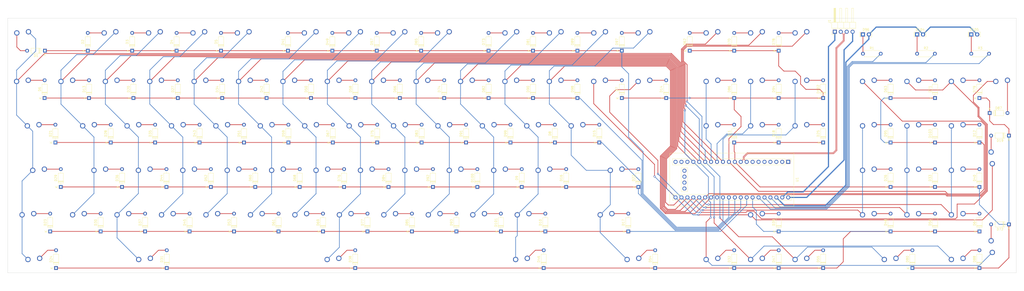
<source format=kicad_pcb>
(kicad_pcb (version 20171130) (host pcbnew 5.1.5+dfsg1-2build2)
  (layers (0 F.Cu signal) (31 B.Cu signal) (34 B.Paste user) (35 F.Paste user) (36 B.SilkS user) (37 F.SilkS user) (38 B.Mask user) (39 F.Mask user) (44 Edge.Cuts user))
  (net 0 "")
  (net 1 "Net-(D1-Pad2)")
  (net 2 Row1)
  (net 3 "Net-(D2-Pad2)")
  (net 4 "Net-(D3-Pad2)")
  (net 5 "Net-(D4-Pad2)")
  (net 6 "Net-(D5-Pad2)")
  (net 7 "Net-(D6-Pad2)")
  (net 8 Row2)
  (net 9 Row3)
  (net 10 "Net-(D7-Pad2)")
  (net 11 Row4)
  (net 12 "Net-(D8-Pad2)")
  (net 13 Row5)
  (net 14 "Net-(D9-Pad2)")
  (net 15 "Net-(D10-Pad2)")
  (net 16 Row6)
  (net 17 Row7)
  (net 18 "Net-(D11-Pad2)")
  (net 19 Row8)
  (net 20 "Net-(D12-Pad2)")
  (net 21 "Net-(D13-Pad2)")
  (net 22 "Net-(D14-Pad2)")
  (net 23 "Net-(D15-Pad2)")
  (net 24 "Net-(D16-Pad2)")
  (net 25 "Net-(D17-Pad2)")
  (net 26 "Net-(D18-Pad2)")
  (net 27 "Net-(D19-Pad2)")
  (net 28 "Net-(D20-Pad2)")
  (net 29 "Net-(D21-Pad2)")
  (net 30 "Net-(D22-Pad2)")
  (net 31 "Net-(D23-Pad2)")
  (net 32 "Net-(D24-Pad2)")
  (net 33 "Net-(D25-Pad2)")
  (net 34 "Net-(D26-Pad2)")
  (net 35 "Net-(D27-Pad2)")
  (net 36 "Net-(D28-Pad2)")
  (net 37 "Net-(D29-Pad2)")
  (net 38 "Net-(D30-Pad2)")
  (net 39 "Net-(D31-Pad2)")
  (net 40 "Net-(D32-Pad2)")
  (net 41 "Net-(D33-Pad2)")
  (net 42 "Net-(D34-Pad2)")
  (net 43 "Net-(D35-Pad2)")
  (net 44 "Net-(D36-Pad2)")
  (net 45 "Net-(D37-Pad2)")
  (net 46 "Net-(D38-Pad2)")
  (net 47 "Net-(D39-Pad2)")
  (net 48 "Net-(D40-Pad2)")
  (net 49 "Net-(D41-Pad2)")
  (net 50 "Net-(D42-Pad2)")
  (net 51 "Net-(D43-Pad2)")
  (net 52 "Net-(D44-Pad2)")
  (net 53 "Net-(D45-Pad2)")
  (net 54 "Net-(D46-Pad2)")
  (net 55 "Net-(D47-Pad2)")
  (net 56 "Net-(D48-Pad2)")
  (net 57 "Net-(D49-Pad2)")
  (net 58 "Net-(D50-Pad2)")
  (net 59 "Net-(D51-Pad2)")
  (net 60 "Net-(D52-Pad2)")
  (net 61 "Net-(D53-Pad2)")
  (net 62 "Net-(D54-Pad2)")
  (net 63 "Net-(D55-Pad2)")
  (net 64 "Net-(D56-Pad2)")
  (net 65 "Net-(D57-Pad2)")
  (net 66 "Net-(D58-Pad2)")
  (net 67 "Net-(D59-Pad2)")
  (net 68 "Net-(D60-Pad2)")
  (net 69 "Net-(D61-Pad2)")
  (net 70 "Net-(D62-Pad2)")
  (net 71 "Net-(D63-Pad2)")
  (net 72 "Net-(D64-Pad2)")
  (net 73 "Net-(D65-Pad2)")
  (net 74 "Net-(D66-Pad2)")
  (net 75 "Net-(D67-Pad2)")
  (net 76 "Net-(D68-Pad2)")
  (net 77 "Net-(D69-Pad2)")
  (net 78 "Net-(D70-Pad2)")
  (net 79 "Net-(D71-Pad2)")
  (net 80 "Net-(D72-Pad2)")
  (net 81 "Net-(D73-Pad2)")
  (net 82 "Net-(D74-Pad2)")
  (net 83 "Net-(D75-Pad2)")
  (net 84 "Net-(D76-Pad2)")
  (net 85 "Net-(D77-Pad2)")
  (net 86 "Net-(D78-Pad2)")
  (net 87 "Net-(D79-Pad2)")
  (net 88 "Net-(D80-Pad2)")
  (net 89 "Net-(D81-Pad2)")
  (net 90 "Net-(D82-Pad2)")
  (net 91 "Net-(D83-Pad2)")
  (net 92 "Net-(D84-Pad2)")
  (net 93 "Net-(D85-Pad2)")
  (net 94 "Net-(D86-Pad2)")
  (net 95 "Net-(D87-Pad2)")
  (net 96 "Net-(D88-Pad2)")
  (net 97 "Net-(D89-Pad2)")
  (net 98 "Net-(D90-Pad2)")
  (net 99 "Net-(D91-Pad2)")
  (net 100 "Net-(D92-Pad2)")
  (net 101 "Net-(D93-Pad2)")
  (net 102 "Net-(D94-Pad2)")
  (net 103 "Net-(D95-Pad2)")
  (net 104 "Net-(D97-Pad2)")
  (net 105 "Net-(D98-Pad2)")
  (net 106 "Net-(D99-Pad2)")
  (net 107 "Net-(D100-Pad2)")
  (net 108 "Net-(D101-Pad2)")
  (net 109 "Net-(D102-Pad2)")
  (net 110 "Net-(D103-Pad2)")
  (net 111 Col1)
  (net 112 Col2)
  (net 113 Col3)
  (net 114 Col4)
  (net 115 Col5)
  (net 116 Col6)
  (net 117 Col7)
  (net 118 Col8)
  (net 119 Col9)
  (net 120 Col10)
  (net 121 Col11)
  (net 122 Col12)
  (net 123 Col13)
  (net 124 "Net-(D96-Pad1)")
  (net 125 "Net-(D104-Pad1)")
  (net 126 "Net-(D105-Pad1)")
  (net 127 "Net-(U1-Pad1)")
  (net 128 "Net-(U1-Pad2)")
  (net 129 "Net-(U1-Pad3)")
  (net 130 "Net-(U1-Pad4)")
  (net 131 "Net-(U1-Pad5)")
  (net 132 "Net-(U1-Pad6)")
  (net 133 "Net-(U1-Pad7)")
  (net 134 "Net-(U1-Pad42)")
  (net 135 "Net-(U1-Pad43)")
  (net 136 "Net-(U1-Pad41)")
  (net 137 "Net-(U1-Pad44)")
  (net 138 +3V3)
  (net 139 GND)
  (net 140 D+)
  (net 141 +5V)
  (net 142 D-)
  (net 143 NUM_LOCK)
  (net 144 CAPS_LOCK)
  (net 145 SCROLL_LOCK)
  (net 146 "Net-(U1-Pad28)")
  (net 147 "Net-(U1-Pad18)")
  (net 148 "Net-(U1-Pad19)")
  (net 149 "Net-(U1-Pad20)")
  (module Alps_Only:ALPS-1U (layer F.Cu) (at 442.2413 159.9)
    (fp_text reference MX88)
    (fp_text value MX-NoLED)
    (pad 1 thru_hole circle (at -2.5 -4) (size 2.25 2.25) (drill 1.47) (layers *.Cu B.Mask) (net 115 Col5))
    (pad 2 thru_hole circle (at 2.5 -4.5) (size 2.25 2.25) (drill 1.47) (layers *.Cu B.Mask) (net 96 "Net-(D88-Pad2)"))
  )
  (module Alps_Only:ALPS-1U (layer F.Cu) (at 337.2 83.63)
    (fp_text reference MX86)
    (fp_text value MX-NoLED)
    (pad 1 thru_hole circle (at -2.5 -4) (size 2.25 2.25) (drill 1.47) (layers *.Cu B.Mask) (net 113 Col3))
    (pad 2 thru_hole circle (at 2.5 -4.5) (size 2.25 2.25) (drill 1.47) (layers *.Cu B.Mask) (net 94 "Net-(D86-Pad2)"))
  )
  (module Alps_Only:ALPS-1U (layer F.Cu) (at 256.3 140.75322)
    (fp_text reference MX10)
    (fp_text value MX-NoLED)
    (pad 1 thru_hole circle (at -2.5 -4) (size 2.25 2.25) (drill 1.47) (layers *.Cu B.Mask) (net 122 Col12))
    (pad 2 thru_hole circle (at 2.5 -4.5) (size 2.25 2.25) (drill 1.47) (layers *.Cu B.Mask) (net 15 "Net-(D10-Pad2)"))
  )
  (module Alps_Only:ALPS-1U (layer F.Cu) (at 461.2682 150.37626 90)
    (fp_text reference MX72)
    (fp_text value MX-NoLED)
    (pad 2 thru_hole circle (at 2.5 -4.5 90) (size 2.25 2.25) (drill 1.47) (layers *.Cu B.Mask) (net 80 "Net-(D72-Pad2)"))
    (pad 1 thru_hole circle (at -2.5 -4 90) (size 2.25 2.25) (drill 1.47) (layers *.Cu B.Mask) (net 116 Col6))
  )
  (module Alps_Only:ALPS-1U (layer F.Cu) (at 41.94 54.35 180)
    (fp_text reference MX1)
    (fp_text value MX-NoLED)
    (pad 2 thru_hole circle (at 2.5 -4.5 180) (size 2.25 2.25) (drill 1.47) (layers *.Cu B.Mask) (net 1 "Net-(D1-Pad2)"))
    (pad 1 thru_hole circle (at -2.5 -4 180) (size 2.25 2.25) (drill 1.47) (layers *.Cu B.Mask) (net 111 Col1))
  )
  (module Alps_Only:ALPS-1U (layer F.Cu) (at 79.36 54.35 180)
    (fp_text reference MX2)
    (fp_text value MX-NoLED)
    (pad 1 thru_hole circle (at -2.5 -4 180) (size 2.25 2.25) (drill 1.47) (layers *.Cu B.Mask) (net 112 Col2))
    (pad 2 thru_hole circle (at 2.5 -4.5 180) (size 2.25 2.25) (drill 1.47) (layers *.Cu B.Mask) (net 3 "Net-(D2-Pad2)"))
  )
  (module Alps_Only:ALPS-1U (layer F.Cu) (at 98.38 54.35 180)
    (fp_text reference MX3)
    (fp_text value MX-NoLED)
    (pad 2 thru_hole circle (at 2.5 -4.5 180) (size 2.25 2.25) (drill 1.47) (layers *.Cu B.Mask) (net 4 "Net-(D3-Pad2)"))
    (pad 1 thru_hole circle (at -2.5 -4 180) (size 2.25 2.25) (drill 1.47) (layers *.Cu B.Mask) (net 113 Col3))
  )
  (module Alps_Only:ALPS-1U (layer F.Cu) (at 117.4 54.35 180)
    (fp_text reference MX4)
    (fp_text value MX-NoLED)
    (pad 1 thru_hole circle (at -2.5 -4 180) (size 2.25 2.25) (drill 1.47) (layers *.Cu B.Mask) (net 114 Col4))
    (pad 2 thru_hole circle (at 2.5 -4.5 180) (size 2.25 2.25) (drill 1.47) (layers *.Cu B.Mask) (net 5 "Net-(D4-Pad2)"))
  )
  (module Alps_Only:ALPS-1U (layer F.Cu) (at 136.42 54.35 180)
    (fp_text reference MX5)
    (fp_text value MX-NoLED)
    (pad 2 thru_hole circle (at 2.5 -4.5 180) (size 2.25 2.25) (drill 1.47) (layers *.Cu B.Mask) (net 6 "Net-(D5-Pad2)"))
    (pad 1 thru_hole circle (at -2.5 -4 180) (size 2.25 2.25) (drill 1.47) (layers *.Cu B.Mask) (net 115 Col5))
  )
  (module Alps_Only:ALPS-1U (layer F.Cu) (at 41.84 83.63)
    (fp_text reference MX6)
    (fp_text value MX-NoLED)
    (pad 2 thru_hole circle (at 2.5 -4.5) (size 2.25 2.25) (drill 1.47) (layers *.Cu B.Mask) (net 7 "Net-(D6-Pad2)"))
    (pad 1 thru_hole circle (at -2.5 -4) (size 2.25 2.25) (drill 1.47) (layers *.Cu B.Mask) (net 111 Col1))
  )
  (module Alps_Only:ALPS-1U (layer F.Cu) (at 289.053564 83.63)
    (fp_text reference MX7)
    (fp_text value MX-NoLED)
    (pad 1 thru_hole circle (at -2.5 -4) (size 2.25 2.25) (drill 1.47) (layers *.Cu B.Mask) (net 117 Col7))
    (pad 2 thru_hole circle (at 2.5 -4.5) (size 2.25 2.25) (drill 1.47) (layers *.Cu B.Mask) (net 10 "Net-(D7-Pad2)"))
  )
  (module Alps_Only:ALPS-1U (layer F.Cu) (at 260.37818 102.66)
    (fp_text reference MX8)
    (fp_text value MX-NoLED)
    (pad 2 thru_hole circle (at 2.5 -4.5) (size 2.25 2.25) (drill 1.47) (layers *.Cu B.Mask) (net 12 "Net-(D8-Pad2)"))
    (pad 1 thru_hole circle (at -2.5 -4) (size 2.25 2.25) (drill 1.47) (layers *.Cu B.Mask) (net 122 Col12))
  )
  (module Alps_Only:ALPS-1U (layer F.Cu) (at 246.206 121.7)
    (fp_text reference MX9)
    (fp_text value MX-NoLED)
    (pad 2 thru_hole circle (at 2.5 -4.5) (size 2.25 2.25) (drill 1.47) (layers *.Cu B.Mask) (net 14 "Net-(D9-Pad2)"))
    (pad 1 thru_hole circle (at -2.5 -4) (size 2.25 2.25) (drill 1.47) (layers *.Cu B.Mask) (net 121 Col11))
  )
  (module Alps_Only:ALPS-1U (layer F.Cu) (at 337.2 102.66)
    (fp_text reference MX11)
    (fp_text value MX-NoLED)
    (pad 1 thru_hole circle (at -2.5 -4) (size 2.25 2.25) (drill 1.47) (layers *.Cu B.Mask) (net 113 Col3))
    (pad 2 thru_hole circle (at 2.5 -4.5) (size 2.25 2.25) (drill 1.47) (layers *.Cu B.Mask) (net 18 "Net-(D11-Pad2)"))
  )
  (module Alps_Only:ALPS-1U (layer F.Cu) (at 442.2413 102.66)
    (fp_text reference MX12)
    (fp_text value MX-NoLED)
    (pad 2 thru_hole circle (at 2.5 -4.5) (size 2.25 2.25) (drill 1.47) (layers *.Cu B.Mask) (net 20 "Net-(D12-Pad2)"))
    (pad 1 thru_hole circle (at -2.5 -4) (size 2.25 2.25) (drill 1.47) (layers *.Cu B.Mask) (net 121 Col11))
  )
  (module Alps_Only:ALPS-1U (layer F.Cu) (at 60.856428 83.63)
    (fp_text reference MX13)
    (fp_text value MX-NoLED)
    (pad 1 thru_hole circle (at -2.5 -4) (size 2.25 2.25) (drill 1.47) (layers *.Cu B.Mask) (net 112 Col2))
    (pad 2 thru_hole circle (at 2.5 -4.5) (size 2.25 2.25) (drill 1.47) (layers *.Cu B.Mask) (net 21 "Net-(D13-Pad2)"))
  )
  (module Alps_Only:ALPS-1U (layer F.Cu) (at 308.069992 83.63)
    (fp_text reference MX14)
    (fp_text value MX-NoLED)
    (pad 2 thru_hole circle (at 2.5 -4.5) (size 2.25 2.25) (drill 1.47) (layers *.Cu B.Mask) (net 22 "Net-(D14-Pad2)"))
    (pad 1 thru_hole circle (at -2.5 -4) (size 2.25 2.25) (drill 1.47) (layers *.Cu B.Mask) (net 118 Col8))
  )
  (module Alps_Only:ALPS-1U (layer F.Cu) (at 279.399998 102.66)
    (fp_text reference MX15)
    (fp_text value MX-NoLED)
    (pad 1 thru_hole circle (at -2.5 -4) (size 2.25 2.25) (drill 1.47) (layers *.Cu B.Mask) (net 123 Col13))
    (pad 2 thru_hole circle (at 2.5 -4.5) (size 2.25 2.25) (drill 1.47) (layers *.Cu B.Mask) (net 23 "Net-(D15-Pad2)"))
  )
  (module Alps_Only:ALPS-1U (layer F.Cu) (at 265.23 121.7)
    (fp_text reference MX16)
    (fp_text value MX-NoLED)
    (pad 1 thru_hole circle (at -2.5 -4) (size 2.25 2.25) (drill 1.47) (layers *.Cu B.Mask) (net 122 Col12))
    (pad 2 thru_hole circle (at 2.5 -4.5) (size 2.25 2.25) (drill 1.47) (layers *.Cu B.Mask) (net 24 "Net-(D16-Pad2)"))
  )
  (module Alps_Only:ALPS-1U (layer F.Cu) (at 291.825 140.75322)
    (fp_text reference MX17)
    (fp_text value MX-NoLED)
    (pad 2 thru_hole circle (at 2.5 -4.5) (size 2.25 2.25) (drill 1.47) (layers *.Cu B.Mask) (net 25 "Net-(D17-Pad2)"))
    (pad 1 thru_hole circle (at -2.5 -4) (size 2.25 2.25) (drill 1.47) (layers *.Cu B.Mask) (net 123 Col13))
  )
  (module Alps_Only:ALPS-1U (layer F.Cu) (at 356.25214 102.66)
    (fp_text reference MX18)
    (fp_text value MX-NoLED)
    (pad 2 thru_hole circle (at 2.5 -4.5) (size 2.25 2.25) (drill 1.47) (layers *.Cu B.Mask) (net 26 "Net-(D18-Pad2)"))
    (pad 1 thru_hole circle (at -2.5 -4) (size 2.25 2.25) (drill 1.47) (layers *.Cu B.Mask) (net 112 Col2))
  )
  (module Alps_Only:ALPS-1U (layer F.Cu) (at 461.27 112.36 90)
    (fp_text reference MX19)
    (fp_text value MX-NoLED)
    (pad 2 thru_hole circle (at 2.5 -4.5 90) (size 2.25 2.25) (drill 1.47) (layers *.Cu B.Mask) (net 27 "Net-(D19-Pad2)"))
    (pad 1 thru_hole circle (at -2.5 -4 90) (size 2.25 2.25) (drill 1.47) (layers *.Cu B.Mask) (net 117 Col7))
  )
  (module Alps_Only:ALPS-1U (layer F.Cu) (at 79.872856 83.63)
    (fp_text reference MX20)
    (fp_text value MX-NoLED)
    (pad 1 thru_hole circle (at -2.5 -4) (size 2.25 2.25) (drill 1.47) (layers *.Cu B.Mask) (net 113 Col3))
    (pad 2 thru_hole circle (at 2.5 -4.5) (size 2.25 2.25) (drill 1.47) (layers *.Cu B.Mask) (net 28 "Net-(D20-Pad2)"))
  )
  (module Alps_Only:ALPS-1U (layer F.Cu) (at 46.45 102.66)
    (fp_text reference MX21)
    (fp_text value MX-NoLED)
    (pad 2 thru_hole circle (at 2.5 -4.5) (size 2.25 2.25) (drill 1.47) (layers *.Cu B.Mask) (net 29 "Net-(D21-Pad2)"))
    (pad 1 thru_hole circle (at -2.5 -4) (size 2.25 2.25) (drill 1.47) (layers *.Cu B.Mask) (net 111 Col1))
  )
  (module Alps_Only:ALPS-1U (layer F.Cu) (at 296.14 121.7)
    (fp_text reference MX22)
    (fp_text value MX-NoLED)
    (pad 1 thru_hole circle (at -2.5 -4) (size 2.25 2.25) (drill 1.47) (layers *.Cu B.Mask) (net 123 Col13))
    (pad 2 thru_hole circle (at 2.5 -4.5) (size 2.25 2.25) (drill 1.47) (layers *.Cu B.Mask) (net 30 "Net-(D22-Pad2)"))
  )
  (module Alps_Only:ALPS-1U (layer F.Cu) (at 44.2 140.75322)
    (fp_text reference MX23)
    (fp_text value MX-NoLED)
    (pad 1 thru_hole circle (at -2.5 -4) (size 2.25 2.25) (drill 1.47) (layers *.Cu B.Mask) (net 111 Col1))
    (pad 2 thru_hole circle (at 2.5 -4.5) (size 2.25 2.25) (drill 1.47) (layers *.Cu B.Mask) (net 31 "Net-(D23-Pad2)"))
  )
  (module Alps_Only:ALPS-1U (layer F.Cu) (at 46.725 159.9)
    (fp_text reference MX24)
    (fp_text value MX-NoLED)
    (pad 2 thru_hole circle (at 2.5 -4.5) (size 2.25 2.25) (drill 1.47) (layers *.Cu B.Mask) (net 32 "Net-(D24-Pad2)"))
    (pad 1 thru_hole circle (at -2.5 -4) (size 2.25 2.25) (drill 1.47) (layers *.Cu B.Mask) (net 111 Col1))
  )
  (module Alps_Only:ALPS-1U (layer F.Cu) (at 375.3 102.66)
    (fp_text reference MX25)
    (fp_text value MX-NoLED)
    (pad 2 thru_hole circle (at 2.5 -4.5) (size 2.25 2.25) (drill 1.47) (layers *.Cu B.Mask) (net 33 "Net-(D25-Pad2)"))
    (pad 1 thru_hole circle (at -2.5 -4) (size 2.25 2.25) (drill 1.47) (layers *.Cu B.Mask) (net 111 Col1))
  )
  (module Alps_Only:ALPS-1U (layer F.Cu) (at 404.18448 121.7)
    (fp_text reference MX26)
    (fp_text value MX-NoLED)
    (pad 1 thru_hole circle (at -2.5 -4) (size 2.25 2.25) (drill 1.47) (layers *.Cu B.Mask) (net 119 Col9))
    (pad 2 thru_hole circle (at 2.5 -4.5) (size 2.25 2.25) (drill 1.47) (layers *.Cu B.Mask) (net 34 "Net-(D26-Pad2)"))
  )
  (module Alps_Only:ALPS-1U (layer F.Cu) (at 98.889284 83.63)
    (fp_text reference MX27)
    (fp_text value MX-NoLED)
    (pad 2 thru_hole circle (at 2.5 -4.5) (size 2.25 2.25) (drill 1.47) (layers *.Cu B.Mask) (net 35 "Net-(D27-Pad2)"))
    (pad 1 thru_hole circle (at -2.5 -4) (size 2.25 2.25) (drill 1.47) (layers *.Cu B.Mask) (net 114 Col4))
  )
  (module Alps_Only:ALPS-1U (layer F.Cu) (at 70.16 102.66)
    (fp_text reference MX28)
    (fp_text value MX-NoLED)
    (pad 1 thru_hole circle (at -2.5 -4) (size 2.25 2.25) (drill 1.47) (layers *.Cu B.Mask) (net 112 Col2))
    (pad 2 thru_hole circle (at 2.5 -4.5) (size 2.25 2.25) (drill 1.47) (layers *.Cu B.Mask) (net 36 "Net-(D28-Pad2)"))
  )
  (module Alps_Only:ALPS-1U (layer F.Cu) (at 48.76 121.7)
    (fp_text reference MX29)
    (fp_text value MX-NoLED)
    (pad 2 thru_hole circle (at 2.5 -4.5) (size 2.25 2.25) (drill 1.47) (layers *.Cu B.Mask) (net 37 "Net-(D29-Pad2)"))
    (pad 1 thru_hole circle (at -2.5 -4) (size 2.25 2.25) (drill 1.47) (layers *.Cu B.Mask) (net 111 Col1))
  )
  (module Alps_Only:ALPS-1U (layer F.Cu) (at 65.83108 140.75322)
    (fp_text reference MX30)
    (fp_text value MX-NoLED)
    (pad 2 thru_hole circle (at 2.5 -4.5) (size 2.25 2.25) (drill 1.47) (layers *.Cu B.Mask) (net 38 "Net-(D30-Pad2)"))
    (pad 1 thru_hole circle (at -2.5 -4) (size 2.25 2.25) (drill 1.47) (layers *.Cu B.Mask) (net 112 Col2))
  )
  (module Alps_Only:ALPS-1U (layer F.Cu) (at 94.15 159.9)
    (fp_text reference MX31)
    (fp_text value MX-NoLED)
    (pad 1 thru_hole circle (at -2.5 -4) (size 2.25 2.25) (drill 1.47) (layers *.Cu B.Mask) (net 113 Col3))
    (pad 2 thru_hole circle (at 2.5 -4.5) (size 2.25 2.25) (drill 1.47) (layers *.Cu B.Mask) (net 39 "Net-(D31-Pad2)"))
  )
  (module Alps_Only:ALPS-1U (layer F.Cu) (at 337.2 159.90228)
    (fp_text reference MX32)
    (fp_text value MX-NoLED)
    (pad 2 thru_hole circle (at 2.5 -4.5) (size 2.25 2.25) (drill 1.47) (layers *.Cu B.Mask) (net 40 "Net-(D32-Pad2)"))
    (pad 1 thru_hole circle (at -2.5 -4) (size 2.25 2.25) (drill 1.47) (layers *.Cu B.Mask) (net 116 Col6))
  )
  (module Alps_Only:ALPS-1U (layer F.Cu) (at 423.2167 121.7)
    (fp_text reference MX33)
    (fp_text value MX-NoLED)
    (pad 2 thru_hole circle (at 2.5 -4.5) (size 2.25 2.25) (drill 1.47) (layers *.Cu B.Mask) (net 41 "Net-(D33-Pad2)"))
    (pad 1 thru_hole circle (at -2.5 -4) (size 2.25 2.25) (drill 1.47) (layers *.Cu B.Mask) (net 120 Col10))
  )
  (module Alps_Only:ALPS-1U (layer F.Cu) (at 117.905712 83.63)
    (fp_text reference MX34)
    (fp_text value MX-NoLED)
    (pad 1 thru_hole circle (at -2.5 -4) (size 2.25 2.25) (drill 1.47) (layers *.Cu B.Mask) (net 115 Col5))
    (pad 2 thru_hole circle (at 2.5 -4.5) (size 2.25 2.25) (drill 1.47) (layers *.Cu B.Mask) (net 42 "Net-(D34-Pad2)"))
  )
  (module Alps_Only:ALPS-1U (layer F.Cu) (at 89.181818 102.66)
    (fp_text reference MX35)
    (fp_text value MX-NoLED)
    (pad 2 thru_hole circle (at 2.5 -4.5) (size 2.25 2.25) (drill 1.47) (layers *.Cu B.Mask) (net 43 "Net-(D35-Pad2)"))
    (pad 1 thru_hole circle (at -2.5 -4) (size 2.25 2.25) (drill 1.47) (layers *.Cu B.Mask) (net 113 Col3))
  )
  (module Alps_Only:ALPS-1U (layer F.Cu) (at 74.99 121.7)
    (fp_text reference MX36)
    (fp_text value MX-NoLED)
    (pad 2 thru_hole circle (at 2.5 -4.5) (size 2.25 2.25) (drill 1.47) (layers *.Cu B.Mask) (net 44 "Net-(D36-Pad2)"))
    (pad 1 thru_hole circle (at -2.5 -4) (size 2.25 2.25) (drill 1.47) (layers *.Cu B.Mask) (net 112 Col2))
  )
  (module Alps_Only:ALPS-1U (layer F.Cu) (at 84.877972 140.75322)
    (fp_text reference MX37)
    (fp_text value MX-NoLED)
    (pad 2 thru_hole circle (at 2.5 -4.5) (size 2.25 2.25) (drill 1.47) (layers *.Cu B.Mask) (net 45 "Net-(D37-Pad2)"))
    (pad 1 thru_hole circle (at -2.5 -4) (size 2.25 2.25) (drill 1.47) (layers *.Cu B.Mask) (net 113 Col3))
  )
  (module Alps_Only:ALPS-1U (layer F.Cu) (at 174.875 159.9)
    (fp_text reference MX38)
    (fp_text value MX-NoLED)
    (pad 1 thru_hole circle (at -2.5 -4) (size 2.25 2.25) (drill 1.47) (layers *.Cu B.Mask) (net 118 Col8))
    (pad 2 thru_hole circle (at 2.5 -4.5) (size 2.25 2.25) (drill 1.47) (layers *.Cu B.Mask) (net 46 "Net-(D38-Pad2)"))
  )
  (module Alps_Only:ALPS-1U (layer F.Cu) (at 356.25214 140.75322)
    (fp_text reference MX39)
    (fp_text value MX-NoLED)
    (pad 1 thru_hole circle (at -2.5 -4) (size 2.25 2.25) (drill 1.47) (layers *.Cu B.Mask) (net 117 Col7))
    (pad 2 thru_hole circle (at 2.5 -4.5) (size 2.25 2.25) (drill 1.47) (layers *.Cu B.Mask) (net 47 "Net-(D39-Pad2)"))
  )
  (module Alps_Only:ALPS-1U (layer F.Cu) (at 442.2413 121.7)
    (fp_text reference MX40)
    (fp_text value MX-NoLED)
    (pad 2 thru_hole circle (at 2.5 -4.5) (size 2.25 2.25) (drill 1.47) (layers *.Cu B.Mask) (net 48 "Net-(D40-Pad2)"))
    (pad 1 thru_hole circle (at -2.5 -4) (size 2.25 2.25) (drill 1.47) (layers *.Cu B.Mask) (net 121 Col11))
  )
  (module Alps_Only:ALPS-1U (layer F.Cu) (at 165.1 54.35 180)
    (fp_text reference MX41)
    (fp_text value MX-NoLED)
    (pad 1 thru_hole circle (at -2.5 -4 180) (size 2.25 2.25) (drill 1.47) (layers *.Cu B.Mask) (net 116 Col6))
    (pad 2 thru_hole circle (at 2.5 -4.5 180) (size 2.25 2.25) (drill 1.47) (layers *.Cu B.Mask) (net 49 "Net-(D41-Pad2)"))
  )
  (module Alps_Only:ALPS-1U (layer F.Cu) (at 136.92214 83.63)
    (fp_text reference MX42)
    (fp_text value MX-NoLED)
    (pad 2 thru_hole circle (at 2.5 -4.5) (size 2.25 2.25) (drill 1.47) (layers *.Cu B.Mask) (net 50 "Net-(D42-Pad2)"))
    (pad 1 thru_hole circle (at -2.5 -4) (size 2.25 2.25) (drill 1.47) (layers *.Cu B.Mask) (net 116 Col6))
  )
  (module Alps_Only:ALPS-1U (layer F.Cu) (at 108.203636 102.66)
    (fp_text reference MX43)
    (fp_text value MX-NoLED)
    (pad 1 thru_hole circle (at -2.5 -4) (size 2.25 2.25) (drill 1.47) (layers *.Cu B.Mask) (net 114 Col4))
    (pad 2 thru_hole circle (at 2.5 -4.5) (size 2.25 2.25) (drill 1.47) (layers *.Cu B.Mask) (net 51 "Net-(D43-Pad2)"))
  )
  (module Alps_Only:ALPS-1U (layer F.Cu) (at 94.014 121.7)
    (fp_text reference MX44)
    (fp_text value MX-NoLED)
    (pad 1 thru_hole circle (at -2.5 -4) (size 2.25 2.25) (drill 1.47) (layers *.Cu B.Mask) (net 113 Col3))
    (pad 2 thru_hole circle (at 2.5 -4.5) (size 2.25 2.25) (drill 1.47) (layers *.Cu B.Mask) (net 52 "Net-(D44-Pad2)"))
  )
  (module Alps_Only:ALPS-1U (layer F.Cu) (at 103.924864 140.75322)
    (fp_text reference MX45)
    (fp_text value MX-NoLED)
    (pad 1 thru_hole circle (at -2.5 -4) (size 2.25 2.25) (drill 1.47) (layers *.Cu B.Mask) (net 114 Col4))
    (pad 2 thru_hole circle (at 2.5 -4.5) (size 2.25 2.25) (drill 1.47) (layers *.Cu B.Mask) (net 53 "Net-(D45-Pad2)"))
  )
  (module Alps_Only:ALPS-1U (layer F.Cu) (at 255.6 159.9)
    (fp_text reference MX46)
    (fp_text value MX-NoLED)
    (pad 1 thru_hole circle (at -2.5 -4) (size 2.25 2.25) (drill 1.47) (layers *.Cu B.Mask) (net 122 Col12))
    (pad 2 thru_hole circle (at 2.5 -4.5) (size 2.25 2.25) (drill 1.47) (layers *.Cu B.Mask) (net 54 "Net-(D46-Pad2)"))
  )
  (module Alps_Only:ALPS-1U (layer F.Cu) (at 356.25214 159.90228)
    (fp_text reference MX47)
    (fp_text value MX-NoLED)
    (pad 2 thru_hole circle (at 2.5 -4.5) (size 2.25 2.25) (drill 1.47) (layers *.Cu B.Mask) (net 55 "Net-(D47-Pad2)"))
    (pad 1 thru_hole circle (at -2.5 -4) (size 2.25 2.25) (drill 1.47) (layers *.Cu B.Mask) (net 115 Col5))
  )
  (module Alps_Only:ALPS-1U (layer F.Cu) (at 404.18448 140.75322)
    (fp_text reference MX48)
    (fp_text value MX-NoLED)
    (pad 1 thru_hole circle (at -2.5 -4) (size 2.25 2.25) (drill 1.47) (layers *.Cu B.Mask) (net 119 Col9))
    (pad 2 thru_hole circle (at 2.5 -4.5) (size 2.25 2.25) (drill 1.47) (layers *.Cu B.Mask) (net 56 "Net-(D48-Pad2)"))
  )
  (module Alps_Only:ALPS-1U (layer F.Cu) (at 184.116666 54.35 180)
    (fp_text reference MX49)
    (fp_text value MX-NoLED)
    (pad 2 thru_hole circle (at 2.5 -4.5 180) (size 2.25 2.25) (drill 1.47) (layers *.Cu B.Mask) (net 57 "Net-(D49-Pad2)"))
    (pad 1 thru_hole circle (at -2.5 -4 180) (size 2.25 2.25) (drill 1.47) (layers *.Cu B.Mask) (net 117 Col7))
  )
  (module Alps_Only:ALPS-1U (layer F.Cu) (at 155.938568 83.63)
    (fp_text reference MX50)
    (fp_text value MX-NoLED)
    (pad 1 thru_hole circle (at -2.5 -4) (size 2.25 2.25) (drill 1.47) (layers *.Cu B.Mask) (net 117 Col7))
    (pad 2 thru_hole circle (at 2.5 -4.5) (size 2.25 2.25) (drill 1.47) (layers *.Cu B.Mask) (net 58 "Net-(D50-Pad2)"))
  )
  (module Alps_Only:ALPS-1U (layer F.Cu) (at 127.225454 102.66)
    (fp_text reference MX51)
    (fp_text value MX-NoLED)
    (pad 1 thru_hole circle (at -2.5 -4) (size 2.25 2.25) (drill 1.47) (layers *.Cu B.Mask) (net 115 Col5))
    (pad 2 thru_hole circle (at 2.5 -4.5) (size 2.25 2.25) (drill 1.47) (layers *.Cu B.Mask) (net 59 "Net-(D51-Pad2)"))
  )
  (module Alps_Only:ALPS-1U (layer F.Cu) (at 113.038 121.7)
    (fp_text reference MX52)
    (fp_text value MX-NoLED)
    (pad 1 thru_hole circle (at -2.5 -4) (size 2.25 2.25) (drill 1.47) (layers *.Cu B.Mask) (net 114 Col4))
    (pad 2 thru_hole circle (at 2.5 -4.5) (size 2.25 2.25) (drill 1.47) (layers *.Cu B.Mask) (net 60 "Net-(D52-Pad2)"))
  )
  (module Alps_Only:ALPS-1U (layer F.Cu) (at 122.971756 140.75322)
    (fp_text reference MX53)
    (fp_text value MX-NoLED)
    (pad 1 thru_hole circle (at -2.5 -4) (size 2.25 2.25) (drill 1.47) (layers *.Cu B.Mask) (net 115 Col5))
    (pad 2 thru_hole circle (at 2.5 -4.5) (size 2.25 2.25) (drill 1.47) (layers *.Cu B.Mask) (net 61 "Net-(D53-Pad2)"))
  )
  (module Alps_Only:ALPS-1U (layer F.Cu) (at 303.35 159.9)
    (fp_text reference MX54)
    (fp_text value MX-NoLED)
    (pad 2 thru_hole circle (at 2.5 -4.5) (size 2.25 2.25) (drill 1.47) (layers *.Cu B.Mask) (net 62 "Net-(D54-Pad2)"))
    (pad 1 thru_hole circle (at -2.5 -4) (size 2.25 2.25) (drill 1.47) (layers *.Cu B.Mask) (net 123 Col13))
  )
  (module Alps_Only:ALPS-1U (layer F.Cu) (at 375.3 159.90228)
    (fp_text reference MX55)
    (fp_text value MX-NoLED)
    (pad 1 thru_hole circle (at -2.5 -4) (size 2.25 2.25) (drill 1.47) (layers *.Cu B.Mask) (net 114 Col4))
    (pad 2 thru_hole circle (at 2.5 -4.5) (size 2.25 2.25) (drill 1.47) (layers *.Cu B.Mask) (net 63 "Net-(D55-Pad2)"))
  )
  (module Alps_Only:ALPS-1U (layer F.Cu) (at 423.2167 140.75322)
    (fp_text reference MX56)
    (fp_text value MX-NoLED)
    (pad 1 thru_hole circle (at -2.5 -4) (size 2.25 2.25) (drill 1.47) (layers *.Cu B.Mask) (net 120 Col10))
    (pad 2 thru_hole circle (at 2.5 -4.5) (size 2.25 2.25) (drill 1.47) (layers *.Cu B.Mask) (net 64 "Net-(D56-Pad2)"))
  )
  (module Alps_Only:ALPS-1U (layer F.Cu) (at 203.133332 54.35 180)
    (fp_text reference MX57)
    (fp_text value MX-NoLED)
    (pad 1 thru_hole circle (at -2.5 -4 180) (size 2.25 2.25) (drill 1.47) (layers *.Cu B.Mask) (net 118 Col8))
    (pad 2 thru_hole circle (at 2.5 -4.5 180) (size 2.25 2.25) (drill 1.47) (layers *.Cu B.Mask) (net 65 "Net-(D57-Pad2)"))
  )
  (module Alps_Only:ALPS-1U (layer F.Cu) (at 174.954996 83.63)
    (fp_text reference MX58)
    (fp_text value MX-NoLED)
    (pad 2 thru_hole circle (at 2.5 -4.5) (size 2.25 2.25) (drill 1.47) (layers *.Cu B.Mask) (net 66 "Net-(D58-Pad2)"))
    (pad 1 thru_hole circle (at -2.5 -4) (size 2.25 2.25) (drill 1.47) (layers *.Cu B.Mask) (net 118 Col8))
  )
  (module Alps_Only:ALPS-1U (layer F.Cu) (at 146.247272 102.66)
    (fp_text reference MX59)
    (fp_text value MX-NoLED)
    (pad 1 thru_hole circle (at -2.5 -4) (size 2.25 2.25) (drill 1.47) (layers *.Cu B.Mask) (net 116 Col6))
    (pad 2 thru_hole circle (at 2.5 -4.5) (size 2.25 2.25) (drill 1.47) (layers *.Cu B.Mask) (net 67 "Net-(D59-Pad2)"))
  )
  (module Alps_Only:ALPS-1U (layer F.Cu) (at 132.062 121.7)
    (fp_text reference MX60)
    (fp_text value MX-NoLED)
    (pad 2 thru_hole circle (at 2.5 -4.5) (size 2.25 2.25) (drill 1.47) (layers *.Cu B.Mask) (net 68 "Net-(D60-Pad2)"))
    (pad 1 thru_hole circle (at -2.5 -4) (size 2.25 2.25) (drill 1.47) (layers *.Cu B.Mask) (net 115 Col5))
  )
  (module Alps_Only:ALPS-1U (layer F.Cu) (at 142.018648 140.75322)
    (fp_text reference MX61)
    (fp_text value MX-NoLED)
    (pad 2 thru_hole circle (at 2.5 -4.5) (size 2.25 2.25) (drill 1.47) (layers *.Cu B.Mask) (net 69 "Net-(D61-Pad2)"))
    (pad 1 thru_hole circle (at -2.5 -4) (size 2.25 2.25) (drill 1.47) (layers *.Cu B.Mask) (net 116 Col6))
  )
  (module Alps_Only:ALPS-1U (layer F.Cu) (at 337.2 54.35 180)
    (fp_text reference MX62)
    (fp_text value MX-NoLED)
    (pad 1 thru_hole circle (at -2.5 -4 180) (size 2.25 2.25) (drill 1.47) (layers *.Cu B.Mask) (net 116 Col6))
    (pad 2 thru_hole circle (at 2.5 -4.5 180) (size 2.25 2.25) (drill 1.47) (layers *.Cu B.Mask) (net 70 "Net-(D62-Pad2)"))
  )
  (module Alps_Only:ALPS-1U (layer F.Cu) (at 404.18448 83.63)
    (fp_text reference MX63)
    (fp_text value MX-NoLED)
    (pad 1 thru_hole circle (at -2.5 -4) (size 2.25 2.25) (drill 1.47) (layers *.Cu B.Mask) (net 122 Col12))
    (pad 2 thru_hole circle (at 2.5 -4.5) (size 2.25 2.25) (drill 1.47) (layers *.Cu B.Mask) (net 71 "Net-(D63-Pad2)"))
  )
  (module Alps_Only:ALPS-1U (layer F.Cu) (at 442.2413 140.75322)
    (fp_text reference MX64)
    (fp_text value MX-NoLED)
    (pad 2 thru_hole circle (at 2.5 -4.5) (size 2.25 2.25) (drill 1.47) (layers *.Cu B.Mask) (net 72 "Net-(D64-Pad2)"))
    (pad 1 thru_hole circle (at -2.5 -4) (size 2.25 2.25) (drill 1.47) (layers *.Cu B.Mask) (net 121 Col11))
  )
  (module Alps_Only:ALPS-1U (layer F.Cu) (at 222.149998 54.35 180)
    (fp_text reference MX65)
    (fp_text value MX-NoLED)
    (pad 2 thru_hole circle (at 2.5 -4.5 180) (size 2.25 2.25) (drill 1.47) (layers *.Cu B.Mask) (net 73 "Net-(D65-Pad2)"))
    (pad 1 thru_hole circle (at -2.5 -4 180) (size 2.25 2.25) (drill 1.47) (layers *.Cu B.Mask) (net 119 Col9))
  )
  (module Alps_Only:ALPS-1U (layer F.Cu) (at 193.971424 83.63)
    (fp_text reference MX66)
    (fp_text value MX-NoLED)
    (pad 1 thru_hole circle (at -2.5 -4) (size 2.25 2.25) (drill 1.47) (layers *.Cu B.Mask) (net 119 Col9))
    (pad 2 thru_hole circle (at 2.5 -4.5) (size 2.25 2.25) (drill 1.47) (layers *.Cu B.Mask) (net 74 "Net-(D66-Pad2)"))
  )
  (module Alps_Only:ALPS-1U (layer F.Cu) (at 165.26909 102.66)
    (fp_text reference MX67)
    (fp_text value MX-NoLED)
    (pad 2 thru_hole circle (at 2.5 -4.5) (size 2.25 2.25) (drill 1.47) (layers *.Cu B.Mask) (net 75 "Net-(D67-Pad2)"))
    (pad 1 thru_hole circle (at -2.5 -4) (size 2.25 2.25) (drill 1.47) (layers *.Cu B.Mask) (net 117 Col7))
  )
  (module Alps_Only:ALPS-1U (layer F.Cu) (at 151.086 121.7)
    (fp_text reference MX68)
    (fp_text value MX-NoLED)
    (pad 2 thru_hole circle (at 2.5 -4.5) (size 2.25 2.25) (drill 1.47) (layers *.Cu B.Mask) (net 76 "Net-(D68-Pad2)"))
    (pad 1 thru_hole circle (at -2.5 -4) (size 2.25 2.25) (drill 1.47) (layers *.Cu B.Mask) (net 116 Col6))
  )
  (module Alps_Only:ALPS-1U (layer F.Cu) (at 161.06554 140.75322)
    (fp_text reference MX69)
    (fp_text value MX-NoLED)
    (pad 1 thru_hole circle (at -2.5 -4) (size 2.25 2.25) (drill 1.47) (layers *.Cu B.Mask) (net 117 Col7))
    (pad 2 thru_hole circle (at 2.5 -4.5) (size 2.25 2.25) (drill 1.47) (layers *.Cu B.Mask) (net 77 "Net-(D69-Pad2)"))
  )
  (module Alps_Only:ALPS-1U (layer F.Cu) (at 356.25214 54.35 180)
    (fp_text reference MX70)
    (fp_text value MX-NoLED)
    (pad 1 thru_hole circle (at -2.5 -4 180) (size 2.25 2.25) (drill 1.47) (layers *.Cu B.Mask) (net 115 Col5))
    (pad 2 thru_hole circle (at 2.5 -4.5 180) (size 2.25 2.25) (drill 1.47) (layers *.Cu B.Mask) (net 78 "Net-(D70-Pad2)"))
  )
  (module Alps_Only:ALPS-1U (layer F.Cu) (at 423.2167 83.63)
    (fp_text reference MX71)
    (fp_text value MX-NoLED)
    (pad 2 thru_hole circle (at 2.5 -4.5) (size 2.25 2.25) (drill 1.47) (layers *.Cu B.Mask) (net 79 "Net-(D71-Pad2)"))
    (pad 1 thru_hole circle (at -2.5 -4) (size 2.25 2.25) (drill 1.47) (layers *.Cu B.Mask) (net 123 Col13))
  )
  (module Alps_Only:ALPS-1U (layer F.Cu) (at 251.04 54.35 180)
    (fp_text reference MX73)
    (fp_text value MX-NoLED)
    (pad 1 thru_hole circle (at -2.5 -4 180) (size 2.25 2.25) (drill 1.47) (layers *.Cu B.Mask) (net 120 Col10))
    (pad 2 thru_hole circle (at 2.5 -4.5 180) (size 2.25 2.25) (drill 1.47) (layers *.Cu B.Mask) (net 81 "Net-(D73-Pad2)"))
  )
  (module Alps_Only:ALPS-1U (layer F.Cu) (at 212.987852 83.63)
    (fp_text reference MX74)
    (fp_text value MX-NoLED)
    (pad 2 thru_hole circle (at 2.5 -4.5) (size 2.25 2.25) (drill 1.47) (layers *.Cu B.Mask) (net 82 "Net-(D74-Pad2)"))
    (pad 1 thru_hole circle (at -2.5 -4) (size 2.25 2.25) (drill 1.47) (layers *.Cu B.Mask) (net 120 Col10))
  )
  (module Alps_Only:ALPS-1U (layer F.Cu) (at 184.290908 102.66)
    (fp_text reference MX75)
    (fp_text value MX-NoLED)
    (pad 1 thru_hole circle (at -2.5 -4) (size 2.25 2.25) (drill 1.47) (layers *.Cu B.Mask) (net 118 Col8))
    (pad 2 thru_hole circle (at 2.5 -4.5) (size 2.25 2.25) (drill 1.47) (layers *.Cu B.Mask) (net 83 "Net-(D75-Pad2)"))
  )
  (module Alps_Only:ALPS-1U (layer F.Cu) (at 170.11 121.7)
    (fp_text reference MX76)
    (fp_text value MX-NoLED)
    (pad 1 thru_hole circle (at -2.5 -4) (size 2.25 2.25) (drill 1.47) (layers *.Cu B.Mask) (net 117 Col7))
    (pad 2 thru_hole circle (at 2.5 -4.5) (size 2.25 2.25) (drill 1.47) (layers *.Cu B.Mask) (net 84 "Net-(D76-Pad2)"))
  )
  (module Alps_Only:ALPS-1U (layer F.Cu) (at 180.112432 140.75322)
    (fp_text reference MX77)
    (fp_text value MX-NoLED)
    (pad 2 thru_hole circle (at 2.5 -4.5) (size 2.25 2.25) (drill 1.47) (layers *.Cu B.Mask) (net 85 "Net-(D77-Pad2)"))
    (pad 1 thru_hole circle (at -2.5 -4) (size 2.25 2.25) (drill 1.47) (layers *.Cu B.Mask) (net 118 Col8))
  )
  (module Alps_Only:ALPS-1U (layer F.Cu) (at 375.3 54.35 180)
    (fp_text reference MX78)
    (fp_text value MX-NoLED)
    (pad 2 thru_hole circle (at 2.5 -4.5 180) (size 2.25 2.25) (drill 1.47) (layers *.Cu B.Mask) (net 86 "Net-(D78-Pad2)"))
    (pad 1 thru_hole circle (at -2.5 -4 180) (size 2.25 2.25) (drill 1.47) (layers *.Cu B.Mask) (net 114 Col4))
  )
  (module Alps_Only:ALPS-1U (layer F.Cu) (at 442.2413 83.63)
    (fp_text reference MX79)
    (fp_text value MX-NoLED)
    (pad 2 thru_hole circle (at 2.5 -4.5) (size 2.25 2.25) (drill 1.47) (layers *.Cu B.Mask) (net 87 "Net-(D79-Pad2)"))
    (pad 1 thru_hole circle (at -2.5 -4) (size 2.25 2.25) (drill 1.47) (layers *.Cu B.Mask) (net 123 Col13))
  )
  (module Alps_Only:ALPS-1U (layer F.Cu) (at 413.51644 159.89974)
    (fp_text reference MX80)
    (fp_text value MX-NoLED)
    (pad 1 thru_hole circle (at -2.5 -4) (size 2.25 2.25) (drill 1.47) (layers *.Cu B.Mask) (net 114 Col4))
    (pad 2 thru_hole circle (at 2.5 -4.5) (size 2.25 2.25) (drill 1.47) (layers *.Cu B.Mask) (net 88 "Net-(D80-Pad2)"))
  )
  (module Alps_Only:ALPS-1U (layer F.Cu) (at 270.056666 54.35 180)
    (fp_text reference MX81)
    (fp_text value MX-NoLED)
    (pad 2 thru_hole circle (at 2.5 -4.5 180) (size 2.25 2.25) (drill 1.47) (layers *.Cu B.Mask) (net 89 "Net-(D81-Pad2)"))
    (pad 1 thru_hole circle (at -2.5 -4 180) (size 2.25 2.25) (drill 1.47) (layers *.Cu B.Mask) (net 121 Col11))
  )
  (module Alps_Only:ALPS-1U (layer F.Cu) (at 232.00428 83.63)
    (fp_text reference MX82)
    (fp_text value MX-NoLED)
    (pad 1 thru_hole circle (at -2.5 -4) (size 2.25 2.25) (drill 1.47) (layers *.Cu B.Mask) (net 121 Col11))
    (pad 2 thru_hole circle (at 2.5 -4.5) (size 2.25 2.25) (drill 1.47) (layers *.Cu B.Mask) (net 90 "Net-(D82-Pad2)"))
  )
  (module Alps_Only:ALPS-1U (layer F.Cu) (at 203.312726 102.66)
    (fp_text reference MX83)
    (fp_text value MX-NoLED)
    (pad 2 thru_hole circle (at 2.5 -4.5) (size 2.25 2.25) (drill 1.47) (layers *.Cu B.Mask) (net 91 "Net-(D83-Pad2)"))
    (pad 1 thru_hole circle (at -2.5 -4) (size 2.25 2.25) (drill 1.47) (layers *.Cu B.Mask) (net 119 Col9))
  )
  (module Alps_Only:ALPS-1U (layer F.Cu) (at 189.134 121.7)
    (fp_text reference MX84)
    (fp_text value MX-NoLED)
    (pad 1 thru_hole circle (at -2.5 -4) (size 2.25 2.25) (drill 1.47) (layers *.Cu B.Mask) (net 118 Col8))
    (pad 2 thru_hole circle (at 2.5 -4.5) (size 2.25 2.25) (drill 1.47) (layers *.Cu B.Mask) (net 92 "Net-(D84-Pad2)"))
  )
  (module Alps_Only:ALPS-1U (layer F.Cu) (at 199.159324 140.75322)
    (fp_text reference MX85)
    (fp_text value MX-NoLED)
    (pad 2 thru_hole circle (at 2.5 -4.5) (size 2.25 2.25) (drill 1.47) (layers *.Cu B.Mask) (net 93 "Net-(D85-Pad2)"))
    (pad 1 thru_hole circle (at -2.5 -4) (size 2.25 2.25) (drill 1.47) (layers *.Cu B.Mask) (net 119 Col9))
  )
  (module Alps_Only:ALPS-1U (layer F.Cu) (at 461.2682 83.63)
    (fp_text reference MX87)
    (fp_text value MX-NoLED)
    (pad 2 thru_hole circle (at 2.5 -4.5) (size 2.25 2.25) (drill 1.47) (layers *.Cu B.Mask) (net 95 "Net-(D87-Pad2)"))
    (pad 1 thru_hole circle (at -2.5 -4) (size 2.25 2.25) (drill 1.47) (layers *.Cu B.Mask) (net 118 Col8))
  )
  (module Alps_Only:ALPS-1U (layer F.Cu) (at 289.073332 54.35 180)
    (fp_text reference MX89)
    (fp_text value MX-NoLED)
    (pad 2 thru_hole circle (at 2.5 -4.5 180) (size 2.25 2.25) (drill 1.47) (layers *.Cu B.Mask) (net 97 "Net-(D89-Pad2)"))
    (pad 1 thru_hole circle (at -2.5 -4 180) (size 2.25 2.25) (drill 1.47) (layers *.Cu B.Mask) (net 122 Col12))
  )
  (module Alps_Only:ALPS-1U (layer F.Cu) (at 251.020708 83.63)
    (fp_text reference MX90)
    (fp_text value MX-NoLED)
    (pad 2 thru_hole circle (at 2.5 -4.5) (size 2.25 2.25) (drill 1.47) (layers *.Cu B.Mask) (net 98 "Net-(D90-Pad2)"))
    (pad 1 thru_hole circle (at -2.5 -4) (size 2.25 2.25) (drill 1.47) (layers *.Cu B.Mask) (net 122 Col12))
  )
  (module Alps_Only:ALPS-1U (layer F.Cu) (at 222.334544 102.66)
    (fp_text reference MX91)
    (fp_text value MX-NoLED)
    (pad 2 thru_hole circle (at 2.5 -4.5) (size 2.25 2.25) (drill 1.47) (layers *.Cu B.Mask) (net 99 "Net-(D91-Pad2)"))
    (pad 1 thru_hole circle (at -2.5 -4) (size 2.25 2.25) (drill 1.47) (layers *.Cu B.Mask) (net 120 Col10))
  )
  (module Alps_Only:ALPS-1U (layer F.Cu) (at 208.158 121.7)
    (fp_text reference MX92)
    (fp_text value MX-NoLED)
    (pad 2 thru_hole circle (at 2.5 -4.5) (size 2.25 2.25) (drill 1.47) (layers *.Cu B.Mask) (net 100 "Net-(D92-Pad2)"))
    (pad 1 thru_hole circle (at -2.5 -4) (size 2.25 2.25) (drill 1.47) (layers *.Cu B.Mask) (net 119 Col9))
  )
  (module Alps_Only:ALPS-1U (layer F.Cu) (at 218.206216 140.75322)
    (fp_text reference MX93)
    (fp_text value MX-NoLED)
    (pad 1 thru_hole circle (at -2.5 -4) (size 2.25 2.25) (drill 1.47) (layers *.Cu B.Mask) (net 120 Col10))
    (pad 2 thru_hole circle (at 2.5 -4.5) (size 2.25 2.25) (drill 1.47) (layers *.Cu B.Mask) (net 101 "Net-(D93-Pad2)"))
  )
  (module Alps_Only:ALPS-1U (layer F.Cu) (at 356.25214 83.63)
    (fp_text reference MX94)
    (fp_text value MX-NoLED)
    (pad 1 thru_hole circle (at -2.5 -4) (size 2.25 2.25) (drill 1.47) (layers *.Cu B.Mask) (net 112 Col2))
    (pad 2 thru_hole circle (at 2.5 -4.5) (size 2.25 2.25) (drill 1.47) (layers *.Cu B.Mask) (net 102 "Net-(D94-Pad2)"))
  )
  (module Alps_Only:ALPS-1U (layer F.Cu) (at 404.18448 102.66)
    (fp_text reference MX95)
    (fp_text value MX-NoLED)
    (pad 1 thru_hole circle (at -2.5 -4) (size 2.25 2.25) (drill 1.47) (layers *.Cu B.Mask) (net 119 Col9))
    (pad 2 thru_hole circle (at 2.5 -4.5) (size 2.25 2.25) (drill 1.47) (layers *.Cu B.Mask) (net 103 "Net-(D95-Pad2)"))
  )
  (module Alps_Only:ALPS-1U (layer F.Cu) (at 308.089998 54.35 180)
    (fp_text reference MX97)
    (fp_text value MX-NoLED)
    (pad 2 thru_hole circle (at 2.5 -4.5 180) (size 2.25 2.25) (drill 1.47) (layers *.Cu B.Mask) (net 104 "Net-(D97-Pad2)"))
    (pad 1 thru_hole circle (at -2.5 -4 180) (size 2.25 2.25) (drill 1.47) (layers *.Cu B.Mask) (net 123 Col13))
  )
  (module Alps_Only:ALPS-1U (layer F.Cu) (at 270.037136 83.63)
    (fp_text reference MX98)
    (fp_text value MX-NoLED)
    (pad 1 thru_hole circle (at -2.5 -4) (size 2.25 2.25) (drill 1.47) (layers *.Cu B.Mask) (net 123 Col13))
    (pad 2 thru_hole circle (at 2.5 -4.5) (size 2.25 2.25) (drill 1.47) (layers *.Cu B.Mask) (net 105 "Net-(D98-Pad2)"))
  )
  (module Alps_Only:ALPS-1U (layer F.Cu) (at 241.356362 102.66)
    (fp_text reference MX99)
    (fp_text value MX-NoLED)
    (pad 1 thru_hole circle (at -2.5 -4) (size 2.25 2.25) (drill 1.47) (layers *.Cu B.Mask) (net 121 Col11))
    (pad 2 thru_hole circle (at 2.5 -4.5) (size 2.25 2.25) (drill 1.47) (layers *.Cu B.Mask) (net 106 "Net-(D99-Pad2)"))
  )
  (module Alps_Only:ALPS-1U (layer F.Cu) (at 227.182 121.7)
    (fp_text reference MX100)
    (fp_text value MX-NoLED)
    (pad 2 thru_hole circle (at 2.5 -4.5) (size 2.25 2.25) (drill 1.47) (layers *.Cu B.Mask) (net 107 "Net-(D100-Pad2)"))
    (pad 1 thru_hole circle (at -2.5 -4) (size 2.25 2.25) (drill 1.47) (layers *.Cu B.Mask) (net 120 Col10))
  )
  (module Alps_Only:ALPS-1U (layer F.Cu) (at 237.253108 140.75322)
    (fp_text reference MX101)
    (fp_text value MX-NoLED)
    (pad 2 thru_hole circle (at 2.5 -4.5) (size 2.25 2.25) (drill 1.47) (layers *.Cu B.Mask) (net 108 "Net-(D101-Pad2)"))
    (pad 1 thru_hole circle (at -2.5 -4) (size 2.25 2.25) (drill 1.47) (layers *.Cu B.Mask) (net 121 Col11))
  )
  (module Alps_Only:ALPS-1U (layer F.Cu) (at 375.3 83.63)
    (fp_text reference MX102)
    (fp_text value MX-NoLED)
    (pad 1 thru_hole circle (at -2.5 -4) (size 2.25 2.25) (drill 1.47) (layers *.Cu B.Mask) (net 111 Col1))
    (pad 2 thru_hole circle (at 2.5 -4.5) (size 2.25 2.25) (drill 1.47) (layers *.Cu B.Mask) (net 109 "Net-(D102-Pad2)"))
  )
  (module Alps_Only:ALPS-1U (layer F.Cu) (at 423.2167 102.66)
    (fp_text reference MX103)
    (fp_text value MX-NoLED)
    (pad 1 thru_hole circle (at -2.5 -4) (size 2.25 2.25) (drill 1.47) (layers *.Cu B.Mask) (net 120 Col10))
    (pad 2 thru_hole circle (at 2.5 -4.5) (size 2.25 2.25) (drill 1.47) (layers *.Cu B.Mask) (net 110 "Net-(D103-Pad2)"))
  )
  (module Diode_THT:D_DO-35_SOD27_P7.62mm_Horizontal (layer F.Cu) (at 51.47 66.47 180)
    (fp_text reference D1 (at 3.81 -2.12) (layer F.SilkS))
    (fp_text value D_Small)
    (fp_text user K (at 0 -1.8) (layer F.SilkS))
    (pad 1 thru_hole rect (at 0 0 180) (size 1.6 1.6) (drill 0.8) (layers *.Cu *.Mask) (net 2 Row1))
    (pad 2 thru_hole oval (at 7.62 0 180) (size 1.6 1.6) (drill 0.8) (layers *.Cu *.Mask) (net 1 "Net-(D1-Pad2)"))
  )
  (module Diode_THT:D_DO-35_SOD27_P7.62mm_Horizontal (layer F.Cu) (at 69.84 66.47 90)
    (fp_text reference D2 (at 3.81 -2.12 90) (layer F.SilkS))
    (fp_text value D_Small)
    (fp_text user K (at 0 -1.8 90) (layer F.SilkS))
    (pad 2 thru_hole oval (at 7.62 0 90) (size 1.6 1.6) (drill 0.8) (layers *.Cu *.Mask) (net 3 "Net-(D2-Pad2)"))
    (pad 1 thru_hole rect (at 0 0 90) (size 1.6 1.6) (drill 0.8) (layers *.Cu *.Mask) (net 2 Row1))
  )
  (module Diode_THT:D_DO-35_SOD27_P7.62mm_Horizontal (layer F.Cu) (at 88.863333 66.47 90)
    (fp_text reference D3 (at 3.81 -2.12 90) (layer F.SilkS))
    (fp_text value D_Small)
    (fp_text user K (at 0 -1.8 90) (layer F.SilkS))
    (pad 1 thru_hole rect (at 0 0 90) (size 1.6 1.6) (drill 0.8) (layers *.Cu *.Mask) (net 2 Row1))
    (pad 2 thru_hole oval (at 7.62 0 90) (size 1.6 1.6) (drill 0.8) (layers *.Cu *.Mask) (net 4 "Net-(D3-Pad2)"))
  )
  (module Diode_THT:D_DO-35_SOD27_P7.62mm_Horizontal (layer F.Cu) (at 107.886666 66.47 90)
    (fp_text reference D4 (at 3.81 -2.12 90) (layer F.SilkS))
    (fp_text value D_Small)
    (fp_text user K (at 0 -1.8 90) (layer F.SilkS))
    (pad 2 thru_hole oval (at 7.62 0 90) (size 1.6 1.6) (drill 0.8) (layers *.Cu *.Mask) (net 5 "Net-(D4-Pad2)"))
    (pad 1 thru_hole rect (at 0 0 90) (size 1.6 1.6) (drill 0.8) (layers *.Cu *.Mask) (net 2 Row1))
  )
  (module Diode_THT:D_DO-35_SOD27_P7.62mm_Horizontal (layer F.Cu) (at 126.91 66.47 90)
    (fp_text reference D5 (at 3.81 -2.12 90) (layer F.SilkS))
    (fp_text value D_Small)
    (fp_text user K (at 0 -1.8 90) (layer F.SilkS))
    (pad 2 thru_hole oval (at 7.62 0 90) (size 1.6 1.6) (drill 0.8) (layers *.Cu *.Mask) (net 6 "Net-(D5-Pad2)"))
    (pad 1 thru_hole rect (at 0 0 90) (size 1.6 1.6) (drill 0.8) (layers *.Cu *.Mask) (net 2 Row1))
  )
  (module Diode_THT:D_DO-35_SOD27_P7.62mm_Horizontal (layer F.Cu) (at 51.35 86.75 90)
    (fp_text reference D6 (at 3.81 -2.12 90) (layer F.SilkS))
    (fp_text value D_Small)
    (fp_text user K (at 0 -1.8 90) (layer F.SilkS))
    (pad 2 thru_hole oval (at 7.62 0 90) (size 1.6 1.6) (drill 0.8) (layers *.Cu *.Mask) (net 7 "Net-(D6-Pad2)"))
    (pad 1 thru_hole rect (at 0 0 90) (size 1.6 1.6) (drill 0.8) (layers *.Cu *.Mask) (net 8 Row2))
  )
  (module Diode_THT:D_DO-35_SOD27_P7.62mm_Horizontal (layer F.Cu) (at 298.582141 86.75 90)
    (fp_text reference D7 (at 3.81 -2.12 90) (layer F.SilkS))
    (fp_text value D_Small)
    (fp_text user K (at 0 -1.8 90) (layer F.SilkS))
    (pad 1 thru_hole rect (at 0 0 90) (size 1.6 1.6) (drill 0.8) (layers *.Cu *.Mask) (net 17 Row7))
    (pad 2 thru_hole oval (at 7.62 0 90) (size 1.6 1.6) (drill 0.8) (layers *.Cu *.Mask) (net 10 "Net-(D7-Pad2)"))
  )
  (module Diode_THT:D_DO-35_SOD27_P7.62mm_Horizontal (layer F.Cu) (at 269.90636 105.78 90)
    (fp_text reference D8 (at 3.81 -2.12 90) (layer F.SilkS))
    (fp_text value D_Small)
    (fp_text user K (at 0 -1.8 90) (layer F.SilkS))
    (pad 2 thru_hole oval (at 7.62 0 90) (size 1.6 1.6) (drill 0.8) (layers *.Cu *.Mask) (net 12 "Net-(D8-Pad2)"))
    (pad 1 thru_hole rect (at 0 0 90) (size 1.6 1.6) (drill 0.8) (layers *.Cu *.Mask) (net 9 Row3))
  )
  (module Diode_THT:D_DO-35_SOD27_P7.62mm_Horizontal (layer F.Cu) (at 255.72 124.82 90)
    (fp_text reference D9 (at 3.81 -2.12 90) (layer F.SilkS))
    (fp_text value D_Small)
    (fp_text user K (at 0 -1.8 90) (layer F.SilkS))
    (pad 2 thru_hole oval (at 7.62 0 90) (size 1.6 1.6) (drill 0.8) (layers *.Cu *.Mask) (net 14 "Net-(D9-Pad2)"))
    (pad 1 thru_hole rect (at 0 0 90) (size 1.6 1.6) (drill 0.8) (layers *.Cu *.Mask) (net 11 Row4))
  )
  (module Diode_THT:D_DO-35_SOD27_P7.62mm_Horizontal (layer F.Cu) (at 265.82 143.87 90)
    (fp_text reference D10 (at 3.81 -2.12 90) (layer F.SilkS))
    (fp_text value D_Small)
    (fp_text user K (at 0 -1.8 90) (layer F.SilkS))
    (pad 2 thru_hole oval (at 7.62 0 90) (size 1.6 1.6) (drill 0.8) (layers *.Cu *.Mask) (net 15 "Net-(D10-Pad2)"))
    (pad 1 thru_hole rect (at 0 0 90) (size 1.6 1.6) (drill 0.8) (layers *.Cu *.Mask) (net 13 Row5))
  )
  (module Diode_THT:D_DO-35_SOD27_P7.62mm_Horizontal (layer F.Cu) (at 346.72 105.78 90)
    (fp_text reference D11 (at 3.81 -2.12 90) (layer F.SilkS))
    (fp_text value D_Small)
    (fp_text user K (at 0 -1.8 90) (layer F.SilkS))
    (pad 2 thru_hole oval (at 7.62 0 90) (size 1.6 1.6) (drill 0.8) (layers *.Cu *.Mask) (net 18 "Net-(D11-Pad2)"))
    (pad 1 thru_hole rect (at 0 0 90) (size 1.6 1.6) (drill 0.8) (layers *.Cu *.Mask) (net 19 Row8))
  )
  (module Diode_THT:D_DO-35_SOD27_P7.62mm_Horizontal (layer F.Cu) (at 451.75 105.78 90)
    (fp_text reference D12 (at 3.81 -2.12 90) (layer F.SilkS))
    (fp_text value D_Small)
    (fp_text user K (at 0 -1.8 90) (layer F.SilkS))
    (pad 2 thru_hole oval (at 7.62 0 90) (size 1.6 1.6) (drill 0.8) (layers *.Cu *.Mask) (net 20 "Net-(D12-Pad2)"))
    (pad 1 thru_hole rect (at 0 0 90) (size 1.6 1.6) (drill 0.8) (layers *.Cu *.Mask) (net 17 Row7))
  )
  (module Diode_THT:D_DO-35_SOD27_P7.62mm_Horizontal (layer F.Cu) (at 70.367857 86.75 90)
    (fp_text reference D13 (at 3.81 -2.12 90) (layer F.SilkS))
    (fp_text value D_Small)
    (fp_text user K (at 0 -1.8 90) (layer F.SilkS))
    (pad 2 thru_hole oval (at 7.62 0 90) (size 1.6 1.6) (drill 0.8) (layers *.Cu *.Mask) (net 21 "Net-(D13-Pad2)"))
    (pad 1 thru_hole rect (at 0 0 90) (size 1.6 1.6) (drill 0.8) (layers *.Cu *.Mask) (net 8 Row2))
  )
  (module Diode_THT:D_DO-35_SOD27_P7.62mm_Horizontal (layer F.Cu) (at 317.6 86.75 90)
    (fp_text reference D14 (at 3.81 -2.12 90) (layer F.SilkS))
    (fp_text value D_Small)
    (fp_text user K (at 0 -1.8 90) (layer F.SilkS))
    (pad 1 thru_hole rect (at 0 0 90) (size 1.6 1.6) (drill 0.8) (layers *.Cu *.Mask) (net 17 Row7))
    (pad 2 thru_hole oval (at 7.62 0 90) (size 1.6 1.6) (drill 0.8) (layers *.Cu *.Mask) (net 22 "Net-(D14-Pad2)"))
  )
  (module Diode_THT:D_DO-35_SOD27_P7.62mm_Horizontal (layer F.Cu) (at 288.93 105.78 90)
    (fp_text reference D15 (at 3.81 -2.12 90) (layer F.SilkS))
    (fp_text value D_Small)
    (fp_text user K (at 0 -1.8 90) (layer F.SilkS))
    (pad 1 thru_hole rect (at 0 0 90) (size 1.6 1.6) (drill 0.8) (layers *.Cu *.Mask) (net 9 Row3))
    (pad 2 thru_hole oval (at 7.62 0 90) (size 1.6 1.6) (drill 0.8) (layers *.Cu *.Mask) (net 23 "Net-(D15-Pad2)"))
  )
  (module Diode_THT:D_DO-35_SOD27_P7.62mm_Horizontal (layer F.Cu) (at 274.76 124.82 90)
    (fp_text reference D16 (at 3.81 -2.12 90) (layer F.SilkS))
    (fp_text value D_Small)
    (fp_text user K (at 0 -1.8 90) (layer F.SilkS))
    (pad 1 thru_hole rect (at 0 0 90) (size 1.6 1.6) (drill 0.8) (layers *.Cu *.Mask) (net 11 Row4))
    (pad 2 thru_hole oval (at 7.62 0 90) (size 1.6 1.6) (drill 0.8) (layers *.Cu *.Mask) (net 24 "Net-(D16-Pad2)"))
  )
  (module Diode_THT:D_DO-35_SOD27_P7.62mm_Horizontal (layer F.Cu) (at 301.35 143.87 90)
    (fp_text reference D17 (at 3.81 -2.12 90) (layer F.SilkS))
    (fp_text value D_Small)
    (fp_text user K (at 0 -1.8 90) (layer F.SilkS))
    (pad 1 thru_hole rect (at 0 0 90) (size 1.6 1.6) (drill 0.8) (layers *.Cu *.Mask) (net 13 Row5))
    (pad 2 thru_hole oval (at 7.62 0 90) (size 1.6 1.6) (drill 0.8) (layers *.Cu *.Mask) (net 25 "Net-(D17-Pad2)"))
  )
  (module Diode_THT:D_DO-35_SOD27_P7.62mm_Horizontal (layer F.Cu) (at 365.77 105.78 90)
    (fp_text reference D18 (at 3.81 -2.12 90) (layer F.SilkS))
    (fp_text value D_Small)
    (fp_text user K (at 0 -1.8 90) (layer F.SilkS))
    (pad 1 thru_hole rect (at 0 0 90) (size 1.6 1.6) (drill 0.8) (layers *.Cu *.Mask) (net 19 Row8))
    (pad 2 thru_hole oval (at 7.62 0 90) (size 1.6 1.6) (drill 0.8) (layers *.Cu *.Mask) (net 26 "Net-(D18-Pad2)"))
  )
  (module Diode_THT:D_DO-35_SOD27_P7.62mm_Horizontal (layer F.Cu) (at 464.39 102.84 180)
    (fp_text reference D19 (at 3.81 -2.12) (layer F.SilkS))
    (fp_text value D_Small)
    (fp_text user K (at 0 -1.8) (layer F.SilkS))
    (pad 2 thru_hole oval (at 7.62 0 180) (size 1.6 1.6) (drill 0.8) (layers *.Cu *.Mask) (net 27 "Net-(D19-Pad2)"))
    (pad 1 thru_hole rect (at 0 0 180) (size 1.6 1.6) (drill 0.8) (layers *.Cu *.Mask) (net 19 Row8))
  )
  (module Diode_THT:D_DO-35_SOD27_P7.62mm_Horizontal (layer F.Cu) (at 89.385714 86.75 90)
    (fp_text reference D20 (at 3.81 -2.12 90) (layer F.SilkS))
    (fp_text value D_Small)
    (fp_text user K (at 0 -1.8 90) (layer F.SilkS))
    (pad 2 thru_hole oval (at 7.62 0 90) (size 1.6 1.6) (drill 0.8) (layers *.Cu *.Mask) (net 28 "Net-(D20-Pad2)"))
    (pad 1 thru_hole rect (at 0 0 90) (size 1.6 1.6) (drill 0.8) (layers *.Cu *.Mask) (net 8 Row2))
  )
  (module Diode_THT:D_DO-35_SOD27_P7.62mm_Horizontal (layer F.Cu) (at 55.97 105.78 90)
    (fp_text reference D21 (at 3.81 -2.12 90) (layer F.SilkS))
    (fp_text value D_Small)
    (fp_text user K (at 0 -1.8 90) (layer F.SilkS))
    (pad 1 thru_hole rect (at 0 0 90) (size 1.6 1.6) (drill 0.8) (layers *.Cu *.Mask) (net 9 Row3))
    (pad 2 thru_hole oval (at 7.62 0 90) (size 1.6 1.6) (drill 0.8) (layers *.Cu *.Mask) (net 29 "Net-(D21-Pad2)"))
  )
  (module Diode_THT:D_DO-35_SOD27_P7.62mm_Horizontal (layer F.Cu) (at 305.67 124.82 90)
    (fp_text reference D22 (at 3.81 -2.12 90) (layer F.SilkS))
    (fp_text value D_Small)
    (fp_text user K (at 0 -1.8 90) (layer F.SilkS))
    (pad 2 thru_hole oval (at 7.62 0 90) (size 1.6 1.6) (drill 0.8) (layers *.Cu *.Mask) (net 30 "Net-(D22-Pad2)"))
    (pad 1 thru_hole rect (at 0 0 90) (size 1.6 1.6) (drill 0.8) (layers *.Cu *.Mask) (net 11 Row4))
  )
  (module Diode_THT:D_DO-35_SOD27_P7.62mm_Horizontal (layer F.Cu) (at 53.75 143.87 90)
    (fp_text reference D23 (at 3.81 -2.12 90) (layer F.SilkS))
    (fp_text value D_Small)
    (fp_text user K (at 0 -1.8 90) (layer F.SilkS))
    (pad 2 thru_hole oval (at 7.62 0 90) (size 1.6 1.6) (drill 0.8) (layers *.Cu *.Mask) (net 31 "Net-(D23-Pad2)"))
    (pad 1 thru_hole rect (at 0 0 90) (size 1.6 1.6) (drill 0.8) (layers *.Cu *.Mask) (net 13 Row5))
  )
  (module Diode_THT:D_DO-35_SOD27_P7.62mm_Horizontal (layer F.Cu) (at 56.25 159.56 90)
    (fp_text reference D24 (at 3.81 -2.12 90) (layer F.SilkS))
    (fp_text value D_Small)
    (fp_text user K (at 0 -1.8 90) (layer F.SilkS))
    (pad 2 thru_hole oval (at 7.62 0 90) (size 1.6 1.6) (drill 0.8) (layers *.Cu *.Mask) (net 32 "Net-(D24-Pad2)"))
    (pad 1 thru_hole rect (at 0 0 90) (size 1.6 1.6) (drill 0.8) (layers *.Cu *.Mask) (net 16 Row6))
  )
  (module Diode_THT:D_DO-35_SOD27_P7.62mm_Horizontal (layer F.Cu) (at 384.83 105.78 90)
    (fp_text reference D25 (at 3.81 -2.12 90) (layer F.SilkS))
    (fp_text value D_Small)
    (fp_text user K (at 0 -1.8 90) (layer F.SilkS))
    (pad 2 thru_hole oval (at 7.62 0 90) (size 1.6 1.6) (drill 0.8) (layers *.Cu *.Mask) (net 33 "Net-(D25-Pad2)"))
    (pad 1 thru_hole rect (at 0 0 90) (size 1.6 1.6) (drill 0.8) (layers *.Cu *.Mask) (net 19 Row8))
  )
  (module Diode_THT:D_DO-35_SOD27_P7.62mm_Horizontal (layer F.Cu) (at 413.7 124.82 90)
    (fp_text reference D26 (at 3.81 -2.12 90) (layer F.SilkS))
    (fp_text value D_Small)
    (fp_text user K (at 0 -1.8 90) (layer F.SilkS))
    (pad 2 thru_hole oval (at 7.62 0 90) (size 1.6 1.6) (drill 0.8) (layers *.Cu *.Mask) (net 34 "Net-(D26-Pad2)"))
    (pad 1 thru_hole rect (at 0 0 90) (size 1.6 1.6) (drill 0.8) (layers *.Cu *.Mask) (net 19 Row8))
  )
  (module Diode_THT:D_DO-35_SOD27_P7.62mm_Horizontal (layer F.Cu) (at 108.403571 86.75 90)
    (fp_text reference D27 (at 3.81 -2.12 90) (layer F.SilkS))
    (fp_text value D_Small)
    (fp_text user K (at 0 -1.8 90) (layer F.SilkS))
    (pad 1 thru_hole rect (at 0 0 90) (size 1.6 1.6) (drill 0.8) (layers *.Cu *.Mask) (net 8 Row2))
    (pad 2 thru_hole oval (at 7.62 0 90) (size 1.6 1.6) (drill 0.8) (layers *.Cu *.Mask) (net 35 "Net-(D27-Pad2)"))
  )
  (module Diode_THT:D_DO-35_SOD27_P7.62mm_Horizontal (layer F.Cu) (at 79.67 105.78 90)
    (fp_text reference D28 (at 3.81 -2.12 90) (layer F.SilkS))
    (fp_text value D_Small)
    (fp_text user K (at 0 -1.8 90) (layer F.SilkS))
    (pad 1 thru_hole rect (at 0 0 90) (size 1.6 1.6) (drill 0.8) (layers *.Cu *.Mask) (net 9 Row3))
    (pad 2 thru_hole oval (at 7.62 0 90) (size 1.6 1.6) (drill 0.8) (layers *.Cu *.Mask) (net 36 "Net-(D28-Pad2)"))
  )
  (module Diode_THT:D_DO-35_SOD27_P7.62mm_Horizontal (layer F.Cu) (at 58.28 124.82 90)
    (fp_text reference D29 (at 3.81 -2.12 90) (layer F.SilkS))
    (fp_text value D_Small)
    (fp_text user K (at 0 -1.8 90) (layer F.SilkS))
    (pad 1 thru_hole rect (at 0 0 90) (size 1.6 1.6) (drill 0.8) (layers *.Cu *.Mask) (net 11 Row4))
    (pad 2 thru_hole oval (at 7.62 0 90) (size 1.6 1.6) (drill 0.8) (layers *.Cu *.Mask) (net 37 "Net-(D29-Pad2)"))
  )
  (module Diode_THT:D_DO-35_SOD27_P7.62mm_Horizontal (layer F.Cu) (at 75.35 143.87 90)
    (fp_text reference D30 (at 3.81 -2.12 90) (layer F.SilkS))
    (fp_text value D_Small)
    (fp_text user K (at 0 -1.8 90) (layer F.SilkS))
    (pad 1 thru_hole rect (at 0 0 90) (size 1.6 1.6) (drill 0.8) (layers *.Cu *.Mask) (net 13 Row5))
    (pad 2 thru_hole oval (at 7.62 0 90) (size 1.6 1.6) (drill 0.8) (layers *.Cu *.Mask) (net 38 "Net-(D30-Pad2)"))
  )
  (module Diode_THT:D_DO-35_SOD27_P7.62mm_Horizontal (layer F.Cu) (at 103.67 159.56 90)
    (fp_text reference D31 (at 3.81 -2.12 90) (layer F.SilkS))
    (fp_text value D_Small)
    (fp_text user K (at 0 -1.8 90) (layer F.SilkS))
    (pad 1 thru_hole rect (at 0 0 90) (size 1.6 1.6) (drill 0.8) (layers *.Cu *.Mask) (net 16 Row6))
    (pad 2 thru_hole oval (at 7.62 0 90) (size 1.6 1.6) (drill 0.8) (layers *.Cu *.Mask) (net 39 "Net-(D31-Pad2)"))
  )
  (module Diode_THT:D_DO-35_SOD27_P7.62mm_Horizontal (layer F.Cu) (at 346.73 159.56 90)
    (fp_text reference D32 (at 3.81 -2.12 90) (layer F.SilkS))
    (fp_text value D_Small)
    (fp_text user K (at 0 -1.8 90) (layer F.SilkS))
    (pad 1 thru_hole rect (at 0 0 90) (size 1.6 1.6) (drill 0.8) (layers *.Cu *.Mask) (net 16 Row6))
    (pad 2 thru_hole oval (at 7.62 0 90) (size 1.6 1.6) (drill 0.8) (layers *.Cu *.Mask) (net 40 "Net-(D32-Pad2)"))
  )
  (module Diode_THT:D_DO-35_SOD27_P7.62mm_Horizontal (layer F.Cu) (at 432.73 124.82 90)
    (fp_text reference D33 (at 3.81 -2.12 90) (layer F.SilkS))
    (fp_text value D_Small)
    (fp_text user K (at 0 -1.8 90) (layer F.SilkS))
    (pad 1 thru_hole rect (at 0 0 90) (size 1.6 1.6) (drill 0.8) (layers *.Cu *.Mask) (net 19 Row8))
    (pad 2 thru_hole oval (at 7.62 0 90) (size 1.6 1.6) (drill 0.8) (layers *.Cu *.Mask) (net 41 "Net-(D33-Pad2)"))
  )
  (module Diode_THT:D_DO-35_SOD27_P7.62mm_Horizontal (layer F.Cu) (at 127.421428 86.75 90)
    (fp_text reference D34 (at 3.81 -2.12 90) (layer F.SilkS))
    (fp_text value D_Small)
    (fp_text user K (at 0 -1.8 90) (layer F.SilkS))
    (pad 2 thru_hole oval (at 7.62 0 90) (size 1.6 1.6) (drill 0.8) (layers *.Cu *.Mask) (net 42 "Net-(D34-Pad2)"))
    (pad 1 thru_hole rect (at 0 0 90) (size 1.6 1.6) (drill 0.8) (layers *.Cu *.Mask) (net 8 Row2))
  )
  (module Diode_THT:D_DO-35_SOD27_P7.62mm_Horizontal (layer F.Cu) (at 98.693636 105.78 90)
    (fp_text reference D35 (at 3.81 -2.12 90) (layer F.SilkS))
    (fp_text value D_Small)
    (fp_text user K (at 0 -1.8 90) (layer F.SilkS))
    (pad 1 thru_hole rect (at 0 0 90) (size 1.6 1.6) (drill 0.8) (layers *.Cu *.Mask) (net 9 Row3))
    (pad 2 thru_hole oval (at 7.62 0 90) (size 1.6 1.6) (drill 0.8) (layers *.Cu *.Mask) (net 43 "Net-(D35-Pad2)"))
  )
  (module Diode_THT:D_DO-35_SOD27_P7.62mm_Horizontal (layer F.Cu) (at 84.51 124.82 90)
    (fp_text reference D36 (at 3.81 -2.12 90) (layer F.SilkS))
    (fp_text value D_Small)
    (fp_text user K (at 0 -1.8 90) (layer F.SilkS))
    (pad 2 thru_hole oval (at 7.62 0 90) (size 1.6 1.6) (drill 0.8) (layers *.Cu *.Mask) (net 44 "Net-(D36-Pad2)"))
    (pad 1 thru_hole rect (at 0 0 90) (size 1.6 1.6) (drill 0.8) (layers *.Cu *.Mask) (net 11 Row4))
  )
  (module Diode_THT:D_DO-35_SOD27_P7.62mm_Horizontal (layer F.Cu) (at 94.397 143.87 90)
    (fp_text reference D37 (at 3.81 -2.12 90) (layer F.SilkS))
    (fp_text value D_Small)
    (fp_text user K (at 0 -1.8 90) (layer F.SilkS))
    (pad 1 thru_hole rect (at 0 0 90) (size 1.6 1.6) (drill 0.8) (layers *.Cu *.Mask) (net 13 Row5))
    (pad 2 thru_hole oval (at 7.62 0 90) (size 1.6 1.6) (drill 0.8) (layers *.Cu *.Mask) (net 45 "Net-(D37-Pad2)"))
  )
  (module Diode_THT:D_DO-35_SOD27_P7.62mm_Horizontal (layer F.Cu) (at 184.4 159.56 90)
    (fp_text reference D38 (at 3.81 -2.12 90) (layer F.SilkS))
    (fp_text value D_Small)
    (fp_text user K (at 0 -1.8 90) (layer F.SilkS))
    (pad 2 thru_hole oval (at 7.62 0 90) (size 1.6 1.6) (drill 0.8) (layers *.Cu *.Mask) (net 46 "Net-(D38-Pad2)"))
    (pad 1 thru_hole rect (at 0 0 90) (size 1.6 1.6) (drill 0.8) (layers *.Cu *.Mask) (net 16 Row6))
  )
  (module Diode_THT:D_DO-35_SOD27_P7.62mm_Horizontal (layer F.Cu) (at 365.78 143.87 90)
    (fp_text reference D39 (at 3.81 -2.12 90) (layer F.SilkS))
    (fp_text value D_Small)
    (fp_text user K (at 0 -1.8 90) (layer F.SilkS))
    (pad 2 thru_hole oval (at 7.62 0 90) (size 1.6 1.6) (drill 0.8) (layers *.Cu *.Mask) (net 47 "Net-(D39-Pad2)"))
    (pad 1 thru_hole rect (at 0 0 90) (size 1.6 1.6) (drill 0.8) (layers *.Cu *.Mask) (net 16 Row6))
  )
  (module Diode_THT:D_DO-35_SOD27_P7.62mm_Horizontal (layer F.Cu) (at 451.75 124.82 90)
    (fp_text reference D40 (at 3.81 -2.12 90) (layer F.SilkS))
    (fp_text value D_Small)
    (fp_text user K (at 0 -1.8 90) (layer F.SilkS))
    (pad 2 thru_hole oval (at 7.62 0 90) (size 1.6 1.6) (drill 0.8) (layers *.Cu *.Mask) (net 48 "Net-(D40-Pad2)"))
    (pad 1 thru_hole rect (at 0 0 90) (size 1.6 1.6) (drill 0.8) (layers *.Cu *.Mask) (net 19 Row8))
  )
  (module Diode_THT:D_DO-35_SOD27_P7.62mm_Horizontal (layer F.Cu) (at 155.57 66.47 90)
    (fp_text reference D41 (at 3.81 -2.12 90) (layer F.SilkS))
    (fp_text value D_Small)
    (fp_text user K (at 0 -1.8 90) (layer F.SilkS))
    (pad 1 thru_hole rect (at 0 0 90) (size 1.6 1.6) (drill 0.8) (layers *.Cu *.Mask) (net 2 Row1))
    (pad 2 thru_hole oval (at 7.62 0 90) (size 1.6 1.6) (drill 0.8) (layers *.Cu *.Mask) (net 49 "Net-(D41-Pad2)"))
  )
  (module Diode_THT:D_DO-35_SOD27_P7.62mm_Horizontal (layer F.Cu) (at 146.439285 86.75 90)
    (fp_text reference D42 (at 3.81 -2.12 90) (layer F.SilkS))
    (fp_text value D_Small)
    (fp_text user K (at 0 -1.8 90) (layer F.SilkS))
    (pad 1 thru_hole rect (at 0 0 90) (size 1.6 1.6) (drill 0.8) (layers *.Cu *.Mask) (net 8 Row2))
    (pad 2 thru_hole oval (at 7.62 0 90) (size 1.6 1.6) (drill 0.8) (layers *.Cu *.Mask) (net 50 "Net-(D42-Pad2)"))
  )
  (module Diode_THT:D_DO-35_SOD27_P7.62mm_Horizontal (layer F.Cu) (at 117.717272 105.78 90)
    (fp_text reference D43 (at 3.81 -2.12 90) (layer F.SilkS))
    (fp_text value D_Small)
    (fp_text user K (at 0 -1.8 90) (layer F.SilkS))
    (pad 2 thru_hole oval (at 7.62 0 90) (size 1.6 1.6) (drill 0.8) (layers *.Cu *.Mask) (net 51 "Net-(D43-Pad2)"))
    (pad 1 thru_hole rect (at 0 0 90) (size 1.6 1.6) (drill 0.8) (layers *.Cu *.Mask) (net 9 Row3))
  )
  (module Diode_THT:D_DO-35_SOD27_P7.62mm_Horizontal (layer F.Cu) (at 103.533333 124.82 90)
    (fp_text reference D44 (at 3.81 -2.12 90) (layer F.SilkS))
    (fp_text value D_Small)
    (fp_text user K (at 0 -1.8 90) (layer F.SilkS))
    (pad 1 thru_hole rect (at 0 0 90) (size 1.6 1.6) (drill 0.8) (layers *.Cu *.Mask) (net 11 Row4))
    (pad 2 thru_hole oval (at 7.62 0 90) (size 1.6 1.6) (drill 0.8) (layers *.Cu *.Mask) (net 52 "Net-(D44-Pad2)"))
  )
  (module Diode_THT:D_DO-35_SOD27_P7.62mm_Horizontal (layer F.Cu) (at 113.444 143.87 90)
    (fp_text reference D45 (at 3.81 -2.12 90) (layer F.SilkS))
    (fp_text value D_Small)
    (fp_text user K (at 0 -1.8 90) (layer F.SilkS))
    (pad 1 thru_hole rect (at 0 0 90) (size 1.6 1.6) (drill 0.8) (layers *.Cu *.Mask) (net 13 Row5))
    (pad 2 thru_hole oval (at 7.62 0 90) (size 1.6 1.6) (drill 0.8) (layers *.Cu *.Mask) (net 53 "Net-(D45-Pad2)"))
  )
  (module Diode_THT:D_DO-35_SOD27_P7.62mm_Horizontal (layer F.Cu) (at 265.12 159.56 90)
    (fp_text reference D46 (at 3.81 -2.12 90) (layer F.SilkS))
    (fp_text value D_Small)
    (fp_text user K (at 0 -1.8 90) (layer F.SilkS))
    (pad 1 thru_hole rect (at 0 0 90) (size 1.6 1.6) (drill 0.8) (layers *.Cu *.Mask) (net 16 Row6))
    (pad 2 thru_hole oval (at 7.62 0 90) (size 1.6 1.6) (drill 0.8) (layers *.Cu *.Mask) (net 54 "Net-(D46-Pad2)"))
  )
  (module Diode_THT:D_DO-35_SOD27_P7.62mm_Horizontal (layer F.Cu) (at 365.78 159.57 90)
    (fp_text reference D47 (at 3.81 -2.12 90) (layer F.SilkS))
    (fp_text value D_Small)
    (fp_text user K (at 0 -1.8 90) (layer F.SilkS))
    (pad 2 thru_hole oval (at 7.62 0 90) (size 1.6 1.6) (drill 0.8) (layers *.Cu *.Mask) (net 55 "Net-(D47-Pad2)"))
    (pad 1 thru_hole rect (at 0 0 90) (size 1.6 1.6) (drill 0.8) (layers *.Cu *.Mask) (net 16 Row6))
  )
  (module Diode_THT:D_DO-35_SOD27_P7.62mm_Horizontal (layer F.Cu) (at 413.7 143.87322 90)
    (fp_text reference D48 (at 3.81 -2.12 90) (layer F.SilkS))
    (fp_text value D_Small)
    (fp_text user K (at 0 -1.8 90) (layer F.SilkS))
    (pad 1 thru_hole rect (at 0 0 90) (size 1.6 1.6) (drill 0.8) (layers *.Cu *.Mask) (net 16 Row6))
    (pad 2 thru_hole oval (at 7.62 0 90) (size 1.6 1.6) (drill 0.8) (layers *.Cu *.Mask) (net 56 "Net-(D48-Pad2)"))
  )
  (module Diode_THT:D_DO-35_SOD27_P7.62mm_Horizontal (layer F.Cu) (at 174.593333 66.47 90)
    (fp_text reference D49 (at 3.81 -2.12 90) (layer F.SilkS))
    (fp_text value D_Small)
    (fp_text user K (at 0 -1.8 90) (layer F.SilkS))
    (pad 2 thru_hole oval (at 7.62 0 90) (size 1.6 1.6) (drill 0.8) (layers *.Cu *.Mask) (net 57 "Net-(D49-Pad2)"))
    (pad 1 thru_hole rect (at 0 0 90) (size 1.6 1.6) (drill 0.8) (layers *.Cu *.Mask) (net 2 Row1))
  )
  (module Diode_THT:D_DO-35_SOD27_P7.62mm_Horizontal (layer F.Cu) (at 165.457142 86.75 90)
    (fp_text reference D50 (at 3.81 -2.12 90) (layer F.SilkS))
    (fp_text value D_Small)
    (fp_text user K (at 0 -1.8 90) (layer F.SilkS))
    (pad 2 thru_hole oval (at 7.62 0 90) (size 1.6 1.6) (drill 0.8) (layers *.Cu *.Mask) (net 58 "Net-(D50-Pad2)"))
    (pad 1 thru_hole rect (at 0 0 90) (size 1.6 1.6) (drill 0.8) (layers *.Cu *.Mask) (net 8 Row2))
  )
  (module Diode_THT:D_DO-35_SOD27_P7.62mm_Horizontal (layer F.Cu) (at 136.740908 105.78 90)
    (fp_text reference D51 (at 3.81 -2.12 90) (layer F.SilkS))
    (fp_text value D_Small)
    (fp_text user K (at 0 -1.8 90) (layer F.SilkS))
    (pad 1 thru_hole rect (at 0 0 90) (size 1.6 1.6) (drill 0.8) (layers *.Cu *.Mask) (net 9 Row3))
    (pad 2 thru_hole oval (at 7.62 0 90) (size 1.6 1.6) (drill 0.8) (layers *.Cu *.Mask) (net 59 "Net-(D51-Pad2)"))
  )
  (module Diode_THT:D_DO-35_SOD27_P7.62mm_Horizontal (layer F.Cu) (at 122.556666 124.82 90)
    (fp_text reference D52 (at 3.81 -2.12 90) (layer F.SilkS))
    (fp_text value D_Small)
    (fp_text user K (at 0 -1.8 90) (layer F.SilkS))
    (pad 2 thru_hole oval (at 7.62 0 90) (size 1.6 1.6) (drill 0.8) (layers *.Cu *.Mask) (net 60 "Net-(D52-Pad2)"))
    (pad 1 thru_hole rect (at 0 0 90) (size 1.6 1.6) (drill 0.8) (layers *.Cu *.Mask) (net 11 Row4))
  )
  (module Diode_THT:D_DO-35_SOD27_P7.62mm_Horizontal (layer F.Cu) (at 132.491 143.87 90)
    (fp_text reference D53 (at 3.81 -2.12 90) (layer F.SilkS))
    (fp_text value D_Small)
    (fp_text user K (at 0 -1.8 90) (layer F.SilkS))
    (pad 2 thru_hole oval (at 7.62 0 90) (size 1.6 1.6) (drill 0.8) (layers *.Cu *.Mask) (net 61 "Net-(D53-Pad2)"))
    (pad 1 thru_hole rect (at 0 0 90) (size 1.6 1.6) (drill 0.8) (layers *.Cu *.Mask) (net 13 Row5))
  )
  (module Diode_THT:D_DO-35_SOD27_P7.62mm_Horizontal (layer F.Cu) (at 312.88 159.56 90)
    (fp_text reference D54 (at 3.81 -2.12 90) (layer F.SilkS))
    (fp_text value D_Small)
    (fp_text user K (at 0 -1.8 90) (layer F.SilkS))
    (pad 2 thru_hole oval (at 7.62 0 90) (size 1.6 1.6) (drill 0.8) (layers *.Cu *.Mask) (net 62 "Net-(D54-Pad2)"))
    (pad 1 thru_hole rect (at 0 0 90) (size 1.6 1.6) (drill 0.8) (layers *.Cu *.Mask) (net 16 Row6))
  )
  (module Diode_THT:D_DO-35_SOD27_P7.62mm_Horizontal (layer F.Cu) (at 384.83 159.56 90)
    (fp_text reference D55 (at 3.81 -2.12 90) (layer F.SilkS))
    (fp_text value D_Small)
    (fp_text user K (at 0 -1.8 90) (layer F.SilkS))
    (pad 2 thru_hole oval (at 7.62 0 90) (size 1.6 1.6) (drill 0.8) (layers *.Cu *.Mask) (net 63 "Net-(D55-Pad2)"))
    (pad 1 thru_hole rect (at 0 0 90) (size 1.6 1.6) (drill 0.8) (layers *.Cu *.Mask) (net 16 Row6))
  )
  (module Diode_THT:D_DO-35_SOD27_P7.62mm_Horizontal (layer F.Cu) (at 432.74 143.87 90)
    (fp_text reference D56 (at 3.81 -2.12 90) (layer F.SilkS))
    (fp_text value D_Small)
    (fp_text user K (at 0 -1.8 90) (layer F.SilkS))
    (pad 2 thru_hole oval (at 7.62 0 90) (size 1.6 1.6) (drill 0.8) (layers *.Cu *.Mask) (net 64 "Net-(D56-Pad2)"))
    (pad 1 thru_hole rect (at 0 0 90) (size 1.6 1.6) (drill 0.8) (layers *.Cu *.Mask) (net 16 Row6))
  )
  (module Diode_THT:D_DO-35_SOD27_P7.62mm_Horizontal (layer F.Cu) (at 193.616666 66.47 90)
    (fp_text reference D57 (at 3.81 -2.12 90) (layer F.SilkS))
    (fp_text value D_Small)
    (fp_text user K (at 0 -1.8 90) (layer F.SilkS))
    (pad 1 thru_hole rect (at 0 0 90) (size 1.6 1.6) (drill 0.8) (layers *.Cu *.Mask) (net 2 Row1))
    (pad 2 thru_hole oval (at 7.62 0 90) (size 1.6 1.6) (drill 0.8) (layers *.Cu *.Mask) (net 65 "Net-(D57-Pad2)"))
  )
  (module Diode_THT:D_DO-35_SOD27_P7.62mm_Horizontal (layer F.Cu) (at 184.474999 86.75 90)
    (fp_text reference D58 (at 3.81 -2.12 90) (layer F.SilkS))
    (fp_text value D_Small)
    (fp_text user K (at 0 -1.8 90) (layer F.SilkS))
    (pad 2 thru_hole oval (at 7.62 0 90) (size 1.6 1.6) (drill 0.8) (layers *.Cu *.Mask) (net 66 "Net-(D58-Pad2)"))
    (pad 1 thru_hole rect (at 0 0 90) (size 1.6 1.6) (drill 0.8) (layers *.Cu *.Mask) (net 8 Row2))
  )
  (module Diode_THT:D_DO-35_SOD27_P7.62mm_Horizontal (layer F.Cu) (at 155.764544 105.78 90)
    (fp_text reference D59 (at 3.81 -2.12 90) (layer F.SilkS))
    (fp_text value D_Small)
    (fp_text user K (at 0 -1.8 90) (layer F.SilkS))
    (pad 1 thru_hole rect (at 0 0 90) (size 1.6 1.6) (drill 0.8) (layers *.Cu *.Mask) (net 9 Row3))
    (pad 2 thru_hole oval (at 7.62 0 90) (size 1.6 1.6) (drill 0.8) (layers *.Cu *.Mask) (net 67 "Net-(D59-Pad2)"))
  )
  (module Diode_THT:D_DO-35_SOD27_P7.62mm_Horizontal (layer F.Cu) (at 141.579999 124.82 90)
    (fp_text reference D60 (at 3.81 -2.12 90) (layer F.SilkS))
    (fp_text value D_Small)
    (fp_text user K (at 0 -1.8 90) (layer F.SilkS))
    (pad 2 thru_hole oval (at 7.62 0 90) (size 1.6 1.6) (drill 0.8) (layers *.Cu *.Mask) (net 68 "Net-(D60-Pad2)"))
    (pad 1 thru_hole rect (at 0 0 90) (size 1.6 1.6) (drill 0.8) (layers *.Cu *.Mask) (net 11 Row4))
  )
  (module Diode_THT:D_DO-35_SOD27_P7.62mm_Horizontal (layer F.Cu) (at 151.538 143.87 90)
    (fp_text reference D61 (at 3.81 -2.12 90) (layer F.SilkS))
    (fp_text value D_Small)
    (fp_text user K (at 0 -1.8 90) (layer F.SilkS))
    (pad 1 thru_hole rect (at 0 0 90) (size 1.6 1.6) (drill 0.8) (layers *.Cu *.Mask) (net 13 Row5))
    (pad 2 thru_hole oval (at 7.62 0 90) (size 1.6 1.6) (drill 0.8) (layers *.Cu *.Mask) (net 69 "Net-(D61-Pad2)"))
  )
  (module Diode_THT:D_DO-35_SOD27_P7.62mm_Horizontal (layer F.Cu) (at 327.67 66.47 90)
    (fp_text reference D62 (at 3.81 -2.12 90) (layer F.SilkS))
    (fp_text value D_Small)
    (fp_text user K (at 0 -1.8 90) (layer F.SilkS))
    (pad 2 thru_hole oval (at 7.62 0 90) (size 1.6 1.6) (drill 0.8) (layers *.Cu *.Mask) (net 70 "Net-(D62-Pad2)"))
    (pad 1 thru_hole rect (at 0 0 90) (size 1.6 1.6) (drill 0.8) (layers *.Cu *.Mask) (net 17 Row7))
  )
  (module Diode_THT:D_DO-35_SOD27_P7.62mm_Horizontal (layer F.Cu) (at 413.7 86.75 90)
    (fp_text reference D63 (at 3.81 -2.12 90) (layer F.SilkS))
    (fp_text value D_Small)
    (fp_text user K (at 0 -1.8 90) (layer F.SilkS))
    (pad 1 thru_hole rect (at 0 0 90) (size 1.6 1.6) (drill 0.8) (layers *.Cu *.Mask) (net 17 Row7))
    (pad 2 thru_hole oval (at 7.62 0 90) (size 1.6 1.6) (drill 0.8) (layers *.Cu *.Mask) (net 71 "Net-(D63-Pad2)"))
  )
  (module Diode_THT:D_DO-35_SOD27_P7.62mm_Horizontal (layer F.Cu) (at 451.77 143.87322 90)
    (fp_text reference D64 (at 3.81 -2.12 90) (layer F.SilkS))
    (fp_text value D_Small)
    (fp_text user K (at 0 -1.8 90) (layer F.SilkS))
    (pad 1 thru_hole rect (at 0 0 90) (size 1.6 1.6) (drill 0.8) (layers *.Cu *.Mask) (net 16 Row6))
    (pad 2 thru_hole oval (at 7.62 0 90) (size 1.6 1.6) (drill 0.8) (layers *.Cu *.Mask) (net 72 "Net-(D64-Pad2)"))
  )
  (module Diode_THT:D_DO-35_SOD27_P7.62mm_Horizontal (layer F.Cu) (at 212.64 66.47 90)
    (fp_text reference D65 (at 3.81 -2.12 90) (layer F.SilkS))
    (fp_text value D_Small)
    (fp_text user K (at 0 -1.8 90) (layer F.SilkS))
    (pad 2 thru_hole oval (at 7.62 0 90) (size 1.6 1.6) (drill 0.8) (layers *.Cu *.Mask) (net 73 "Net-(D65-Pad2)"))
    (pad 1 thru_hole rect (at 0 0 90) (size 1.6 1.6) (drill 0.8) (layers *.Cu *.Mask) (net 2 Row1))
  )
  (module Diode_THT:D_DO-35_SOD27_P7.62mm_Horizontal (layer F.Cu) (at 203.492856 86.75 90)
    (fp_text reference D66 (at 3.81 -2.12 90) (layer F.SilkS))
    (fp_text value D_Small)
    (fp_text user K (at 0 -1.8 90) (layer F.SilkS))
    (pad 2 thru_hole oval (at 7.62 0 90) (size 1.6 1.6) (drill 0.8) (layers *.Cu *.Mask) (net 74 "Net-(D66-Pad2)"))
    (pad 1 thru_hole rect (at 0 0 90) (size 1.6 1.6) (drill 0.8) (layers *.Cu *.Mask) (net 8 Row2))
  )
  (module Diode_THT:D_DO-35_SOD27_P7.62mm_Horizontal (layer F.Cu) (at 174.78818 105.78 90)
    (fp_text reference D67 (at 3.81 -2.12 90) (layer F.SilkS))
    (fp_text value D_Small)
    (fp_text user K (at 0 -1.8 90) (layer F.SilkS))
    (pad 1 thru_hole rect (at 0 0 90) (size 1.6 1.6) (drill 0.8) (layers *.Cu *.Mask) (net 9 Row3))
    (pad 2 thru_hole oval (at 7.62 0 90) (size 1.6 1.6) (drill 0.8) (layers *.Cu *.Mask) (net 75 "Net-(D67-Pad2)"))
  )
  (module Diode_THT:D_DO-35_SOD27_P7.62mm_Horizontal (layer F.Cu) (at 160.603332 124.82 90)
    (fp_text reference D68 (at 3.81 -2.12 90) (layer F.SilkS))
    (fp_text value D_Small)
    (fp_text user K (at 0 -1.8 90) (layer F.SilkS))
    (pad 2 thru_hole oval (at 7.62 0 90) (size 1.6 1.6) (drill 0.8) (layers *.Cu *.Mask) (net 76 "Net-(D68-Pad2)"))
    (pad 1 thru_hole rect (at 0 0 90) (size 1.6 1.6) (drill 0.8) (layers *.Cu *.Mask) (net 11 Row4))
  )
  (module Diode_THT:D_DO-35_SOD27_P7.62mm_Horizontal (layer F.Cu) (at 170.585 143.87 90)
    (fp_text reference D69 (at 3.81 -2.12 90) (layer F.SilkS))
    (fp_text value D_Small)
    (fp_text user K (at 0 -1.8 90) (layer F.SilkS))
    (pad 2 thru_hole oval (at 7.62 0 90) (size 1.6 1.6) (drill 0.8) (layers *.Cu *.Mask) (net 77 "Net-(D69-Pad2)"))
    (pad 1 thru_hole rect (at 0 0 90) (size 1.6 1.6) (drill 0.8) (layers *.Cu *.Mask) (net 13 Row5))
  )
  (module Diode_THT:D_DO-35_SOD27_P7.62mm_Horizontal (layer F.Cu) (at 346.73 66.47 90)
    (fp_text reference D70 (at 3.81 -2.12 90) (layer F.SilkS))
    (fp_text value D_Small)
    (fp_text user K (at 0 -1.8 90) (layer F.SilkS))
    (pad 1 thru_hole rect (at 0 0 90) (size 1.6 1.6) (drill 0.8) (layers *.Cu *.Mask) (net 17 Row7))
    (pad 2 thru_hole oval (at 7.62 0 90) (size 1.6 1.6) (drill 0.8) (layers *.Cu *.Mask) (net 78 "Net-(D70-Pad2)"))
  )
  (module Diode_THT:D_DO-35_SOD27_P7.62mm_Horizontal (layer F.Cu) (at 432.73 86.75 90)
    (fp_text reference D71 (at 3.81 -2.12 90) (layer F.SilkS))
    (fp_text value D_Small)
    (fp_text user K (at 0 -1.8 90) (layer F.SilkS))
    (pad 2 thru_hole oval (at 7.62 0 90) (size 1.6 1.6) (drill 0.8) (layers *.Cu *.Mask) (net 79 "Net-(D71-Pad2)"))
    (pad 1 thru_hole rect (at 0 0 90) (size 1.6 1.6) (drill 0.8) (layers *.Cu *.Mask) (net 17 Row7))
  )
  (module Diode_THT:D_DO-35_SOD27_P7.62mm_Horizontal (layer F.Cu) (at 464.3882 140.85 180)
    (fp_text reference D72 (at 3.81 -2.12) (layer F.SilkS))
    (fp_text value D_Small)
    (fp_text user K (at 0 -1.8) (layer F.SilkS))
    (pad 2 thru_hole oval (at 7.62 0 180) (size 1.6 1.6) (drill 0.8) (layers *.Cu *.Mask) (net 80 "Net-(D72-Pad2)"))
    (pad 1 thru_hole rect (at 0 0 180) (size 1.6 1.6) (drill 0.8) (layers *.Cu *.Mask) (net 19 Row8))
  )
  (module Diode_THT:D_DO-35_SOD27_P7.62mm_Horizontal (layer F.Cu) (at 241.51 66.47 90)
    (fp_text reference D73 (at 3.81 -2.12 90) (layer F.SilkS))
    (fp_text value D_Small)
    (fp_text user K (at 0 -1.8 90) (layer F.SilkS))
    (pad 2 thru_hole oval (at 7.62 0 90) (size 1.6 1.6) (drill 0.8) (layers *.Cu *.Mask) (net 81 "Net-(D73-Pad2)"))
    (pad 1 thru_hole rect (at 0 0 90) (size 1.6 1.6) (drill 0.8) (layers *.Cu *.Mask) (net 2 Row1))
  )
  (module Diode_THT:D_DO-35_SOD27_P7.62mm_Horizontal (layer F.Cu) (at 222.510713 86.75 90)
    (fp_text reference D74 (at 3.81 -2.12 90) (layer F.SilkS))
    (fp_text value D_Small)
    (fp_text user K (at 0 -1.8 90) (layer F.SilkS))
    (pad 1 thru_hole rect (at 0 0 90) (size 1.6 1.6) (drill 0.8) (layers *.Cu *.Mask) (net 8 Row2))
    (pad 2 thru_hole oval (at 7.62 0 90) (size 1.6 1.6) (drill 0.8) (layers *.Cu *.Mask) (net 82 "Net-(D74-Pad2)"))
  )
  (module Diode_THT:D_DO-35_SOD27_P7.62mm_Horizontal (layer F.Cu) (at 193.811816 105.78 90)
    (fp_text reference D75 (at 3.81 -2.12 90) (layer F.SilkS))
    (fp_text value D_Small)
    (fp_text user K (at 0 -1.8 90) (layer F.SilkS))
    (pad 2 thru_hole oval (at 7.62 0 90) (size 1.6 1.6) (drill 0.8) (layers *.Cu *.Mask) (net 83 "Net-(D75-Pad2)"))
    (pad 1 thru_hole rect (at 0 0 90) (size 1.6 1.6) (drill 0.8) (layers *.Cu *.Mask) (net 9 Row3))
  )
  (module Diode_THT:D_DO-35_SOD27_P7.62mm_Horizontal (layer F.Cu) (at 179.626665 124.82 90)
    (fp_text reference D76 (at 3.81 -2.12 90) (layer F.SilkS))
    (fp_text value D_Small)
    (fp_text user K (at 0 -1.8 90) (layer F.SilkS))
    (pad 1 thru_hole rect (at 0 0 90) (size 1.6 1.6) (drill 0.8) (layers *.Cu *.Mask) (net 11 Row4))
    (pad 2 thru_hole oval (at 7.62 0 90) (size 1.6 1.6) (drill 0.8) (layers *.Cu *.Mask) (net 84 "Net-(D76-Pad2)"))
  )
  (module Diode_THT:D_DO-35_SOD27_P7.62mm_Horizontal (layer F.Cu) (at 189.632 143.87 90)
    (fp_text reference D77 (at 3.81 -2.12 90) (layer F.SilkS))
    (fp_text value D_Small)
    (fp_text user K (at 0 -1.8 90) (layer F.SilkS))
    (pad 1 thru_hole rect (at 0 0 90) (size 1.6 1.6) (drill 0.8) (layers *.Cu *.Mask) (net 13 Row5))
    (pad 2 thru_hole oval (at 7.62 0 90) (size 1.6 1.6) (drill 0.8) (layers *.Cu *.Mask) (net 85 "Net-(D77-Pad2)"))
  )
  (module Diode_THT:D_DO-35_SOD27_P7.62mm_Horizontal (layer F.Cu) (at 365.78 66.47 90)
    (fp_text reference D78 (at 3.81 -2.12 90) (layer F.SilkS))
    (fp_text value D_Small)
    (fp_text user K (at 0 -1.8 90) (layer F.SilkS))
    (pad 1 thru_hole rect (at 0 0 90) (size 1.6 1.6) (drill 0.8) (layers *.Cu *.Mask) (net 17 Row7))
    (pad 2 thru_hole oval (at 7.62 0 90) (size 1.6 1.6) (drill 0.8) (layers *.Cu *.Mask) (net 86 "Net-(D78-Pad2)"))
  )
  (module Diode_THT:D_DO-35_SOD27_P7.62mm_Horizontal (layer F.Cu) (at 451.75 86.75 90)
    (fp_text reference D79 (at 3.81 -2.12 90) (layer F.SilkS))
    (fp_text value D_Small)
    (fp_text user K (at 0 -1.8 90) (layer F.SilkS))
    (pad 1 thru_hole rect (at 0 0 90) (size 1.6 1.6) (drill 0.8) (layers *.Cu *.Mask) (net 19 Row8))
    (pad 2 thru_hole oval (at 7.62 0 90) (size 1.6 1.6) (drill 0.8) (layers *.Cu *.Mask) (net 87 "Net-(D79-Pad2)"))
  )
  (module Diode_THT:D_DO-35_SOD27_P7.62mm_Horizontal (layer F.Cu) (at 423.04 159.56 90)
    (fp_text reference D80 (at 3.81 -2.12 90) (layer F.SilkS))
    (fp_text value D_Small)
    (fp_text user K (at 0 -1.8 90) (layer F.SilkS))
    (pad 1 thru_hole rect (at 0 0 90) (size 1.6 1.6) (drill 0.8) (layers *.Cu *.Mask) (net 19 Row8))
    (pad 2 thru_hole oval (at 7.62 0 90) (size 1.6 1.6) (drill 0.8) (layers *.Cu *.Mask) (net 88 "Net-(D80-Pad2)"))
  )
  (module Diode_THT:D_DO-35_SOD27_P7.62mm_Horizontal (layer F.Cu) (at 260.533333 66.47 90)
    (fp_text reference D81 (at 3.81 -2.12 90) (layer F.SilkS))
    (fp_text value D_Small)
    (fp_text user K (at 0 -1.8 90) (layer F.SilkS))
    (pad 2 thru_hole oval (at 7.62 0 90) (size 1.6 1.6) (drill 0.8) (layers *.Cu *.Mask) (net 89 "Net-(D81-Pad2)"))
    (pad 1 thru_hole rect (at 0 0 90) (size 1.6 1.6) (drill 0.8) (layers *.Cu *.Mask) (net 2 Row1))
  )
  (module Diode_THT:D_DO-35_SOD27_P7.62mm_Horizontal (layer F.Cu) (at 241.52857 86.75 90)
    (fp_text reference D82 (at 3.81 -2.12 90) (layer F.SilkS))
    (fp_text value D_Small)
    (fp_text user K (at 0 -1.8 90) (layer F.SilkS))
    (pad 1 thru_hole rect (at 0 0 90) (size 1.6 1.6) (drill 0.8) (layers *.Cu *.Mask) (net 8 Row2))
    (pad 2 thru_hole oval (at 7.62 0 90) (size 1.6 1.6) (drill 0.8) (layers *.Cu *.Mask) (net 90 "Net-(D82-Pad2)"))
  )
  (module Diode_THT:D_DO-35_SOD27_P7.62mm_Horizontal (layer F.Cu) (at 212.835452 105.78 90)
    (fp_text reference D83 (at 3.81 -2.12 90) (layer F.SilkS))
    (fp_text value D_Small)
    (fp_text user K (at 0 -1.8 90) (layer F.SilkS))
    (pad 2 thru_hole oval (at 7.62 0 90) (size 1.6 1.6) (drill 0.8) (layers *.Cu *.Mask) (net 91 "Net-(D83-Pad2)"))
    (pad 1 thru_hole rect (at 0 0 90) (size 1.6 1.6) (drill 0.8) (layers *.Cu *.Mask) (net 9 Row3))
  )
  (module Diode_THT:D_DO-35_SOD27_P7.62mm_Horizontal (layer F.Cu) (at 198.649998 124.82 90)
    (fp_text reference D84 (at 3.81 -2.12 90) (layer F.SilkS))
    (fp_text value D_Small)
    (fp_text user K (at 0 -1.8 90) (layer F.SilkS))
    (pad 2 thru_hole oval (at 7.62 0 90) (size 1.6 1.6) (drill 0.8) (layers *.Cu *.Mask) (net 92 "Net-(D84-Pad2)"))
    (pad 1 thru_hole rect (at 0 0 90) (size 1.6 1.6) (drill 0.8) (layers *.Cu *.Mask) (net 11 Row4))
  )
  (module Diode_THT:D_DO-35_SOD27_P7.62mm_Horizontal (layer F.Cu) (at 208.679 143.87 90)
    (fp_text reference D85 (at 3.81 -2.12 90) (layer F.SilkS))
    (fp_text value D_Small)
    (fp_text user K (at 0 -1.8 90) (layer F.SilkS))
    (pad 2 thru_hole oval (at 7.62 0 90) (size 1.6 1.6) (drill 0.8) (layers *.Cu *.Mask) (net 93 "Net-(D85-Pad2)"))
    (pad 1 thru_hole rect (at 0 0 90) (size 1.6 1.6) (drill 0.8) (layers *.Cu *.Mask) (net 13 Row5))
  )
  (module Diode_THT:D_DO-35_SOD27_P7.62mm_Horizontal (layer F.Cu) (at 346.73 86.75 90)
    (fp_text reference D86 (at 3.81 -2.12 90) (layer F.SilkS))
    (fp_text value D_Small)
    (fp_text user K (at 0 -1.8 90) (layer F.SilkS))
    (pad 2 thru_hole oval (at 7.62 0 90) (size 1.6 1.6) (drill 0.8) (layers *.Cu *.Mask) (net 94 "Net-(D86-Pad2)"))
    (pad 1 thru_hole rect (at 0 0 90) (size 1.6 1.6) (drill 0.8) (layers *.Cu *.Mask) (net 17 Row7))
  )
  (module Diode_THT:D_DO-35_SOD27_P7.62mm_Horizontal (layer F.Cu) (at 456.15 93.16)
    (fp_text reference D87 (at 3.81 -2.12) (layer F.SilkS))
    (fp_text value D_Small)
    (fp_text user K (at 0 -1.8) (layer F.SilkS))
    (pad 2 thru_hole oval (at 7.62 0) (size 1.6 1.6) (drill 0.8) (layers *.Cu *.Mask) (net 95 "Net-(D87-Pad2)"))
    (pad 1 thru_hole rect (at 0 0) (size 1.6 1.6) (drill 0.8) (layers *.Cu *.Mask) (net 19 Row8))
  )
  (module Diode_THT:D_DO-35_SOD27_P7.62mm_Horizontal (layer F.Cu) (at 451.76 159.55 90)
    (fp_text reference D88 (at 3.81 -2.12 90) (layer F.SilkS))
    (fp_text value D_Small)
    (fp_text user K (at 0 -1.8 90) (layer F.SilkS))
    (pad 1 thru_hole rect (at 0 0 90) (size 1.6 1.6) (drill 0.8) (layers *.Cu *.Mask) (net 19 Row8))
    (pad 2 thru_hole oval (at 7.62 0 90) (size 1.6 1.6) (drill 0.8) (layers *.Cu *.Mask) (net 96 "Net-(D88-Pad2)"))
  )
  (module Diode_THT:D_DO-35_SOD27_P7.62mm_Horizontal (layer F.Cu) (at 279.556666 66.47 90)
    (fp_text reference D89 (at 3.81 -2.12 90) (layer F.SilkS))
    (fp_text value D_Small)
    (fp_text user K (at 0 -1.8 90) (layer F.SilkS))
    (pad 1 thru_hole rect (at 0 0 90) (size 1.6 1.6) (drill 0.8) (layers *.Cu *.Mask) (net 2 Row1))
    (pad 2 thru_hole oval (at 7.62 0 90) (size 1.6 1.6) (drill 0.8) (layers *.Cu *.Mask) (net 97 "Net-(D89-Pad2)"))
  )
  (module Diode_THT:D_DO-35_SOD27_P7.62mm_Horizontal (layer F.Cu) (at 260.546427 86.75 90)
    (fp_text reference D90 (at 3.81 -2.12 90) (layer F.SilkS))
    (fp_text value D_Small)
    (fp_text user K (at 0 -1.8 90) (layer F.SilkS))
    (pad 1 thru_hole rect (at 0 0 90) (size 1.6 1.6) (drill 0.8) (layers *.Cu *.Mask) (net 8 Row2))
    (pad 2 thru_hole oval (at 7.62 0 90) (size 1.6 1.6) (drill 0.8) (layers *.Cu *.Mask) (net 98 "Net-(D90-Pad2)"))
  )
  (module Diode_THT:D_DO-35_SOD27_P7.62mm_Horizontal (layer F.Cu) (at 231.859088 105.78 90)
    (fp_text reference D91 (at 3.81 -2.12 90) (layer F.SilkS))
    (fp_text value D_Small)
    (fp_text user K (at 0 -1.8 90) (layer F.SilkS))
    (pad 1 thru_hole rect (at 0 0 90) (size 1.6 1.6) (drill 0.8) (layers *.Cu *.Mask) (net 9 Row3))
    (pad 2 thru_hole oval (at 7.62 0 90) (size 1.6 1.6) (drill 0.8) (layers *.Cu *.Mask) (net 99 "Net-(D91-Pad2)"))
  )
  (module Diode_THT:D_DO-35_SOD27_P7.62mm_Horizontal (layer F.Cu) (at 217.673331 124.82 90)
    (fp_text reference D92 (at 3.81 -2.12 90) (layer F.SilkS))
    (fp_text value D_Small)
    (fp_text user K (at 0 -1.8 90) (layer F.SilkS))
    (pad 1 thru_hole rect (at 0 0 90) (size 1.6 1.6) (drill 0.8) (layers *.Cu *.Mask) (net 11 Row4))
    (pad 2 thru_hole oval (at 7.62 0 90) (size 1.6 1.6) (drill 0.8) (layers *.Cu *.Mask) (net 100 "Net-(D92-Pad2)"))
  )
  (module Diode_THT:D_DO-35_SOD27_P7.62mm_Horizontal (layer F.Cu) (at 227.726 143.87 90)
    (fp_text reference D93 (at 3.81 -2.12 90) (layer F.SilkS))
    (fp_text value D_Small)
    (fp_text user K (at 0 -1.8 90) (layer F.SilkS))
    (pad 1 thru_hole rect (at 0 0 90) (size 1.6 1.6) (drill 0.8) (layers *.Cu *.Mask) (net 13 Row5))
    (pad 2 thru_hole oval (at 7.62 0 90) (size 1.6 1.6) (drill 0.8) (layers *.Cu *.Mask) (net 101 "Net-(D93-Pad2)"))
  )
  (module Diode_THT:D_DO-35_SOD27_P7.62mm_Horizontal (layer F.Cu) (at 365.77 86.75 90)
    (fp_text reference D94 (at 3.81 -2.12 90) (layer F.SilkS))
    (fp_text value D_Small)
    (fp_text user K (at 0 -1.8 90) (layer F.SilkS))
    (pad 1 thru_hole rect (at 0 0 90) (size 1.6 1.6) (drill 0.8) (layers *.Cu *.Mask) (net 17 Row7))
    (pad 2 thru_hole oval (at 7.62 0 90) (size 1.6 1.6) (drill 0.8) (layers *.Cu *.Mask) (net 102 "Net-(D94-Pad2)"))
  )
  (module Diode_THT:D_DO-35_SOD27_P7.62mm_Horizontal (layer F.Cu) (at 413.7 105.78 90)
    (fp_text reference D95 (at 3.81 -2.12 90) (layer F.SilkS))
    (fp_text value D_Small)
    (fp_text user K (at 0 -1.8 90) (layer F.SilkS))
    (pad 1 thru_hole rect (at 0 0 90) (size 1.6 1.6) (drill 0.8) (layers *.Cu *.Mask) (net 17 Row7))
    (pad 2 thru_hole oval (at 7.62 0 90) (size 1.6 1.6) (drill 0.8) (layers *.Cu *.Mask) (net 103 "Net-(D95-Pad2)"))
  )
  (module Diode_THT:D_DO-35_SOD27_P7.62mm_Horizontal (layer F.Cu) (at 298.58 66.47 90)
    (fp_text reference D97 (at 3.81 -2.12 90) (layer F.SilkS))
    (fp_text value D_Small)
    (fp_text user K (at 0 -1.8 90) (layer F.SilkS))
    (pad 1 thru_hole rect (at 0 0 90) (size 1.6 1.6) (drill 0.8) (layers *.Cu *.Mask) (net 2 Row1))
    (pad 2 thru_hole oval (at 7.62 0 90) (size 1.6 1.6) (drill 0.8) (layers *.Cu *.Mask) (net 104 "Net-(D97-Pad2)"))
  )
  (module Diode_THT:D_DO-35_SOD27_P7.62mm_Horizontal (layer F.Cu) (at 279.564284 86.75 90)
    (fp_text reference D98 (at 3.81 -2.12 90) (layer F.SilkS))
    (fp_text value D_Small)
    (fp_text user K (at 0 -1.8 90) (layer F.SilkS))
    (pad 2 thru_hole oval (at 7.62 0 90) (size 1.6 1.6) (drill 0.8) (layers *.Cu *.Mask) (net 105 "Net-(D98-Pad2)"))
    (pad 1 thru_hole rect (at 0 0 90) (size 1.6 1.6) (drill 0.8) (layers *.Cu *.Mask) (net 8 Row2))
  )
  (module Diode_THT:D_DO-35_SOD27_P7.62mm_Horizontal (layer F.Cu) (at 250.882724 105.78 90)
    (fp_text reference D99 (at 3.81 -2.12 90) (layer F.SilkS))
    (fp_text value D_Small)
    (fp_text user K (at 0 -1.8 90) (layer F.SilkS))
    (pad 1 thru_hole rect (at 0 0 90) (size 1.6 1.6) (drill 0.8) (layers *.Cu *.Mask) (net 9 Row3))
    (pad 2 thru_hole oval (at 7.62 0 90) (size 1.6 1.6) (drill 0.8) (layers *.Cu *.Mask) (net 106 "Net-(D99-Pad2)"))
  )
  (module Diode_THT:D_DO-35_SOD27_P7.62mm_Horizontal (layer F.Cu) (at 236.696664 124.82 90)
    (fp_text reference D100 (at 3.81 -2.12 90) (layer F.SilkS))
    (fp_text value D_Small)
    (fp_text user K (at 0 -1.8 90) (layer F.SilkS))
    (pad 2 thru_hole oval (at 7.62 0 90) (size 1.6 1.6) (drill 0.8) (layers *.Cu *.Mask) (net 107 "Net-(D100-Pad2)"))
    (pad 1 thru_hole rect (at 0 0 90) (size 1.6 1.6) (drill 0.8) (layers *.Cu *.Mask) (net 11 Row4))
  )
  (module Diode_THT:D_DO-35_SOD27_P7.62mm_Horizontal (layer F.Cu) (at 246.773 143.87 90)
    (fp_text reference D101 (at 3.81 -2.12 90) (layer F.SilkS))
    (fp_text value D_Small)
    (fp_text user K (at 0 -1.8 90) (layer F.SilkS))
    (pad 1 thru_hole rect (at 0 0 90) (size 1.6 1.6) (drill 0.8) (layers *.Cu *.Mask) (net 13 Row5))
    (pad 2 thru_hole oval (at 7.62 0 90) (size 1.6 1.6) (drill 0.8) (layers *.Cu *.Mask) (net 108 "Net-(D101-Pad2)"))
  )
  (module Diode_THT:D_DO-35_SOD27_P7.62mm_Horizontal (layer F.Cu) (at 384.82 86.75 90)
    (fp_text reference D102 (at 3.81 -2.12 90) (layer F.SilkS))
    (fp_text value D_Small)
    (fp_text user K (at 0 -1.8 90) (layer F.SilkS))
    (pad 2 thru_hole oval (at 7.62 0 90) (size 1.6 1.6) (drill 0.8) (layers *.Cu *.Mask) (net 109 "Net-(D102-Pad2)"))
    (pad 1 thru_hole rect (at 0 0 90) (size 1.6 1.6) (drill 0.8) (layers *.Cu *.Mask) (net 17 Row7))
  )
  (module Diode_THT:D_DO-35_SOD27_P7.62mm_Horizontal (layer F.Cu) (at 432.73 105.78 90)
    (fp_text reference D103 (at 3.81 -2.12 90) (layer F.SilkS))
    (fp_text value D_Small)
    (fp_text user K (at 0 -1.8 90) (layer F.SilkS))
    (pad 1 thru_hole rect (at 0 0 90) (size 1.6 1.6) (drill 0.8) (layers *.Cu *.Mask) (net 17 Row7))
    (pad 2 thru_hole oval (at 7.62 0 90) (size 1.6 1.6) (drill 0.8) (layers *.Cu *.Mask) (net 110 "Net-(D103-Pad2)"))
  )
  (module LED_THT:LED_Rectangular_W5.0mm_H2.0mm (layer F.Cu) (at 401.86 59.51)
    (fp_text reference D96 (at 1.27 -2.06) (layer F.SilkS))
    (fp_text value LED)
    (pad 1 thru_hole rect (at 0 0) (size 1.8 1.8) (drill 0.9) (layers *.Cu *.Mask) (net 124 "Net-(D96-Pad1)"))
    (pad 2 thru_hole circle (at 2.54 0) (size 1.8 1.8) (drill 0.9) (layers *.Cu *.Mask) (net 138 +3V3))
  )
  (module LED_THT:LED_Rectangular_W5.0mm_H2.0mm (layer F.Cu) (at 425.06 59.51)
    (fp_text reference D104 (at 1.27 -2.06) (layer F.SilkS))
    (fp_text value LED)
    (pad 2 thru_hole circle (at 2.54 0) (size 1.8 1.8) (drill 0.9) (layers *.Cu *.Mask) (net 138 +3V3))
    (pad 1 thru_hole rect (at 0 0) (size 1.8 1.8) (drill 0.9) (layers *.Cu *.Mask) (net 125 "Net-(D104-Pad1)"))
  )
  (module LED_THT:LED_Rectangular_W5.0mm_H2.0mm (layer F.Cu) (at 448.26 59.51)
    (fp_text reference D105 (at 1.27 -2.06) (layer F.SilkS))
    (fp_text value LED)
    (pad 1 thru_hole rect (at 0 0) (size 1.8 1.8) (drill 0.9) (layers *.Cu *.Mask) (net 126 "Net-(D105-Pad1)"))
    (pad 2 thru_hole circle (at 2.54 0) (size 1.8 1.8) (drill 0.9) (layers *.Cu *.Mask) (net 138 +3V3))
  )
  (module STM32:YAAJ_WeAct_BlackPill_SWD_2 (layer F.Cu) (at 369.85 114.07 270)
    (fp_text reference U1 (at 7.62 -3.81 90) (layer F.SilkS))
    (fp_text value YAAJ_WeAct_BlackPill_Part_Like_SWD_Breakout hide)
    (pad 40 thru_hole circle (at 15.24 0 270) (size 1.7 1.7) (drill 1) (layers *.Cu *.Mask) (net 141 +5V))
    (pad 1 thru_hole rect (at 0 0 270) (size 1.7 1.7) (drill 1) (layers *.Cu *.Mask) (net 127 "Net-(U1-Pad1)"))
    (pad 39 thru_hole circle (at 15.24 2.54 270) (size 1.7 1.7) (drill 1) (layers *.Cu *.Mask) (net 139 GND))
    (pad 2 thru_hole circle (at 0 2.54 270) (size 1.7 1.7) (drill 1) (layers *.Cu *.Mask) (net 128 "Net-(U1-Pad2)"))
    (pad 38 thru_hole circle (at 15.24 5.08 270) (size 1.7 1.7) (drill 1) (layers *.Cu *.Mask) (net 138 +3V3))
    (pad 3 thru_hole circle (at 0 5.08 270) (size 1.7 1.7) (drill 1) (layers *.Cu *.Mask) (net 129 "Net-(U1-Pad3)"))
    (pad 37 thru_hole circle (at 15.24 7.62 270) (size 1.7 1.7) (drill 1) (layers *.Cu *.Mask) (net 143 NUM_LOCK))
    (pad 4 thru_hole circle (at 0 7.62 270) (size 1.7 1.7) (drill 1) (layers *.Cu *.Mask) (net 130 "Net-(U1-Pad4)"))
    (pad 36 thru_hole circle (at 15.24 10.16 270) (size 1.7 1.7) (drill 1) (layers *.Cu *.Mask) (net 144 CAPS_LOCK))
    (pad 5 thru_hole circle (at 0 10.16 270) (size 1.7 1.7) (drill 1) (layers *.Cu *.Mask) (net 131 "Net-(U1-Pad5)"))
    (pad 35 thru_hole circle (at 15.24 12.7 270) (size 1.7 1.7) (drill 1) (layers *.Cu *.Mask) (net 145 SCROLL_LOCK))
    (pad 6 thru_hole circle (at 0 12.7 270) (size 1.7 1.7) (drill 1) (layers *.Cu *.Mask) (net 132 "Net-(U1-Pad6)"))
    (pad 34 thru_hole circle (at 15.24 15.24 270) (size 1.7 1.7) (drill 1) (layers *.Cu *.Mask) (net 16 Row6))
    (pad 7 thru_hole circle (at 0 15.24 270) (size 1.7 1.7) (drill 1) (layers *.Cu *.Mask) (net 133 "Net-(U1-Pad7)"))
    (pad 33 thru_hole circle (at 15.24 17.78 270) (size 1.7 1.7) (drill 1) (layers *.Cu *.Mask) (net 13 Row5))
    (pad 8 thru_hole circle (at 0 17.78 270) (size 1.7 1.7) (drill 1) (layers *.Cu *.Mask) (net 142 D-))
    (pad 32 thru_hole circle (at 15.24 20.32 270) (size 1.7 1.7) (drill 1) (layers *.Cu *.Mask) (net 11 Row4))
    (pad 9 thru_hole circle (at 0 20.32 270) (size 1.7 1.7) (drill 1) (layers *.Cu *.Mask) (net 140 D+))
    (pad 31 thru_hole circle (at 15.24 22.86 270) (size 1.7 1.7) (drill 1) (layers *.Cu *.Mask) (net 9 Row3))
    (pad 10 thru_hole circle (at 0 22.86 270) (size 1.7 1.7) (drill 1) (layers *.Cu *.Mask) (net 19 Row8))
    (pad 30 thru_hole circle (at 15.24 25.4 270) (size 1.7 1.7) (drill 1) (layers *.Cu *.Mask) (net 8 Row2))
    (pad 11 thru_hole circle (at 0 25.4 270) (size 1.7 1.7) (drill 1) (layers *.Cu *.Mask) (net 17 Row7))
    (pad 29 thru_hole circle (at 15.24 27.94 270) (size 1.7 1.7) (drill 1) (layers *.Cu *.Mask) (net 2 Row1))
    (pad 12 thru_hole circle (at 0 27.94 270) (size 1.7 1.7) (drill 1) (layers *.Cu *.Mask) (net 111 Col1))
    (pad 28 thru_hole circle (at 15.24 30.48 270) (size 1.7 1.7) (drill 1) (layers *.Cu *.Mask) (net 146 "Net-(U1-Pad28)"))
    (pad 13 thru_hole circle (at 0 30.48 270) (size 1.7 1.7) (drill 1) (layers *.Cu *.Mask) (net 112 Col2))
    (pad 27 thru_hole circle (at 15.24 33.02 270) (size 1.7 1.7) (drill 1) (layers *.Cu *.Mask) (net 123 Col13))
    (pad 14 thru_hole circle (at 0 33.02 270) (size 1.7 1.7) (drill 1) (layers *.Cu *.Mask) (net 113 Col3))
    (pad 26 thru_hole circle (at 15.24 35.56 270) (size 1.7 1.7) (drill 1) (layers *.Cu *.Mask) (net 122 Col12))
    (pad 15 thru_hole circle (at 0 35.56 270) (size 1.7 1.7) (drill 1) (layers *.Cu *.Mask) (net 114 Col4))
    (pad 25 thru_hole circle (at 15.24 38.1 270) (size 1.7 1.7) (drill 1) (layers *.Cu *.Mask) (net 121 Col11))
    (pad 16 thru_hole circle (at 0 38.1 270) (size 1.7 1.7) (drill 1) (layers *.Cu *.Mask) (net 115 Col5))
    (pad 24 thru_hole circle (at 15.24 40.64 270) (size 1.7 1.7) (drill 1) (layers *.Cu *.Mask) (net 120 Col10))
    (pad 17 thru_hole circle (at 0 40.64 270) (size 1.7 1.7) (drill 1) (layers *.Cu *.Mask) (net 116 Col6))
    (pad 23 thru_hole circle (at 15.24 43.18 270) (size 1.7 1.7) (drill 1) (layers *.Cu *.Mask) (net 119 Col9))
    (pad 18 thru_hole circle (at 0 43.18 270) (size 1.7 1.7) (drill 1) (layers *.Cu *.Mask) (net 147 "Net-(U1-Pad18)"))
    (pad 22 thru_hole circle (at 15.24 45.72 270) (size 1.7 1.7) (drill 1) (layers *.Cu *.Mask) (net 118 Col8))
    (pad 19 thru_hole circle (at 0 45.72 270) (size 1.7 1.7) (drill 1) (layers *.Cu *.Mask) (net 148 "Net-(U1-Pad19)"))
    (pad 21 thru_hole circle (at 15.24 48.26 270) (size 1.7 1.7) (drill 1) (layers *.Cu *.Mask) (net 117 Col7))
    (pad 20 thru_hole circle (at 0 48.26 270) (size 1.7 1.7) (drill 1) (layers *.Cu *.Mask) (net 149 "Net-(U1-Pad20)"))
    (pad 42 thru_hole circle (at 8.892 44.449 270) (size 1.7 1.7) (drill 1) (layers *.Cu *.Mask) (net 134 "Net-(U1-Pad42)"))
    (pad 43 thru_hole circle (at 6.352 44.449 270) (size 1.7 1.7) (drill 1) (layers *.Cu *.Mask) (net 135 "Net-(U1-Pad43)"))
    (pad 41 thru_hole circle (at 11.432 44.449 270) (size 1.7 1.7) (drill 1) (layers *.Cu *.Mask) (net 136 "Net-(U1-Pad41)"))
    (pad 44 thru_hole circle (at 3.812 44.449 270) (size 1.7 1.7) (drill 1) (layers *.Cu *.Mask) (net 137 "Net-(U1-Pad44)"))
  )
  (module Resistor_THT:R_Axial_DIN0207_L6.3mm_D2.5mm_P7.62mm_Horizontal (layer F.Cu) (at 401.86 67.75)
    (fp_text reference R1 (at 3.81 -2.37) (layer F.SilkS))
    (fp_text value R_Small)
    (pad 1 thru_hole circle (at 0 0) (size 1.6 1.6) (drill 0.8) (layers *.Cu *.Mask) (net 124 "Net-(D96-Pad1)"))
    (pad 2 thru_hole oval (at 7.62 0) (size 1.6 1.6) (drill 0.8) (layers *.Cu *.Mask) (net 143 NUM_LOCK))
  )
  (module Resistor_THT:R_Axial_DIN0207_L6.3mm_D2.5mm_P7.62mm_Horizontal (layer F.Cu) (at 425.06 67.75)
    (fp_text reference R2 (at 3.81 -2.37) (layer F.SilkS))
    (fp_text value R_Small)
    (pad 2 thru_hole oval (at 7.62 0) (size 1.6 1.6) (drill 0.8) (layers *.Cu *.Mask) (net 144 CAPS_LOCK))
    (pad 1 thru_hole circle (at 0 0) (size 1.6 1.6) (drill 0.8) (layers *.Cu *.Mask) (net 125 "Net-(D104-Pad1)"))
  )
  (module Resistor_THT:R_Axial_DIN0207_L6.3mm_D2.5mm_P7.62mm_Horizontal (layer F.Cu) (at 448.26 67.75)
    (fp_text reference R3 (at 3.81 -2.37) (layer F.SilkS))
    (fp_text value R_Small)
    (pad 1 thru_hole circle (at 0 0) (size 1.6 1.6) (drill 0.8) (layers *.Cu *.Mask) (net 126 "Net-(D105-Pad1)"))
    (pad 2 thru_hole oval (at 7.62 0) (size 1.6 1.6) (drill 0.8) (layers *.Cu *.Mask) (net 145 SCROLL_LOCK))
  )
  (module Connector_PinHeader_2.54mm:PinHeader_1x04_P2.54mm_Horizontal (layer F.Cu) (at 389.82 58.35 90)
    (fp_text reference J1 (at 4.385 -2.27 90) (layer F.SilkS))
    (fp_text value Conn_01x04_Male)
    (pad 1 thru_hole rect (at 0 0 90) (size 1.7 1.7) (drill 1) (layers *.Cu *.Mask) (net 139 GND))
    (pad 2 thru_hole oval (at 0 2.54 90) (size 1.7 1.7) (drill 1) (layers *.Cu *.Mask) (net 140 D+))
    (pad 3 thru_hole oval (at 0 5.08 90) (size 1.7 1.7) (drill 1) (layers *.Cu *.Mask) (net 142 D-))
    (pad 4 thru_hole oval (at 0 7.62 90) (size 1.7 1.7) (drill 1) (layers *.Cu *.Mask) (net 141 +5V))
  )
  (gr_line (start 35.5 161.625) (end 467.5 161.625) (layer Edge.Cuts) (width 0.1))
  (gr_line (start 467.5 161.625) (end 467.5 52.51) (layer Edge.Cuts) (width 0.1))
  (gr_line (start 35.5 52.51) (end 467.5 52.51) (layer Edge.Cuts) (width 0.1))
  (gr_line (start 35.5 161.625) (end 35.5 52.51) (layer Edge.Cuts) (width 0.1))
  (segment (start 39.44 58.85) (end 39.44 64.89) (width 0.25) (layer F.Cu) (net 1))
  (segment (start 41.02 66.47) (end 43.85 66.47) (width 0.25) (layer F.Cu) (net 1))
  (segment (start 39.44 64.89) (end 41.02 66.47) (width 0.25) (layer F.Cu) (net 1))
  (segment (start 51.47 66.47) (end 69.84 66.47) (width 0.25) (layer F.Cu) (net 2))
  (segment (start 69.84 66.47) (end 88.863333 66.47) (width 0.25) (layer F.Cu) (net 2))
  (segment (start 89.913333 66.47) (end 107.886666 66.47) (width 0.25) (layer F.Cu) (net 2))
  (segment (start 88.863333 66.47) (end 89.913333 66.47) (width 0.25) (layer F.Cu) (net 2))
  (segment (start 107.886666 66.47) (end 126.91 66.47) (width 0.25) (layer F.Cu) (net 2))
  (segment (start 127.96 66.47) (end 155.57 66.47) (width 0.25) (layer F.Cu) (net 2))
  (segment (start 126.91 66.47) (end 127.96 66.47) (width 0.25) (layer F.Cu) (net 2))
  (segment (start 155.57 66.47) (end 174.593333 66.47) (width 0.25) (layer F.Cu) (net 2))
  (segment (start 174.593333 66.47) (end 193.616666 66.47) (width 0.25) (layer F.Cu) (net 2))
  (segment (start 193.616666 66.47) (end 212.64 66.47) (width 0.25) (layer F.Cu) (net 2))
  (segment (start 212.64 66.47) (end 241.51 66.47) (width 0.25) (layer F.Cu) (net 2))
  (segment (start 241.51 66.47) (end 260.533333 66.47) (width 0.25) (layer F.Cu) (net 2))
  (segment (start 260.533333 66.47) (end 279.556666 66.47) (width 0.25) (layer F.Cu) (net 2))
  (segment (start 279.556666 66.47) (end 298.58 66.47) (width 0.25) (layer F.Cu) (net 2))
  (segment (start 341.91 139.65) (end 341.91 129.31) (width 0.25) (layer B.Cu) (net 2))
  (segment (start 322.03923 142.08) (end 339.48 142.08) (width 0.25) (layer B.Cu) (net 2))
  (segment (start 307.695019 127.735789) (end 322.03923 142.08) (width 0.25) (layer B.Cu) (net 2))
  (segment (start 339.48 142.08) (end 341.91 139.65) (width 0.25) (layer B.Cu) (net 2))
  (segment (start 307.695019 109.672199) (end 307.695019 127.735789) (width 0.25) (layer B.Cu) (net 2))
  (segment (start 301.5 76.35) (end 301.5 103.47718) (width 0.25) (layer B.Cu) (net 2))
  (segment (start 298.58 73.43) (end 301.5 76.35) (width 0.25) (layer B.Cu) (net 2))
  (segment (start 301.5 103.47718) (end 307.695019 109.672199) (width 0.25) (layer B.Cu) (net 2))
  (segment (start 298.58 66.47) (end 298.58 73.43) (width 0.25) (layer B.Cu) (net 2))
  (segment (start 70.97137 58.85) (end 76.86 58.85) (width 0.25) (layer F.Cu) (net 3))
  (segment (start 69.84 58.85) (end 70.97137 58.85) (width 0.25) (layer F.Cu) (net 3))
  (segment (start 88.863333 58.85) (end 95.88 58.85) (width 0.25) (layer F.Cu) (net 4))
  (segment (start 107.886666 58.85) (end 114.9 58.85) (width 0.25) (layer F.Cu) (net 5))
  (segment (start 126.91 58.85) (end 133.92 58.85) (width 0.25) (layer F.Cu) (net 6))
  (segment (start 44.34 79.13) (end 51.35 79.13) (width 0.25) (layer F.Cu) (net 7))
  (segment (start 51.35 86.75) (end 70.367857 86.75) (width 0.25) (layer F.Cu) (net 8))
  (segment (start 71.417857 86.75) (end 89.385714 86.75) (width 0.25) (layer F.Cu) (net 8))
  (segment (start 70.367857 86.75) (end 71.417857 86.75) (width 0.25) (layer F.Cu) (net 8))
  (segment (start 90.435714 86.75) (end 108.403571 86.75) (width 0.25) (layer F.Cu) (net 8))
  (segment (start 89.385714 86.75) (end 90.435714 86.75) (width 0.25) (layer F.Cu) (net 8))
  (segment (start 109.453571 86.75) (end 127.421428 86.75) (width 0.25) (layer F.Cu) (net 8))
  (segment (start 108.403571 86.75) (end 109.453571 86.75) (width 0.25) (layer F.Cu) (net 8))
  (segment (start 128.471428 86.75) (end 146.439285 86.75) (width 0.25) (layer F.Cu) (net 8))
  (segment (start 127.421428 86.75) (end 128.471428 86.75) (width 0.25) (layer F.Cu) (net 8))
  (segment (start 146.439285 86.75) (end 165.457142 86.75) (width 0.25) (layer F.Cu) (net 8))
  (segment (start 165.457142 86.75) (end 184.474999 86.75) (width 0.25) (layer F.Cu) (net 8))
  (segment (start 184.474999 86.75) (end 203.492856 86.75) (width 0.25) (layer F.Cu) (net 8))
  (segment (start 203.492856 86.75) (end 222.510713 86.75) (width 0.25) (layer F.Cu) (net 8))
  (segment (start 222.510713 86.75) (end 241.52857 86.75) (width 0.25) (layer F.Cu) (net 8))
  (segment (start 242.57857 86.75) (end 260.546427 86.75) (width 0.25) (layer F.Cu) (net 8))
  (segment (start 241.52857 86.75) (end 242.57857 86.75) (width 0.25) (layer F.Cu) (net 8))
  (segment (start 261.596427 86.75) (end 279.564284 86.75) (width 0.25) (layer F.Cu) (net 8))
  (segment (start 260.546427 86.75) (end 261.596427 86.75) (width 0.25) (layer F.Cu) (net 8))
  (segment (start 321.85283 142.530011) (end 339.6664 142.530011) (width 0.25) (layer B.Cu) (net 8))
  (segment (start 307.245011 127.922191) (end 321.85283 142.530011) (width 0.25) (layer B.Cu) (net 8))
  (segment (start 344.42 137.776411) (end 344.42 129.36) (width 0.25) (layer B.Cu) (net 8))
  (segment (start 279.564284 86.75) (end 280.614284 86.75) (width 0.25) (layer B.Cu) (net 8))
  (segment (start 339.6664 142.530011) (end 344.42 137.776411) (width 0.25) (layer B.Cu) (net 8))
  (segment (start 307.245011 113.380727) (end 307.245011 127.922191) (width 0.25) (layer B.Cu) (net 8))
  (segment (start 280.614284 86.75) (end 307.245011 113.380727) (width 0.25) (layer B.Cu) (net 8))
  (segment (start 288.93 105.78) (end 269.90636 105.78) (width 0.25) (layer F.Cu) (net 9))
  (segment (start 250.882724 105.78) (end 269.90636 105.78) (width 0.25) (layer F.Cu) (net 9))
  (segment (start 250.882724 105.78) (end 231.859088 105.78) (width 0.25) (layer F.Cu) (net 9))
  (segment (start 231.859088 105.78) (end 212.835452 105.78) (width 0.25) (layer F.Cu) (net 9))
  (segment (start 212.835452 105.78) (end 193.811816 105.78) (width 0.25) (layer F.Cu) (net 9))
  (segment (start 193.811816 105.78) (end 174.78818 105.78) (width 0.25) (layer F.Cu) (net 9))
  (segment (start 174.78818 105.78) (end 155.764544 105.78) (width 0.25) (layer F.Cu) (net 9))
  (segment (start 155.764544 105.78) (end 136.740908 105.78) (width 0.25) (layer F.Cu) (net 9))
  (segment (start 136.740908 105.78) (end 117.717272 105.78) (width 0.25) (layer F.Cu) (net 9))
  (segment (start 117.717272 105.78) (end 98.693636 105.78) (width 0.25) (layer F.Cu) (net 9))
  (segment (start 97.643636 105.78) (end 79.67 105.78) (width 0.25) (layer F.Cu) (net 9))
  (segment (start 98.693636 105.78) (end 97.643636 105.78) (width 0.25) (layer F.Cu) (net 9))
  (segment (start 78.62 105.78) (end 55.97 105.78) (width 0.25) (layer F.Cu) (net 9))
  (segment (start 79.67 105.78) (end 78.62 105.78) (width 0.25) (layer F.Cu) (net 9))
  (segment (start 306.795 122.595) (end 289.98 105.78) (width 0.25) (layer B.Cu) (net 9))
  (segment (start 346.97 129.36) (end 346.97 135.862822) (width 0.25) (layer B.Cu) (net 9))
  (segment (start 321.66643 142.980022) (end 306.795 128.108591) (width 0.25) (layer B.Cu) (net 9))
  (segment (start 289.98 105.78) (end 288.93 105.78) (width 0.25) (layer B.Cu) (net 9))
  (segment (start 306.795 128.108591) (end 306.795 122.595) (width 0.25) (layer B.Cu) (net 9))
  (segment (start 339.8528 142.980022) (end 321.66643 142.980022) (width 0.25) (layer B.Cu) (net 9))
  (segment (start 346.97 135.862822) (end 339.8528 142.980022) (width 0.25) (layer B.Cu) (net 9))
  (segment (start 291.553564 79.13) (end 298.582141 79.13) (width 0.25) (layer F.Cu) (net 10))
  (segment (start 59.33 124.82) (end 84.51 124.82) (width 0.25) (layer F.Cu) (net 11))
  (segment (start 58.28 124.82) (end 59.33 124.82) (width 0.25) (layer F.Cu) (net 11))
  (segment (start 84.51 124.82) (end 103.533333 124.82) (width 0.25) (layer F.Cu) (net 11))
  (segment (start 103.533333 124.82) (end 122.556666 124.82) (width 0.25) (layer F.Cu) (net 11))
  (segment (start 122.556666 124.82) (end 141.579999 124.82) (width 0.25) (layer F.Cu) (net 11))
  (segment (start 141.579999 124.82) (end 160.603332 124.82) (width 0.25) (layer F.Cu) (net 11))
  (segment (start 160.603332 124.82) (end 179.626665 124.82) (width 0.25) (layer F.Cu) (net 11))
  (segment (start 179.626665 124.82) (end 198.649998 124.82) (width 0.25) (layer F.Cu) (net 11))
  (segment (start 198.649998 124.82) (end 217.673331 124.82) (width 0.25) (layer F.Cu) (net 11))
  (segment (start 217.673331 124.82) (end 236.696664 124.82) (width 0.25) (layer F.Cu) (net 11))
  (segment (start 237.746664 124.82) (end 255.72 124.82) (width 0.25) (layer F.Cu) (net 11))
  (segment (start 236.696664 124.82) (end 237.746664 124.82) (width 0.25) (layer F.Cu) (net 11))
  (segment (start 255.72 124.82) (end 274.76 124.82) (width 0.25) (layer F.Cu) (net 11))
  (segment (start 274.76 124.82) (end 305.67 124.82) (width 0.25) (layer F.Cu) (net 11))
  (segment (start 349.52 133.949233) (end 349.52 129.36) (width 0.25) (layer B.Cu) (net 11))
  (segment (start 321.48003 143.430033) (end 340.0392 143.430033) (width 0.25) (layer B.Cu) (net 11))
  (segment (start 340.0392 143.430033) (end 349.52 133.949233) (width 0.25) (layer B.Cu) (net 11))
  (segment (start 305.67 127.620003) (end 321.48003 143.430033) (width 0.25) (layer B.Cu) (net 11))
  (segment (start 305.67 124.82) (end 305.67 127.620003) (width 0.25) (layer B.Cu) (net 11))
  (segment (start 269.90636 98.16) (end 262.87818 98.16) (width 0.25) (layer F.Cu) (net 12))
  (segment (start 301.35 143.87) (end 265.82 143.87) (width 0.25) (layer F.Cu) (net 13))
  (segment (start 265.82 143.87) (end 246.773 143.87) (width 0.25) (layer F.Cu) (net 13))
  (segment (start 246.773 143.87) (end 227.726 143.87) (width 0.25) (layer F.Cu) (net 13))
  (segment (start 227.726 143.87) (end 208.679 143.87) (width 0.25) (layer F.Cu) (net 13))
  (segment (start 208.679 143.87) (end 189.632 143.87) (width 0.25) (layer F.Cu) (net 13))
  (segment (start 189.632 143.87) (end 170.585 143.87) (width 0.25) (layer F.Cu) (net 13))
  (segment (start 170.585 143.87) (end 151.538 143.87) (width 0.25) (layer F.Cu) (net 13))
  (segment (start 150.488 143.87) (end 132.491 143.87) (width 0.25) (layer F.Cu) (net 13))
  (segment (start 151.538 143.87) (end 150.488 143.87) (width 0.25) (layer F.Cu) (net 13))
  (segment (start 132.491 143.87) (end 113.444 143.87) (width 0.25) (layer F.Cu) (net 13))
  (segment (start 113.444 143.87) (end 94.397 143.87) (width 0.25) (layer F.Cu) (net 13))
  (segment (start 94.397 143.87) (end 75.35 143.87) (width 0.25) (layer F.Cu) (net 13))
  (segment (start 74.3 143.87) (end 53.75 143.87) (width 0.25) (layer F.Cu) (net 13))
  (segment (start 75.35 143.87) (end 74.3 143.87) (width 0.25) (layer F.Cu) (net 13))
  (segment (start 352.07 129.31) (end 352.07 132.68) (width 0.25) (layer B.Cu) (net 13))
  (segment (start 302.4 143.87) (end 301.35 143.87) (width 0.25) (layer B.Cu) (net 13))
  (segment (start 340.869956 143.880044) (end 302.410044 143.880044) (width 0.25) (layer B.Cu) (net 13))
  (segment (start 352.07 132.68) (end 340.869956 143.880044) (width 0.25) (layer B.Cu) (net 13))
  (segment (start 302.410044 143.880044) (end 302.4 143.87) (width 0.25) (layer B.Cu) (net 13))
  (segment (start 250.29699 117.2) (end 255.72 117.2) (width 0.25) (layer F.Cu) (net 14))
  (segment (start 248.706 117.2) (end 250.29699 117.2) (width 0.25) (layer F.Cu) (net 14))
  (segment (start 258.80322 136.25) (end 258.8 136.25322) (width 0.25) (layer F.Cu) (net 15))
  (segment (start 265.82 136.25) (end 258.80322 136.25) (width 0.25) (layer F.Cu) (net 15))
  (segment (start 56.25 159.56) (end 103.67 159.56) (width 0.25) (layer F.Cu) (net 16))
  (segment (start 103.67 159.56) (end 184.4 159.56) (width 0.25) (layer F.Cu) (net 16))
  (segment (start 184.4 159.56) (end 265.12 159.56) (width 0.25) (layer F.Cu) (net 16))
  (segment (start 265.12 159.56) (end 312.88 159.56) (width 0.25) (layer F.Cu) (net 16))
  (segment (start 312.88 159.56) (end 346.73 159.56) (width 0.25) (layer F.Cu) (net 16))
  (segment (start 365.77 159.56) (end 365.78 159.57) (width 0.25) (layer F.Cu) (net 16))
  (segment (start 346.73 159.56) (end 365.77 159.56) (width 0.25) (layer F.Cu) (net 16))
  (segment (start 384.82 159.57) (end 384.83 159.56) (width 0.25) (layer F.Cu) (net 16))
  (segment (start 365.78 159.57) (end 384.82 159.57) (width 0.25) (layer F.Cu) (net 16))
  (segment (start 413.69678 143.87) (end 413.7 143.87322) (width 0.25) (layer F.Cu) (net 16))
  (segment (start 432.73678 143.87322) (end 432.74 143.87) (width 0.25) (layer F.Cu) (net 16))
  (segment (start 413.7 143.87322) (end 432.73678 143.87322) (width 0.25) (layer F.Cu) (net 16))
  (segment (start 451.76678 143.87) (end 451.77 143.87322) (width 0.25) (layer F.Cu) (net 16))
  (segment (start 432.74 143.87) (end 451.76678 143.87) (width 0.25) (layer F.Cu) (net 16))
  (segment (start 390.74 159.56) (end 384.83 159.56) (width 0.25) (layer F.Cu) (net 16))
  (segment (start 393.43 156.87) (end 390.74 159.56) (width 0.25) (layer F.Cu) (net 16))
  (segment (start 393.43 147.03) (end 393.43 156.87) (width 0.25) (layer F.Cu) (net 16))
  (segment (start 413.7 143.87322) (end 396.58678 143.87322) (width 0.25) (layer F.Cu) (net 16))
  (segment (start 396.58678 143.87322) (end 393.43 147.03) (width 0.25) (layer F.Cu) (net 16))
  (segment (start 365.78322 143.87322) (end 365.78 143.87) (width 0.25) (layer B.Cu) (net 16))
  (segment (start 413.7 143.87322) (end 365.78322 143.87322) (width 0.25) (layer B.Cu) (net 16))
  (segment (start 354.61 129.31) (end 354.61 133.4) (width 0.25) (layer B.Cu) (net 16))
  (segment (start 354.61 133.4) (end 356.18 134.97) (width 0.25) (layer B.Cu) (net 16))
  (segment (start 356.18 134.97) (end 356.18 140.72) (width 0.25) (layer B.Cu) (net 16))
  (segment (start 359.33 143.87) (end 365.78 143.87) (width 0.25) (layer B.Cu) (net 16))
  (segment (start 356.18 140.72) (end 359.33 143.87) (width 0.25) (layer B.Cu) (net 16))
  (segment (start 346.73 86.75) (end 365.77 86.75) (width 0.25) (layer F.Cu) (net 17))
  (segment (start 366.82 86.75) (end 384.82 86.75) (width 0.25) (layer F.Cu) (net 17))
  (segment (start 365.77 86.75) (end 366.82 86.75) (width 0.25) (layer F.Cu) (net 17))
  (segment (start 365.78 66.47) (end 346.73 66.47) (width 0.25) (layer F.Cu) (net 17))
  (segment (start 413.7 86.75) (end 432.73 86.75) (width 0.25) (layer F.Cu) (net 17))
  (segment (start 451.75 105.78) (end 432.73 105.78) (width 0.25) (layer F.Cu) (net 17))
  (segment (start 431.68 105.78) (end 413.7 105.78) (width 0.25) (layer F.Cu) (net 17))
  (segment (start 432.73 105.78) (end 431.68 105.78) (width 0.25) (layer F.Cu) (net 17))
  (segment (start 299.632141 86.75) (end 317.6 86.75) (width 0.25) (layer F.Cu) (net 17))
  (segment (start 298.582141 86.75) (end 299.632141 86.75) (width 0.25) (layer F.Cu) (net 17))
  (segment (start 346.73 66.47) (end 327.67 66.47) (width 0.25) (layer F.Cu) (net 17))
  (segment (start 413.7 105.78) (end 411.03 105.78) (width 0.25) (layer B.Cu) (net 17))
  (segment (start 411.03 105.78) (end 409.5 104.25) (width 0.25) (layer B.Cu) (net 17))
  (segment (start 409.5 104.25) (end 409.5 88.1) (width 0.25) (layer B.Cu) (net 17))
  (segment (start 410.85 86.75) (end 413.7 86.75) (width 0.25) (layer B.Cu) (net 17))
  (segment (start 409.5 88.1) (end 410.85 86.75) (width 0.25) (layer B.Cu) (net 17))
  (segment (start 346.73 86.75) (end 346.73 91.74) (width 0.25) (layer F.Cu) (net 17))
  (segment (start 346.73 91.74) (end 349.64 94.65) (width 0.25) (layer F.Cu) (net 17))
  (segment (start 349.64 94.65) (end 349.64 98.97) (width 0.25) (layer F.Cu) (net 17))
  (segment (start 344.45 104.16) (end 344.45 114.07) (width 0.25) (layer F.Cu) (net 17))
  (segment (start 349.64 98.97) (end 344.45 104.16) (width 0.25) (layer F.Cu) (net 17))
  (segment (start 384.82 86.75) (end 384.82 84.46) (width 0.25) (layer F.Cu) (net 17))
  (segment (start 384.82 84.46) (end 383.39 83.03) (width 0.25) (layer F.Cu) (net 17))
  (segment (start 383.39 83.03) (end 377.43 83.03) (width 0.25) (layer F.Cu) (net 17))
  (segment (start 377.43 83.03) (end 375.15 80.75) (width 0.25) (layer F.Cu) (net 17))
  (segment (start 375.15 80.75) (end 375.15 77.5) (width 0.25) (layer F.Cu) (net 17))
  (segment (start 375.15 77.5) (end 372.86 75.21) (width 0.25) (layer F.Cu) (net 17))
  (segment (start 372.86 75.21) (end 367.98 75.21) (width 0.25) (layer F.Cu) (net 17))
  (segment (start 365.78 73.01) (end 365.78 66.47) (width 0.25) (layer F.Cu) (net 17))
  (segment (start 367.98 75.21) (end 365.78 73.01) (width 0.25) (layer F.Cu) (net 17))
  (segment (start 317.6 86.75) (end 327.64 86.75) (width 0.25) (layer B.Cu) (net 17))
  (segment (start 346.73 86.75) (end 327.7 86.75) (width 0.25) (layer F.Cu) (net 17))
  (segment (start 327.7 86.75) (end 327.67 86.72) (width 0.25) (layer F.Cu) (net 17))
  (segment (start 327.64 86.75) (end 327.67 86.72) (width 0.25) (layer B.Cu) (net 17))
  (via (at 327.67 86.72) (size 0.8) (drill 0.4) (layers F.Cu B.Cu) (net 17))
  (segment (start 453.76 106.74) (end 453.76 125.81) (width 0.25) (layer F.Cu) (net 17))
  (segment (start 452.8 105.78) (end 453.76 106.74) (width 0.25) (layer F.Cu) (net 17))
  (segment (start 451.75 105.78) (end 452.8 105.78) (width 0.25) (layer F.Cu) (net 17))
  (segment (start 344.45 114.07) (end 357.07 126.69) (width 0.25) (layer F.Cu) (net 17))
  (segment (start 453.76 125.81) (end 451.75 127.82) (width 0.25) (layer F.Cu) (net 17))
  (segment (start 451.75 127.82) (end 438.21 127.82) (width 0.25) (layer F.Cu) (net 17))
  (segment (start 437.08 126.69) (end 357.07 126.69) (width 0.25) (layer F.Cu) (net 17))
  (segment (start 438.21 127.82) (end 437.08 126.69) (width 0.25) (layer F.Cu) (net 17))
  (segment (start 346.72 98.16) (end 339.7 98.16) (width 0.25) (layer F.Cu) (net 18))
  (segment (start 451.75 159.56) (end 451.76 159.55) (width 0.25) (layer F.Cu) (net 19))
  (segment (start 423.04 159.56) (end 451.75 159.56) (width 0.25) (layer F.Cu) (net 19))
  (segment (start 451.76 159.55) (end 460 159.55) (width 0.25) (layer F.Cu) (net 19))
  (segment (start 464.3882 155.1618) (end 464.3882 140.85) (width 0.25) (layer F.Cu) (net 19))
  (segment (start 460 159.55) (end 464.3882 155.1618) (width 0.25) (layer F.Cu) (net 19))
  (segment (start 414.75 124.82) (end 432.73 124.82) (width 0.25) (layer F.Cu) (net 19))
  (segment (start 413.7 124.82) (end 414.75 124.82) (width 0.25) (layer F.Cu) (net 19))
  (segment (start 432.73 124.82) (end 451.75 124.82) (width 0.25) (layer F.Cu) (net 19))
  (segment (start 346.72 105.78) (end 365.77 105.78) (width 0.25) (layer F.Cu) (net 19))
  (segment (start 365.77 105.78) (end 384.83 105.78) (width 0.25) (layer F.Cu) (net 19))
  (segment (start 464.39 102.84) (end 464.39 99.99) (width 0.25) (layer F.Cu) (net 19))
  (segment (start 464.39 99.99) (end 462.5 98.1) (width 0.25) (layer F.Cu) (net 19))
  (segment (start 462.5 98.1) (end 457.75 98.1) (width 0.25) (layer F.Cu) (net 19))
  (segment (start 456.15 96.5) (end 456.15 93.16) (width 0.25) (layer F.Cu) (net 19))
  (segment (start 457.75 98.1) (end 456.15 96.5) (width 0.25) (layer F.Cu) (net 19))
  (segment (start 464.39 140.8482) (end 464.3882 140.85) (width 0.25) (layer F.Cu) (net 19))
  (segment (start 464.39 140.8482) (end 464.3882 140.85) (width 0.25) (layer B.Cu) (net 19))
  (segment (start 464.39 102.84) (end 464.39 140.8482) (width 0.25) (layer B.Cu) (net 19))
  (segment (start 456.15 93.16) (end 456.15 88.05) (width 0.25) (layer F.Cu) (net 19))
  (segment (start 454.85 86.75) (end 451.75 86.75) (width 0.25) (layer F.Cu) (net 19))
  (segment (start 456.15 88.05) (end 454.85 86.75) (width 0.25) (layer F.Cu) (net 19))
  (segment (start 346.72 105.78) (end 346.72 109.73) (width 0.25) (layer F.Cu) (net 19))
  (segment (start 346.99 110) (end 346.99 114.07) (width 0.25) (layer F.Cu) (net 19))
  (segment (start 346.72 109.73) (end 346.99 110) (width 0.25) (layer F.Cu) (net 19))
  (segment (start 357.74 124.82) (end 346.99 114.07) (width 0.25) (layer F.Cu) (net 19))
  (segment (start 413.7 124.82) (end 357.74 124.82) (width 0.25) (layer F.Cu) (net 19))
  (segment (start 451.75 124.82) (end 451.75 132.4) (width 0.25) (layer B.Cu) (net 19))
  (segment (start 460.2 140.85) (end 464.3882 140.85) (width 0.25) (layer B.Cu) (net 19))
  (segment (start 451.75 132.4) (end 460.2 140.85) (width 0.25) (layer B.Cu) (net 19))
  (segment (start 446.33229 98.16) (end 451.75 98.16) (width 0.25) (layer F.Cu) (net 20))
  (segment (start 444.7413 98.16) (end 446.33229 98.16) (width 0.25) (layer F.Cu) (net 20))
  (segment (start 64.947418 79.13) (end 70.367857 79.13) (width 0.25) (layer F.Cu) (net 21))
  (segment (start 63.356428 79.13) (end 64.947418 79.13) (width 0.25) (layer F.Cu) (net 21))
  (segment (start 312.160982 79.13) (end 317.6 79.13) (width 0.25) (layer F.Cu) (net 22))
  (segment (start 310.569992 79.13) (end 312.160982 79.13) (width 0.25) (layer F.Cu) (net 22))
  (segment (start 283.490988 98.16) (end 288.93 98.16) (width 0.25) (layer F.Cu) (net 23))
  (segment (start 281.899998 98.16) (end 283.490988 98.16) (width 0.25) (layer F.Cu) (net 23))
  (segment (start 267.73 117.2) (end 274.76 117.2) (width 0.25) (layer F.Cu) (net 24))
  (segment (start 301.34678 136.25322) (end 301.35 136.25) (width 0.25) (layer F.Cu) (net 25))
  (segment (start 294.325 136.25322) (end 301.34678 136.25322) (width 0.25) (layer F.Cu) (net 25))
  (segment (start 365.77 98.16) (end 358.75214 98.16) (width 0.25) (layer F.Cu) (net 26))
  (segment (start 456.77 102.84) (end 456.77 109.86) (width 0.25) (layer F.Cu) (net 27))
  (segment (start 83.963846 79.13) (end 89.385714 79.13) (width 0.25) (layer F.Cu) (net 28))
  (segment (start 82.372856 79.13) (end 83.963846 79.13) (width 0.25) (layer F.Cu) (net 28))
  (segment (start 54.83863 98.16) (end 48.95 98.16) (width 0.25) (layer F.Cu) (net 29))
  (segment (start 55.97 98.16) (end 54.83863 98.16) (width 0.25) (layer F.Cu) (net 29))
  (segment (start 298.64 117.2) (end 305.67 117.2) (width 0.25) (layer F.Cu) (net 30))
  (segment (start 46.70322 136.25) (end 46.7 136.25322) (width 0.25) (layer F.Cu) (net 31))
  (segment (start 53.75 136.25) (end 46.70322 136.25) (width 0.25) (layer F.Cu) (net 31))
  (segment (start 52.6613 151.93) (end 56.21 151.93) (width 0.25) (layer F.Cu) (net 32))
  (segment (start 49.1913 155.4) (end 52.6613 151.93) (width 0.25) (layer F.Cu) (net 32))
  (segment (start 384.83 98.16) (end 377.8 98.16) (width 0.25) (layer F.Cu) (net 33))
  (segment (start 412.56863 117.2) (end 406.68448 117.2) (width 0.25) (layer F.Cu) (net 34))
  (segment (start 413.7 117.2) (end 412.56863 117.2) (width 0.25) (layer F.Cu) (net 34))
  (segment (start 101.389284 79.13) (end 108.403571 79.13) (width 0.25) (layer F.Cu) (net 35))
  (segment (start 79.67 98.16) (end 72.66 98.16) (width 0.25) (layer F.Cu) (net 36))
  (segment (start 52.85099 117.2) (end 58.28 117.2) (width 0.25) (layer F.Cu) (net 37))
  (segment (start 51.26 117.2) (end 52.85099 117.2) (width 0.25) (layer F.Cu) (net 37))
  (segment (start 68.3343 136.25) (end 68.33108 136.25322) (width 0.25) (layer F.Cu) (net 38))
  (segment (start 75.35 136.25) (end 68.3343 136.25) (width 0.25) (layer F.Cu) (net 38))
  (segment (start 100.1113 151.93) (end 103.66 151.93) (width 0.25) (layer F.Cu) (net 39))
  (segment (start 96.6413 155.4) (end 100.1113 151.93) (width 0.25) (layer F.Cu) (net 39))
  (segment (start 343.1613 151.93) (end 346.71 151.93) (width 0.25) (layer F.Cu) (net 40))
  (segment (start 339.6913 155.4) (end 343.1613 151.93) (width 0.25) (layer F.Cu) (net 40))
  (segment (start 432.73 117.2) (end 425.7167 117.2) (width 0.25) (layer F.Cu) (net 41))
  (segment (start 121.996702 79.13) (end 127.421428 79.13) (width 0.25) (layer F.Cu) (net 42))
  (segment (start 120.405712 79.13) (end 121.996702 79.13) (width 0.25) (layer F.Cu) (net 42))
  (segment (start 98.693636 98.16) (end 91.681818 98.16) (width 0.25) (layer F.Cu) (net 43))
  (segment (start 77.49 117.2) (end 84.51 117.2) (width 0.25) (layer F.Cu) (net 44))
  (segment (start 87.381192 136.25) (end 87.377972 136.25322) (width 0.25) (layer F.Cu) (net 45))
  (segment (start 94.397 136.25) (end 87.381192 136.25) (width 0.25) (layer F.Cu) (net 45))
  (segment (start 180.8613 151.93) (end 184.41 151.93) (width 0.25) (layer F.Cu) (net 46))
  (segment (start 177.3913 155.4) (end 180.8613 151.93) (width 0.25) (layer F.Cu) (net 46))
  (segment (start 358.75536 136.25) (end 358.75214 136.25322) (width 0.25) (layer F.Cu) (net 47))
  (segment (start 365.78 136.25) (end 358.75536 136.25) (width 0.25) (layer F.Cu) (net 47))
  (segment (start 446.33229 117.2) (end 451.75 117.2) (width 0.25) (layer F.Cu) (net 48))
  (segment (start 444.7413 117.2) (end 446.33229 117.2) (width 0.25) (layer F.Cu) (net 48))
  (segment (start 155.57 58.85) (end 162.6 58.85) (width 0.25) (layer F.Cu) (net 49))
  (segment (start 139.42214 79.13) (end 146.439285 79.13) (width 0.25) (layer F.Cu) (net 50))
  (segment (start 117.717272 98.16) (end 110.703636 98.16) (width 0.25) (layer F.Cu) (net 51))
  (segment (start 96.514 117.2) (end 103.533333 117.2) (width 0.25) (layer F.Cu) (net 52))
  (segment (start 106.428084 136.25) (end 106.424864 136.25322) (width 0.25) (layer F.Cu) (net 53))
  (segment (start 113.444 136.25) (end 106.428084 136.25) (width 0.25) (layer F.Cu) (net 53))
  (segment (start 261.5613 151.93) (end 265.11 151.93) (width 0.25) (layer F.Cu) (net 54))
  (segment (start 258.0913 155.4) (end 261.5613 151.93) (width 0.25) (layer F.Cu) (net 54))
  (segment (start 362.2113 151.93) (end 365.76 151.93) (width 0.25) (layer F.Cu) (net 55))
  (segment (start 358.7413 155.4) (end 362.2113 151.93) (width 0.25) (layer F.Cu) (net 55))
  (segment (start 413.7 136.25322) (end 406.68448 136.25322) (width 0.25) (layer F.Cu) (net 56))
  (segment (start 174.593333 58.85) (end 181.616666 58.85) (width 0.25) (layer F.Cu) (net 57))
  (segment (start 158.438568 79.13) (end 165.457142 79.13) (width 0.25) (layer F.Cu) (net 58))
  (segment (start 136.740908 98.16) (end 129.725454 98.16) (width 0.25) (layer F.Cu) (net 59))
  (segment (start 115.538 117.2) (end 122.556666 117.2) (width 0.25) (layer F.Cu) (net 60))
  (segment (start 125.474976 136.25) (end 125.471756 136.25322) (width 0.25) (layer F.Cu) (net 61))
  (segment (start 132.491 136.25) (end 125.474976 136.25) (width 0.25) (layer F.Cu) (net 61))
  (segment (start 309.3113 151.93) (end 312.86 151.93) (width 0.25) (layer F.Cu) (net 62))
  (segment (start 305.8413 155.4) (end 309.3113 151.93) (width 0.25) (layer F.Cu) (net 62))
  (segment (start 381.2613 151.93) (end 384.81 151.93) (width 0.25) (layer F.Cu) (net 63))
  (segment (start 377.7913 155.4) (end 381.2613 151.93) (width 0.25) (layer F.Cu) (net 63))
  (segment (start 425.71992 136.25) (end 425.7167 136.25322) (width 0.25) (layer F.Cu) (net 64))
  (segment (start 432.74 136.25) (end 425.71992 136.25) (width 0.25) (layer F.Cu) (net 64))
  (segment (start 193.616666 58.85) (end 200.633332 58.85) (width 0.25) (layer F.Cu) (net 65))
  (segment (start 177.454996 79.13) (end 184.474999 79.13) (width 0.25) (layer F.Cu) (net 66))
  (segment (start 155.764544 98.16) (end 148.747272 98.16) (width 0.25) (layer F.Cu) (net 67))
  (segment (start 134.562 117.2) (end 141.579999 117.2) (width 0.25) (layer F.Cu) (net 68))
  (segment (start 144.521868 136.25) (end 144.518648 136.25322) (width 0.25) (layer F.Cu) (net 69))
  (segment (start 151.538 136.25) (end 144.521868 136.25) (width 0.25) (layer F.Cu) (net 69))
  (segment (start 334.7 58.85) (end 327.67 58.85) (width 0.25) (layer F.Cu) (net 70))
  (segment (start 413.7 79.13) (end 406.68448 79.13) (width 0.25) (layer F.Cu) (net 71))
  (segment (start 444.7413 136.25322) (end 451.77 136.25322) (width 0.25) (layer F.Cu) (net 72))
  (segment (start 212.64 58.85) (end 219.649998 58.85) (width 0.25) (layer F.Cu) (net 73))
  (segment (start 196.471424 79.13) (end 203.492856 79.13) (width 0.25) (layer F.Cu) (net 74))
  (segment (start 174.78818 98.16) (end 167.76909 98.16) (width 0.25) (layer F.Cu) (net 75))
  (segment (start 153.586 117.2) (end 160.603332 117.2) (width 0.25) (layer F.Cu) (net 76))
  (segment (start 163.56876 136.25) (end 163.56554 136.25322) (width 0.25) (layer F.Cu) (net 77))
  (segment (start 170.585 136.25) (end 163.56876 136.25) (width 0.25) (layer F.Cu) (net 77))
  (segment (start 346.73 58.85) (end 353.75214 58.85) (width 0.25) (layer F.Cu) (net 78))
  (segment (start 432.73 79.13) (end 425.7167 79.13) (width 0.25) (layer F.Cu) (net 79))
  (segment (start 456.7682 140.85) (end 456.7682 147.87626) (width 0.25) (layer F.Cu) (net 80))
  (segment (start 241.51 58.85) (end 248.54 58.85) (width 0.25) (layer F.Cu) (net 81))
  (segment (start 215.487852 79.13) (end 222.510713 79.13) (width 0.25) (layer F.Cu) (net 82))
  (segment (start 186.790908 98.16) (end 193.811816 98.16) (width 0.25) (layer F.Cu) (net 83))
  (segment (start 172.61 117.2) (end 179.626665 117.2) (width 0.25) (layer F.Cu) (net 84))
  (segment (start 182.615652 136.25) (end 182.612432 136.25322) (width 0.25) (layer F.Cu) (net 85))
  (segment (start 189.632 136.25) (end 182.615652 136.25) (width 0.25) (layer F.Cu) (net 85))
  (segment (start 365.78 58.85) (end 372.8 58.85) (width 0.25) (layer F.Cu) (net 86))
  (segment (start 451.75 79.13) (end 444.7413 79.13) (width 0.25) (layer F.Cu) (net 87))
  (segment (start 419.4613 151.93) (end 423.01 151.93) (width 0.25) (layer F.Cu) (net 88))
  (segment (start 415.9913 155.4) (end 419.4613 151.93) (width 0.25) (layer F.Cu) (net 88))
  (segment (start 261.664703 58.85) (end 267.556666 58.85) (width 0.25) (layer F.Cu) (net 89))
  (segment (start 260.533333 58.85) (end 261.664703 58.85) (width 0.25) (layer F.Cu) (net 89))
  (segment (start 234.50428 79.13) (end 241.52857 79.13) (width 0.25) (layer F.Cu) (net 90))
  (segment (start 212.835452 98.16) (end 205.812726 98.16) (width 0.25) (layer F.Cu) (net 91))
  (segment (start 193.22499 117.2) (end 198.649998 117.2) (width 0.25) (layer F.Cu) (net 92))
  (segment (start 191.634 117.2) (end 193.22499 117.2) (width 0.25) (layer F.Cu) (net 92))
  (segment (start 201.662544 136.25) (end 201.659324 136.25322) (width 0.25) (layer F.Cu) (net 93))
  (segment (start 208.679 136.25) (end 201.662544 136.25) (width 0.25) (layer F.Cu) (net 93))
  (segment (start 346.73 79.13) (end 339.7 79.13) (width 0.25) (layer F.Cu) (net 94))
  (segment (start 463.77 79.1318) (end 463.7682 79.13) (width 0.25) (layer F.Cu) (net 95))
  (segment (start 463.77 93.16) (end 463.77 79.1318) (width 0.25) (layer F.Cu) (net 95))
  (segment (start 448.2113 151.93) (end 451.76 151.93) (width 0.25) (layer F.Cu) (net 96))
  (segment (start 444.7413 155.4) (end 448.2113 151.93) (width 0.25) (layer F.Cu) (net 96))
  (segment (start 279.556666 58.85) (end 286.573332 58.85) (width 0.25) (layer F.Cu) (net 97))
  (segment (start 253.520708 79.13) (end 260.546427 79.13) (width 0.25) (layer F.Cu) (net 98))
  (segment (start 224.834544 98.16) (end 231.859088 98.16) (width 0.25) (layer F.Cu) (net 99))
  (segment (start 210.658 117.2) (end 217.673331 117.2) (width 0.25) (layer F.Cu) (net 100))
  (segment (start 220.709436 136.25) (end 220.706216 136.25322) (width 0.25) (layer F.Cu) (net 101))
  (segment (start 227.726 136.25) (end 220.709436 136.25) (width 0.25) (layer F.Cu) (net 101))
  (segment (start 365.77 79.13) (end 358.75214 79.13) (width 0.25) (layer F.Cu) (net 102))
  (segment (start 412.56863 98.16) (end 406.68448 98.16) (width 0.25) (layer F.Cu) (net 103))
  (segment (start 413.7 98.16) (end 412.56863 98.16) (width 0.25) (layer F.Cu) (net 103))
  (segment (start 298.58 58.85) (end 305.589998 58.85) (width 0.25) (layer F.Cu) (net 104))
  (segment (start 272.537136 79.13) (end 279.564284 79.13) (width 0.25) (layer F.Cu) (net 105))
  (segment (start 243.856362 98.16) (end 250.882724 98.16) (width 0.25) (layer F.Cu) (net 106))
  (segment (start 229.682 117.2) (end 236.696664 117.2) (width 0.25) (layer F.Cu) (net 107))
  (segment (start 239.756328 136.25) (end 239.753108 136.25322) (width 0.25) (layer F.Cu) (net 108))
  (segment (start 246.773 136.25) (end 239.756328 136.25) (width 0.25) (layer F.Cu) (net 108))
  (segment (start 384.82 79.13) (end 377.8 79.13) (width 0.25) (layer F.Cu) (net 109))
  (segment (start 427.30769 98.16) (end 432.73 98.16) (width 0.25) (layer F.Cu) (net 110))
  (segment (start 425.7167 98.16) (end 427.30769 98.16) (width 0.25) (layer F.Cu) (net 110))
  (segment (start 44.44 58.35) (end 47.55 61.46) (width 0.25) (layer B.Cu) (net 111))
  (segment (start 39.34 94.05) (end 43.95 98.66) (width 0.25) (layer B.Cu) (net 111))
  (segment (start 39.34 79.63) (end 39.34 94.05) (width 0.25) (layer B.Cu) (net 111))
  (segment (start 46.26 100.97) (end 46.26 117.7) (width 0.25) (layer B.Cu) (net 111))
  (segment (start 43.95 98.66) (end 46.26 100.97) (width 0.25) (layer B.Cu) (net 111))
  (segment (start 41.7 122.26) (end 41.7 136.75322) (width 0.25) (layer B.Cu) (net 111))
  (segment (start 46.26 117.7) (end 41.7 122.26) (width 0.25) (layer B.Cu) (net 111))
  (segment (start 41.7 153.375) (end 44.225 155.9) (width 0.25) (layer B.Cu) (net 111))
  (segment (start 41.7 136.75322) (end 41.7 153.375) (width 0.25) (layer B.Cu) (net 111))
  (segment (start 372.8 79.63) (end 372.8 98.66) (width 0.25) (layer B.Cu) (net 111))
  (segment (start 39.34 79.63) (end 39.34 74.81) (width 0.25) (layer B.Cu) (net 111))
  (segment (start 47.55 66.6) (end 47.55 61.46) (width 0.25) (layer B.Cu) (net 111))
  (segment (start 39.34 74.81) (end 47.55 66.6) (width 0.25) (layer B.Cu) (net 111))
  (segment (start 341.91 114.07) (end 341.91 104.35641) (width 0.25) (layer B.Cu) (net 111))
  (segment (start 371.675001 99.784999) (end 372.8 98.66) (width 0.25) (layer B.Cu) (net 111))
  (segment (start 368.89999 102.56001) (end 371.675001 99.784999) (width 0.25) (layer B.Cu) (net 111))
  (segment (start 343.7064 102.56001) (end 368.89999 102.56001) (width 0.25) (layer B.Cu) (net 111))
  (segment (start 341.91 104.35641) (end 343.7064 102.56001) (width 0.25) (layer B.Cu) (net 111))
  (segment (start 51.325637 67.644363) (end 40.464999 78.505001) (width 0.25) (layer F.Cu) (net 111))
  (segment (start 324.819752 96.979752) (end 324.819752 72.64282) (width 0.25) (layer F.Cu) (net 111))
  (segment (start 324.819752 72.64282) (end 319.821295 67.644363) (width 0.25) (layer F.Cu) (net 111))
  (segment (start 341.91 114.07) (end 324.819752 96.979752) (width 0.25) (layer F.Cu) (net 111))
  (segment (start 40.464999 78.505001) (end 39.34 79.63) (width 0.25) (layer F.Cu) (net 111))
  (segment (start 319.821295 67.644363) (end 51.325637 67.644363) (width 0.25) (layer F.Cu) (net 111))
  (segment (start 72.49 127.5943) (end 72.49 117.7) (width 0.25) (layer B.Cu) (net 112))
  (segment (start 63.33108 136.75322) (end 72.49 127.5943) (width 0.25) (layer B.Cu) (net 112))
  (segment (start 72.49 103.49) (end 67.66 98.66) (width 0.25) (layer B.Cu) (net 112))
  (segment (start 72.49 117.7) (end 72.49 103.49) (width 0.25) (layer B.Cu) (net 112))
  (segment (start 58.356428 89.356428) (end 58.356428 79.63) (width 0.25) (layer B.Cu) (net 112))
  (segment (start 67.66 98.66) (end 58.356428 89.356428) (width 0.25) (layer B.Cu) (net 112))
  (segment (start 353.75214 79.63) (end 353.75214 98.66) (width 0.25) (layer B.Cu) (net 112))
  (segment (start 58.35 74.85) (end 58.35 79.623572) (width 0.25) (layer B.Cu) (net 112))
  (segment (start 65.05 68.15) (end 58.35 74.85) (width 0.25) (layer B.Cu) (net 112))
  (segment (start 72.06 68.15) (end 65.05 68.15) (width 0.25) (layer B.Cu) (net 112))
  (segment (start 81.86 58.35) (end 72.06 68.15) (width 0.25) (layer B.Cu) (net 112))
  (segment (start 353.75214 98.66) (end 350.30214 102.11) (width 0.25) (layer B.Cu) (net 112))
  (segment (start 350.30214 102.11) (end 343.52 102.11) (width 0.25) (layer B.Cu) (net 112))
  (segment (start 339.37 106.26) (end 339.37 114.07) (width 0.25) (layer B.Cu) (net 112))
  (segment (start 343.52 102.11) (end 339.37 106.26) (width 0.25) (layer B.Cu) (net 112))
  (segment (start 319.690525 68.150004) (end 69.836424 68.150004) (width 0.25) (layer F.Cu) (net 112))
  (segment (start 324.360121 72.8196) (end 319.690525 68.150004) (width 0.25) (layer F.Cu) (net 112))
  (segment (start 324.360121 99.060121) (end 324.360121 72.8196) (width 0.25) (layer F.Cu) (net 112))
  (segment (start 59.481427 78.505001) (end 58.356428 79.63) (width 0.25) (layer F.Cu) (net 112))
  (segment (start 69.836424 68.150004) (end 59.481427 78.505001) (width 0.25) (layer F.Cu) (net 112))
  (segment (start 339.37 114.07) (end 324.360121 99.060121) (width 0.25) (layer F.Cu) (net 112))
  (segment (start 77.372856 89.351038) (end 86.681818 98.66) (width 0.25) (layer B.Cu) (net 113))
  (segment (start 77.372856 79.63) (end 77.372856 89.351038) (width 0.25) (layer B.Cu) (net 113))
  (segment (start 91.514 103.492182) (end 91.514 117.7) (width 0.25) (layer B.Cu) (net 113))
  (segment (start 86.681818 98.66) (end 91.514 103.492182) (width 0.25) (layer B.Cu) (net 113))
  (segment (start 91.514 127.617192) (end 82.377972 136.75322) (width 0.25) (layer B.Cu) (net 113))
  (segment (start 91.514 117.7) (end 91.514 127.617192) (width 0.25) (layer B.Cu) (net 113))
  (segment (start 82.377972 146.627972) (end 91.65 155.9) (width 0.25) (layer B.Cu) (net 113))
  (segment (start 82.377972 136.75322) (end 82.377972 146.627972) (width 0.25) (layer B.Cu) (net 113))
  (segment (start 334.7 79.63) (end 334.7 98.66) (width 0.25) (layer B.Cu) (net 113))
  (segment (start 77.35 74.9) (end 77.35 79.573572) (width 0.25) (layer B.Cu) (net 113))
  (segment (start 83.65 68.6) (end 77.35 74.9) (width 0.25) (layer B.Cu) (net 113))
  (segment (start 90.56 68.6) (end 83.65 68.6) (width 0.25) (layer B.Cu) (net 113))
  (segment (start 100.86 58.3) (end 90.56 68.6) (width 0.25) (layer B.Cu) (net 113))
  (segment (start 336.83 114.07) (end 336.83 106.45) (width 0.25) (layer B.Cu) (net 113))
  (segment (start 334.7 104.32) (end 334.7 98.66) (width 0.25) (layer B.Cu) (net 113))
  (segment (start 336.83 106.45) (end 334.7 104.32) (width 0.25) (layer B.Cu) (net 113))
  (segment (start 78.497855 78.505001) (end 77.372856 79.63) (width 0.25) (layer F.Cu) (net 113))
  (segment (start 323.91011 101.15011) (end 323.91011 73.006) (width 0.25) (layer F.Cu) (net 113))
  (segment (start 88.402841 68.600015) (end 78.497855 78.505001) (width 0.25) (layer F.Cu) (net 113))
  (segment (start 319.504125 68.600015) (end 88.402841 68.600015) (width 0.25) (layer F.Cu) (net 113))
  (segment (start 323.91011 73.006) (end 319.504125 68.600015) (width 0.25) (layer F.Cu) (net 113))
  (segment (start 336.83 114.07) (end 323.91011 101.15011) (width 0.25) (layer F.Cu) (net 113))
  (segment (start 96.389284 89.345648) (end 105.703636 98.66) (width 0.25) (layer B.Cu) (net 114))
  (segment (start 96.389284 79.63) (end 96.389284 89.345648) (width 0.25) (layer B.Cu) (net 114))
  (segment (start 110.538 103.494364) (end 110.538 117.7) (width 0.25) (layer B.Cu) (net 114))
  (segment (start 105.703636 98.66) (end 110.538 103.494364) (width 0.25) (layer B.Cu) (net 114))
  (segment (start 110.538 127.640084) (end 101.424864 136.75322) (width 0.25) (layer B.Cu) (net 114))
  (segment (start 110.538 117.7) (end 110.538 127.640084) (width 0.25) (layer B.Cu) (net 114))
  (segment (start 405.7167 150.6) (end 411.01644 155.89974) (width 0.25) (layer B.Cu) (net 114))
  (segment (start 378.10228 150.6) (end 405.7167 150.6) (width 0.25) (layer B.Cu) (net 114))
  (segment (start 372.8 155.90228) (end 378.10228 150.6) (width 0.25) (layer B.Cu) (net 114))
  (segment (start 96.4 74.8) (end 96.4 79.623572) (width 0.25) (layer B.Cu) (net 114))
  (segment (start 109.21 69.05) (end 102.15 69.05) (width 0.25) (layer B.Cu) (net 114))
  (segment (start 102.15 69.05) (end 96.4 74.8) (width 0.25) (layer B.Cu) (net 114))
  (segment (start 119.91 58.35) (end 109.21 69.05) (width 0.25) (layer B.Cu) (net 114))
  (segment (start 363.06772 146.17) (end 348.65 146.17) (width 0.25) (layer F.Cu) (net 114))
  (segment (start 372.8 155.90228) (end 363.06772 146.17) (width 0.25) (layer F.Cu) (net 114))
  (via (at 340.59 137.93) (size 0.8) (drill 0.4) (layers F.Cu B.Cu) (net 114))
  (segment (start 340.59 138.11) (end 340.59 137.93) (width 0.25) (layer F.Cu) (net 114))
  (segment (start 348.65 146.17) (end 340.59 138.11) (width 0.25) (layer F.Cu) (net 114))
  (segment (start 340.59 120.37) (end 340.59 137.93) (width 0.25) (layer B.Cu) (net 114))
  (segment (start 334.29 114.07) (end 340.59 120.37) (width 0.25) (layer B.Cu) (net 114))
  (segment (start 326.54 88.26) (end 332.91 94.63) (width 0.25) (layer B.Cu) (net 114))
  (segment (start 332.91 107.61) (end 332.91 94.63) (width 0.25) (layer B.Cu) (net 114))
  (via (at 326.54 88.26) (size 0.8) (drill 0.4) (layers F.Cu B.Cu) (net 114))
  (segment (start 334.29 108.99) (end 332.91 107.61) (width 0.25) (layer B.Cu) (net 114))
  (segment (start 334.29 114.07) (end 334.29 108.99) (width 0.25) (layer B.Cu) (net 114))
  (segment (start 377.8 58.35) (end 371.6 64.55) (width 0.25) (layer F.Cu) (net 114))
  (segment (start 106.969258 69.050026) (end 97.514283 78.505001) (width 0.25) (layer F.Cu) (net 114))
  (segment (start 319.317725 69.050026) (end 106.969258 69.050026) (width 0.25) (layer F.Cu) (net 114))
  (segment (start 323.460099 103.240099) (end 323.460099 73.1924) (width 0.25) (layer F.Cu) (net 114))
  (segment (start 323.460099 73.1924) (end 319.317725 69.050026) (width 0.25) (layer F.Cu) (net 114))
  (segment (start 97.514283 78.505001) (end 96.389284 79.63) (width 0.25) (layer F.Cu) (net 114))
  (segment (start 334.29 114.07) (end 323.460099 103.240099) (width 0.25) (layer F.Cu) (net 114))
  (segment (start 371.6 64.55) (end 326.62 64.55) (width 0.25) (layer F.Cu) (net 114))
  (segment (start 326.62 64.55) (end 325 66.17) (width 0.25) (layer F.Cu) (net 114))
  (segment (start 325 66.17) (end 325 70.91) (width 0.25) (layer F.Cu) (net 114))
  (segment (start 326.54 72.45) (end 325 70.91) (width 0.25) (layer F.Cu) (net 114))
  (segment (start 326.54 88.26) (end 326.54 72.45) (width 0.25) (layer F.Cu) (net 114))
  (segment (start 331.4 114.06) (end 331.39 114.07) (width 0.25) (layer B.Cu) (net 115))
  (segment (start 129.562 127.662976) (end 120.471756 136.75322) (width 0.25) (layer B.Cu) (net 115))
  (segment (start 129.562 117.7) (end 129.562 127.662976) (width 0.25) (layer B.Cu) (net 115))
  (segment (start 129.562 103.496546) (end 129.562 117.7) (width 0.25) (layer B.Cu) (net 115))
  (segment (start 124.725454 98.66) (end 129.562 103.496546) (width 0.25) (layer B.Cu) (net 115))
  (segment (start 115.405712 89.340258) (end 124.725454 98.66) (width 0.25) (layer B.Cu) (net 115))
  (segment (start 115.405712 79.63) (end 115.405712 89.340258) (width 0.25) (layer B.Cu) (net 115))
  (segment (start 120.7 69.5) (end 115.4 74.8) (width 0.25) (layer B.Cu) (net 115))
  (segment (start 115.4 74.8) (end 115.4 79.623572) (width 0.25) (layer B.Cu) (net 115))
  (segment (start 127.76 69.5) (end 120.7 69.5) (width 0.25) (layer B.Cu) (net 115))
  (segment (start 138.91 58.35) (end 127.76 69.5) (width 0.25) (layer B.Cu) (net 115))
  (segment (start 338.12 120.44) (end 331.75 114.07) (width 0.25) (layer B.Cu) (net 115))
  (segment (start 338.12 137.91) (end 338.12 120.44) (width 0.25) (layer B.Cu) (net 115))
  (segment (start 338.12 140.27014) (end 353.75214 155.90228) (width 0.25) (layer F.Cu) (net 115))
  (segment (start 338.12 137.91) (end 338.12 140.27014) (width 0.25) (layer F.Cu) (net 115))
  (via (at 338.12 137.91) (size 0.8) (drill 0.4) (layers F.Cu B.Cu) (net 115))
  (segment (start 331.75 114.07) (end 331.75 95.705952) (width 0.25) (layer B.Cu) (net 115))
  (via (at 326.035151 89.991103) (size 0.8) (drill 0.4) (layers F.Cu B.Cu) (net 115))
  (segment (start 331.75 114.07) (end 323.010088 105.330088) (width 0.25) (layer F.Cu) (net 115))
  (segment (start 319.131325 69.500037) (end 125.535675 69.500037) (width 0.25) (layer F.Cu) (net 115))
  (segment (start 125.535675 69.500037) (end 116.530711 78.505001) (width 0.25) (layer F.Cu) (net 115))
  (segment (start 323.010088 105.330088) (end 323.010088 73.3788) (width 0.25) (layer F.Cu) (net 115))
  (segment (start 323.010088 73.3788) (end 319.131325 69.500037) (width 0.25) (layer F.Cu) (net 115))
  (segment (start 331.75 95.705952) (end 326.43515 90.391102) (width 0.25) (layer B.Cu) (net 115))
  (segment (start 326.43515 90.391102) (end 326.035151 89.991103) (width 0.25) (layer B.Cu) (net 115))
  (segment (start 116.530711 78.505001) (end 115.405712 79.63) (width 0.25) (layer F.Cu) (net 115))
  (segment (start 325.719991 72.266402) (end 325.719991 89.110258) (width 0.25) (layer F.Cu) (net 115))
  (segment (start 325.719991 89.110258) (end 326.035151 89.425418) (width 0.25) (layer F.Cu) (net 115))
  (segment (start 324.549989 71.0964) (end 325.719991 72.266402) (width 0.25) (layer F.Cu) (net 115))
  (segment (start 324.549989 65.9836) (end 324.549989 71.0964) (width 0.25) (layer F.Cu) (net 115))
  (segment (start 326.4336 64.099989) (end 324.549989 65.9836) (width 0.25) (layer F.Cu) (net 115))
  (segment (start 353.002151 64.099989) (end 326.4336 64.099989) (width 0.25) (layer F.Cu) (net 115))
  (segment (start 326.035151 89.425418) (end 326.035151 89.991103) (width 0.25) (layer F.Cu) (net 115))
  (segment (start 358.75214 58.35) (end 353.002151 64.099989) (width 0.25) (layer F.Cu) (net 115))
  (segment (start 359.50443 150.14999) (end 433.99129 150.14999) (width 0.25) (layer B.Cu) (net 115))
  (segment (start 433.99129 150.14999) (end 439.7413 155.9) (width 0.25) (layer B.Cu) (net 115))
  (segment (start 353.75214 155.90228) (end 359.50443 150.14999) (width 0.25) (layer B.Cu) (net 115))
  (segment (start 134.42214 89.334868) (end 143.747272 98.66) (width 0.25) (layer B.Cu) (net 116))
  (segment (start 134.42214 79.63) (end 134.42214 89.334868) (width 0.25) (layer B.Cu) (net 116))
  (segment (start 148.586 103.498728) (end 148.586 117.7) (width 0.25) (layer B.Cu) (net 116))
  (segment (start 143.747272 98.66) (end 148.586 103.498728) (width 0.25) (layer B.Cu) (net 116))
  (segment (start 148.586 127.685868) (end 139.518648 136.75322) (width 0.25) (layer B.Cu) (net 116))
  (segment (start 148.586 117.7) (end 148.586 127.685868) (width 0.25) (layer B.Cu) (net 116))
  (segment (start 167.6 58.35) (end 156 69.95) (width 0.25) (layer B.Cu) (net 116))
  (segment (start 156 69.95) (end 139.8 69.95) (width 0.25) (layer B.Cu) (net 116))
  (segment (start 134.42214 75.32786) (end 134.42214 79.63) (width 0.25) (layer B.Cu) (net 116))
  (segment (start 139.8 69.95) (end 134.42214 75.32786) (width 0.25) (layer B.Cu) (net 116))
  (segment (start 337.222719 158.424999) (end 334.7 155.90228) (width 0.25) (layer B.Cu) (net 116))
  (segment (start 451.719461 158.424999) (end 337.222719 158.424999) (width 0.25) (layer B.Cu) (net 116))
  (segment (start 457.2682 152.87626) (end 451.719461 158.424999) (width 0.25) (layer B.Cu) (net 116))
  (via (at 336.65 137.92) (size 0.8) (drill 0.4) (layers F.Cu B.Cu) (net 116))
  (segment (start 336.639999 137.940001) (end 336.639999 131.459999) (width 0.25) (layer B.Cu) (net 116))
  (segment (start 335.654999 130.474999) (end 335.654999 120.514999) (width 0.25) (layer B.Cu) (net 116))
  (segment (start 336.639999 131.459999) (end 335.654999 130.474999) (width 0.25) (layer B.Cu) (net 116))
  (segment (start 334.7 139.88) (end 336.65 137.92) (width 0.25) (layer F.Cu) (net 116))
  (segment (start 334.7 155.90228) (end 334.7 139.88) (width 0.25) (layer F.Cu) (net 116))
  (segment (start 335.654999 120.514999) (end 329.21 114.07) (width 0.25) (layer B.Cu) (net 116))
  (segment (start 329.21 114.07) (end 325.58387 110.44387) (width 0.25) (layer B.Cu) (net 116))
  (segment (start 325.58387 92.545389) (end 325.58387 91.979704) (width 0.25) (layer B.Cu) (net 116))
  (via (at 325.58387 91.979704) (size 0.8) (drill 0.4) (layers F.Cu B.Cu) (net 116))
  (segment (start 325.58387 110.44387) (end 325.58387 92.545389) (width 0.25) (layer B.Cu) (net 116))
  (segment (start 134.42214 79.63) (end 144.102092 69.950048) (width 0.25) (layer F.Cu) (net 116))
  (segment (start 322.560077 73.60532) (end 322.560077 107.420077) (width 0.25) (layer F.Cu) (net 116))
  (segment (start 144.102092 69.950048) (end 318.904805 69.950048) (width 0.25) (layer F.Cu) (net 116))
  (segment (start 318.904805 69.950048) (end 322.560077 73.60532) (width 0.25) (layer F.Cu) (net 116))
  (segment (start 325.58387 91.414019) (end 325.58387 91.979704) (width 0.25) (layer F.Cu) (net 116))
  (segment (start 324.099978 65.7972) (end 324.099978 71.2828) (width 0.25) (layer F.Cu) (net 116))
  (segment (start 325.26998 91.100129) (end 325.58387 91.414019) (width 0.25) (layer F.Cu) (net 116))
  (segment (start 324.099978 71.2828) (end 325.26998 72.452802) (width 0.25) (layer F.Cu) (net 116))
  (segment (start 326.2472 63.649978) (end 324.099978 65.7972) (width 0.25) (layer F.Cu) (net 116))
  (segment (start 334.400022 63.649978) (end 326.2472 63.649978) (width 0.25) (layer F.Cu) (net 116))
  (segment (start 339.7 58.35) (end 334.400022 63.649978) (width 0.25) (layer F.Cu) (net 116))
  (segment (start 325.26998 72.452802) (end 325.26998 91.100129) (width 0.25) (layer F.Cu) (net 116))
  (segment (start 322.560077 107.420077) (end 329.21 114.07) (width 0.25) (layer F.Cu) (net 116))
  (segment (start 167.61 127.70876) (end 158.56554 136.75322) (width 0.25) (layer B.Cu) (net 117))
  (segment (start 167.61 117.7) (end 167.61 127.70876) (width 0.25) (layer B.Cu) (net 117))
  (segment (start 167.61 103.50091) (end 167.61 117.7) (width 0.25) (layer B.Cu) (net 117))
  (segment (start 162.76909 98.66) (end 167.61 103.50091) (width 0.25) (layer B.Cu) (net 117))
  (segment (start 153.438568 89.329478) (end 162.76909 98.66) (width 0.25) (layer B.Cu) (net 117))
  (segment (start 153.438568 79.63) (end 153.438568 89.329478) (width 0.25) (layer B.Cu) (net 117))
  (segment (start 186.616666 58.35) (end 174.566666 70.4) (width 0.25) (layer B.Cu) (net 117))
  (segment (start 174.566666 70.4) (end 158.35 70.4) (width 0.25) (layer B.Cu) (net 117))
  (segment (start 153.438568 75.311432) (end 153.438568 79.63) (width 0.25) (layer B.Cu) (net 117))
  (segment (start 158.35 70.4) (end 153.438568 75.311432) (width 0.25) (layer B.Cu) (net 117))
  (segment (start 457.27 114.86) (end 457.27 134.71) (width 0.25) (layer F.Cu) (net 117))
  (segment (start 457.27 134.71) (end 453.05 138.93) (width 0.25) (layer F.Cu) (net 117))
  (segment (start 355.92892 138.93) (end 353.75214 136.75322) (width 0.25) (layer F.Cu) (net 117))
  (segment (start 453.05 138.93) (end 355.92892 138.93) (width 0.25) (layer F.Cu) (net 117))
  (segment (start 286.553564 79.63) (end 286.553564 89.153564) (width 0.25) (layer F.Cu) (net 117))
  (via (at 331.4 136.77) (size 0.8) (drill 0.4) (layers F.Cu B.Cu) (net 117))
  (via (at 312.59 120.31) (size 0.8) (drill 0.4) (layers F.Cu B.Cu) (net 117))
  (segment (start 312.59 115.19) (end 312.59 120.31) (width 0.25) (layer F.Cu) (net 117))
  (segment (start 286.553564 89.153564) (end 312.59 115.19) (width 0.25) (layer F.Cu) (net 117))
  (segment (start 331.4 136.77) (end 329.05 136.77) (width 0.25) (layer B.Cu) (net 117))
  (segment (start 331.4 136.77) (end 331.71 136.77) (width 0.25) (layer F.Cu) (net 117))
  (segment (start 353.75214 136.75322) (end 331.4 136.77) (width 0.25) (layer F.Cu) (net 117))
  (segment (start 318.718405 70.400059) (end 322.110066 73.79172) (width 0.25) (layer F.Cu) (net 117))
  (segment (start 322.110066 108.409939) (end 317.780007 112.739998) (width 0.25) (layer F.Cu) (net 117))
  (segment (start 153.438568 79.63) (end 162.668509 70.400059) (width 0.25) (layer F.Cu) (net 117))
  (segment (start 162.668509 70.400059) (end 318.718405 70.400059) (width 0.25) (layer F.Cu) (net 117))
  (segment (start 317.780007 112.739998) (end 317.780007 125.500007) (width 0.25) (layer F.Cu) (net 117))
  (segment (start 322.110066 73.79172) (end 322.110066 108.409939) (width 0.25) (layer F.Cu) (net 117))
  (segment (start 312.59 120.31) (end 321.59 129.31) (width 0.25) (layer B.Cu) (net 117))
  (segment (start 317.780007 125.500007) (end 321.59 129.31) (width 0.25) (layer F.Cu) (net 117))
  (segment (start 321.59 129.31) (end 329.05 136.77) (width 0.25) (layer B.Cu) (net 117))
  (segment (start 172.454996 89.324088) (end 181.790908 98.66) (width 0.25) (layer B.Cu) (net 118))
  (segment (start 172.454996 79.63) (end 172.454996 89.324088) (width 0.25) (layer B.Cu) (net 118))
  (segment (start 186.634 103.503092) (end 186.634 117.7) (width 0.25) (layer B.Cu) (net 118))
  (segment (start 181.790908 98.66) (end 186.634 103.503092) (width 0.25) (layer B.Cu) (net 118))
  (segment (start 186.634 127.731652) (end 186.634 117.7) (width 0.25) (layer B.Cu) (net 118))
  (segment (start 177.612432 136.75322) (end 186.634 127.731652) (width 0.25) (layer B.Cu) (net 118))
  (segment (start 177.612432 150.662568) (end 177.612432 136.75322) (width 0.25) (layer B.Cu) (net 118))
  (segment (start 172.375 155.9) (end 177.612432 150.662568) (width 0.25) (layer B.Cu) (net 118))
  (segment (start 205.633332 58.35) (end 193.133332 70.85) (width 0.25) (layer B.Cu) (net 118))
  (segment (start 193.133332 70.85) (end 176.5 70.85) (width 0.25) (layer B.Cu) (net 118))
  (segment (start 172.454996 74.895004) (end 172.454996 79.63) (width 0.25) (layer B.Cu) (net 118))
  (segment (start 176.5 70.85) (end 172.454996 74.895004) (width 0.25) (layer B.Cu) (net 118))
  (segment (start 293.4 85.85) (end 293.4 92.85) (width 0.25) (layer F.Cu) (net 118))
  (segment (start 296.1 83.15) (end 293.4 85.85) (width 0.25) (layer F.Cu) (net 118))
  (segment (start 302.049992 83.15) (end 296.1 83.15) (width 0.25) (layer F.Cu) (net 118))
  (segment (start 305.569992 79.63) (end 302.049992 83.15) (width 0.25) (layer F.Cu) (net 118))
  (via (at 332.31 135.69) (size 0.8) (drill 0.4) (layers F.Cu B.Cu) (net 118))
  (segment (start 330.51 135.69) (end 332.31 135.69) (width 0.25) (layer B.Cu) (net 118))
  (via (at 314.04 119.22) (size 0.8) (drill 0.4) (layers F.Cu B.Cu) (net 118))
  (segment (start 314.04 113.49) (end 293.4 92.85) (width 0.25) (layer F.Cu) (net 118))
  (segment (start 314.04 119.22) (end 314.04 113.49) (width 0.25) (layer F.Cu) (net 118))
  (segment (start 172.454996 79.63) (end 181.234926 70.85007) (width 0.25) (layer F.Cu) (net 118))
  (segment (start 318.532004 70.850069) (end 321.660055 73.97812) (width 0.25) (layer F.Cu) (net 118))
  (segment (start 321.660055 73.97812) (end 321.660055 108.223541) (width 0.25) (layer F.Cu) (net 118))
  (segment (start 181.234926 70.85007) (end 318.532004 70.850069) (width 0.25) (layer F.Cu) (net 118))
  (segment (start 321.660055 108.223541) (end 317.329996 112.553599) (width 0.25) (layer F.Cu) (net 118))
  (segment (start 324.13 129.31) (end 320.87 132.57) (width 0.25) (layer F.Cu) (net 118))
  (segment (start 317.329996 131.429996) (end 317.329996 112.553599) (width 0.25) (layer F.Cu) (net 118))
  (segment (start 318.47 132.57) (end 317.329996 131.429996) (width 0.25) (layer F.Cu) (net 118))
  (segment (start 320.87 132.57) (end 318.47 132.57) (width 0.25) (layer F.Cu) (net 118))
  (segment (start 324.13 129.31) (end 330.51 135.69) (width 0.25) (layer B.Cu) (net 118))
  (segment (start 314.439999 119.619999) (end 324.13 129.31) (width 0.25) (layer B.Cu) (net 118))
  (segment (start 314.04 119.22) (end 314.439999 119.619999) (width 0.25) (layer B.Cu) (net 118))
  (segment (start 442.21 137.76) (end 442.21 132.15) (width 0.25) (layer F.Cu) (net 118))
  (segment (start 449.160001 85.579999) (end 455.11 79.63) (width 0.25) (layer F.Cu) (net 118))
  (segment (start 442.21 132.15) (end 449.619232 132.15) (width 0.25) (layer F.Cu) (net 118))
  (segment (start 449.619232 132.15) (end 455.150011 126.619221) (width 0.25) (layer F.Cu) (net 118))
  (segment (start 455.11 79.63) (end 458.7682 79.63) (width 0.25) (layer F.Cu) (net 118))
  (segment (start 358.4 138.48) (end 441.49 138.48) (width 0.25) (layer F.Cu) (net 118))
  (segment (start 351.8 135.69) (end 352.28999 135.20001) (width 0.25) (layer F.Cu) (net 118))
  (segment (start 441.49 138.48) (end 442.21 137.76) (width 0.25) (layer F.Cu) (net 118))
  (segment (start 352.28999 135.20001) (end 355.12001 135.20001) (width 0.25) (layer F.Cu) (net 118))
  (segment (start 355.12001 135.20001) (end 358.4 138.48) (width 0.25) (layer F.Cu) (net 118))
  (segment (start 332.31 135.69) (end 351.8 135.69) (width 0.25) (layer F.Cu) (net 118))
  (segment (start 455.150011 98.020011) (end 451.58001 94.45001) (width 0.25) (layer F.Cu) (net 118))
  (segment (start 455.150011 126.619221) (end 455.150011 98.020011) (width 0.25) (layer F.Cu) (net 118))
  (segment (start 451.58001 94.45001) (end 451.580009 90.832299) (width 0.25) (layer F.Cu) (net 118))
  (segment (start 449.160001 88.412291) (end 449.160001 85.579999) (width 0.25) (layer F.Cu) (net 118))
  (segment (start 451.580009 90.832299) (end 449.160001 88.412291) (width 0.25) (layer F.Cu) (net 118))
  (segment (start 401.68448 98.66) (end 401.68448 117.7) (width 0.25) (layer B.Cu) (net 119))
  (segment (start 401.68448 117.7) (end 401.68448 136.75322) (width 0.25) (layer B.Cu) (net 119))
  (segment (start 191.471424 89.318698) (end 200.812726 98.66) (width 0.25) (layer B.Cu) (net 119))
  (segment (start 191.471424 79.63) (end 191.471424 89.318698) (width 0.25) (layer B.Cu) (net 119))
  (segment (start 205.658 103.505274) (end 205.658 117.7) (width 0.25) (layer B.Cu) (net 119))
  (segment (start 200.812726 98.66) (end 205.658 103.505274) (width 0.25) (layer B.Cu) (net 119))
  (segment (start 205.658 127.754544) (end 205.658 117.7) (width 0.25) (layer B.Cu) (net 119))
  (segment (start 196.659324 136.75322) (end 205.658 127.754544) (width 0.25) (layer B.Cu) (net 119))
  (segment (start 224.649998 58.35) (end 211.699998 71.3) (width 0.25) (layer B.Cu) (net 119))
  (segment (start 211.699998 71.3) (end 195.1 71.3) (width 0.25) (layer B.Cu) (net 119))
  (segment (start 191.471424 74.928576) (end 191.471424 79.63) (width 0.25) (layer B.Cu) (net 119))
  (segment (start 195.1 71.3) (end 191.471424 74.928576) (width 0.25) (layer B.Cu) (net 119))
  (via (at 333.3 134.75) (size 0.8) (drill 0.4) (layers F.Cu B.Cu) (net 119))
  (segment (start 399.68126 134.75) (end 333.3 134.75) (width 0.25) (layer F.Cu) (net 119))
  (segment (start 401.68448 136.75322) (end 399.68126 134.75) (width 0.25) (layer F.Cu) (net 119))
  (segment (start 332.11 134.75) (end 326.67 129.31) (width 0.25) (layer B.Cu) (net 119))
  (segment (start 333.3 134.75) (end 332.11 134.75) (width 0.25) (layer B.Cu) (net 119))
  (segment (start 316.879985 112.3672) (end 316.879985 133.056396) (width 0.25) (layer F.Cu) (net 119))
  (segment (start 191.471424 79.63) (end 199.801344 71.30008) (width 0.25) (layer F.Cu) (net 119))
  (segment (start 199.801344 71.30008) (end 318.345604 71.30008) (width 0.25) (layer F.Cu) (net 119))
  (segment (start 321.210044 108.037141) (end 316.879985 112.3672) (width 0.25) (layer F.Cu) (net 119))
  (segment (start 321.210044 74.16452) (end 321.210044 108.037141) (width 0.25) (layer F.Cu) (net 119))
  (segment (start 318.345604 71.30008) (end 321.210044 74.16452) (width 0.25) (layer F.Cu) (net 119))
  (segment (start 316.879985 133.056396) (end 318.253589 134.43) (width 0.25) (layer F.Cu) (net 119))
  (segment (start 321.55 134.43) (end 326.67 129.31) (width 0.25) (layer F.Cu) (net 119))
  (segment (start 318.253589 134.43) (end 321.55 134.43) (width 0.25) (layer F.Cu) (net 119))
  (segment (start 420.7167 136.75322) (end 420.7167 117.7) (width 0.25) (layer B.Cu) (net 120))
  (segment (start 420.7167 117.7) (end 420.7167 98.66) (width 0.25) (layer B.Cu) (net 120))
  (segment (start 224.682 127.777436) (end 224.682 117.7) (width 0.25) (layer B.Cu) (net 120))
  (segment (start 215.706216 136.75322) (end 224.682 127.777436) (width 0.25) (layer B.Cu) (net 120))
  (segment (start 224.682 103.507456) (end 219.834544 98.66) (width 0.25) (layer B.Cu) (net 120))
  (segment (start 224.682 117.7) (end 224.682 103.507456) (width 0.25) (layer B.Cu) (net 120))
  (segment (start 210.487852 89.313308) (end 210.487852 79.63) (width 0.25) (layer B.Cu) (net 120))
  (segment (start 219.834544 98.66) (end 210.487852 89.313308) (width 0.25) (layer B.Cu) (net 120))
  (segment (start 253.54 58.35) (end 240.14 71.75) (width 0.25) (layer B.Cu) (net 120))
  (segment (start 240.14 71.75) (end 213.7 71.75) (width 0.25) (layer B.Cu) (net 120))
  (segment (start 210.487852 74.962148) (end 210.487852 79.63) (width 0.25) (layer B.Cu) (net 120))
  (segment (start 213.7 71.75) (end 210.487852 74.962148) (width 0.25) (layer B.Cu) (net 120))
  (segment (start 417.60348 133.64) (end 334.55 133.64) (width 0.25) (layer F.Cu) (net 120))
  (via (at 334.55 133.64) (size 0.8) (drill 0.4) (layers F.Cu B.Cu) (net 120))
  (segment (start 420.7167 136.75322) (end 417.60348 133.64) (width 0.25) (layer F.Cu) (net 120))
  (segment (start 333.54 133.64) (end 329.21 129.31) (width 0.25) (layer B.Cu) (net 120))
  (segment (start 334.55 133.64) (end 333.54 133.64) (width 0.25) (layer B.Cu) (net 120))
  (segment (start 210.487852 79.63) (end 218.367761 71.750091) (width 0.25) (layer F.Cu) (net 120))
  (segment (start 323.639989 134.880011) (end 328.360001 130.159999) (width 0.25) (layer F.Cu) (net 120))
  (segment (start 320.760033 74.35092) (end 320.760033 107.850743) (width 0.25) (layer F.Cu) (net 120))
  (segment (start 218.367761 71.750091) (end 318.159204 71.750091) (width 0.25) (layer F.Cu) (net 120))
  (segment (start 316.429974 133.242796) (end 318.067189 134.880011) (width 0.25) (layer F.Cu) (net 120))
  (segment (start 318.067189 134.880011) (end 323.639989 134.880011) (width 0.25) (layer F.Cu) (net 120))
  (segment (start 320.760033 107.850743) (end 316.429974 112.1808) (width 0.25) (layer F.Cu) (net 120))
  (segment (start 328.360001 130.159999) (end 329.21 129.31) (width 0.25) (layer F.Cu) (net 120))
  (segment (start 316.429974 112.1808) (end 316.429974 133.242796) (width 0.25) (layer F.Cu) (net 120))
  (segment (start 318.159204 71.750091) (end 320.760033 74.35092) (width 0.25) (layer F.Cu) (net 120))
  (segment (start 439.7413 116.10901) (end 439.7413 98.66) (width 0.25) (layer B.Cu) (net 121))
  (segment (start 439.7413 117.7) (end 439.7413 116.10901) (width 0.25) (layer B.Cu) (net 121))
  (segment (start 439.7413 136.75322) (end 439.7413 117.7) (width 0.25) (layer B.Cu) (net 121))
  (segment (start 229.50428 89.307918) (end 238.856362 98.66) (width 0.25) (layer B.Cu) (net 121))
  (segment (start 229.50428 79.63) (end 229.50428 89.307918) (width 0.25) (layer B.Cu) (net 121))
  (segment (start 243.706 103.509638) (end 243.706 117.7) (width 0.25) (layer B.Cu) (net 121))
  (segment (start 238.856362 98.66) (end 243.706 103.509638) (width 0.25) (layer B.Cu) (net 121))
  (segment (start 243.706 127.800328) (end 234.753108 136.75322) (width 0.25) (layer B.Cu) (net 121))
  (segment (start 243.706 117.7) (end 243.706 127.800328) (width 0.25) (layer B.Cu) (net 121))
  (segment (start 272.556666 58.35) (end 258.706666 72.2) (width 0.25) (layer B.Cu) (net 121))
  (segment (start 258.706666 72.2) (end 232.35 72.2) (width 0.25) (layer B.Cu) (net 121))
  (segment (start 229.50428 75.04572) (end 229.50428 79.63) (width 0.25) (layer B.Cu) (net 121))
  (segment (start 232.35 72.2) (end 229.50428 75.04572) (width 0.25) (layer B.Cu) (net 121))
  (via (at 335.76 132.36) (size 0.8) (drill 0.4) (layers F.Cu B.Cu) (net 121))
  (segment (start 435.34808 132.36) (end 335.76 132.36) (width 0.25) (layer F.Cu) (net 121))
  (segment (start 439.7413 136.75322) (end 435.34808 132.36) (width 0.25) (layer F.Cu) (net 121))
  (segment (start 334.8 132.36) (end 331.75 129.31) (width 0.25) (layer B.Cu) (net 121))
  (segment (start 335.76 132.36) (end 334.8 132.36) (width 0.25) (layer B.Cu) (net 121))
  (segment (start 317.7072 135.330022) (end 325.729978 135.330022) (width 0.25) (layer F.Cu) (net 121))
  (segment (start 229.50428 79.63) (end 236.934178 72.200102) (width 0.25) (layer F.Cu) (net 121))
  (segment (start 317.972804 72.200102) (end 320.310022 74.53732) (width 0.25) (layer F.Cu) (net 121))
  (segment (start 320.310022 107.664343) (end 315.979963 111.9944) (width 0.25) (layer F.Cu) (net 121))
  (segment (start 330.900001 130.159999) (end 331.75 129.31) (width 0.25) (layer F.Cu) (net 121))
  (segment (start 325.729978 135.330022) (end 330.900001 130.159999) (width 0.25) (layer F.Cu) (net 121))
  (segment (start 315.979963 111.9944) (end 315.979963 133.602785) (width 0.25) (layer F.Cu) (net 121))
  (segment (start 320.310022 74.53732) (end 320.310022 107.664343) (width 0.25) (layer F.Cu) (net 121))
  (segment (start 236.934178 72.200102) (end 317.972804 72.200102) (width 0.25) (layer F.Cu) (net 121))
  (segment (start 315.979963 133.602785) (end 317.7072 135.330022) (width 0.25) (layer F.Cu) (net 121))
  (segment (start 248.520708 89.302528) (end 257.87818 98.66) (width 0.25) (layer B.Cu) (net 122))
  (segment (start 248.520708 79.63) (end 248.520708 89.302528) (width 0.25) (layer B.Cu) (net 122))
  (segment (start 262.73 103.51182) (end 262.73 117.7) (width 0.25) (layer B.Cu) (net 122))
  (segment (start 257.87818 98.66) (end 262.73 103.51182) (width 0.25) (layer B.Cu) (net 122))
  (segment (start 262.73 127.82322) (end 253.8 136.75322) (width 0.25) (layer B.Cu) (net 122))
  (segment (start 262.73 117.7) (end 262.73 127.82322) (width 0.25) (layer B.Cu) (net 122))
  (segment (start 253.8 136.75322) (end 253.8 145.7) (width 0.25) (layer B.Cu) (net 122))
  (segment (start 253.1 146.4) (end 253.1 155.9) (width 0.25) (layer B.Cu) (net 122))
  (segment (start 253.8 145.7) (end 253.1 146.4) (width 0.25) (layer B.Cu) (net 122))
  (segment (start 291.573332 58.35) (end 277.273332 72.65) (width 0.25) (layer B.Cu) (net 122))
  (segment (start 277.273332 72.65) (end 251.05 72.65) (width 0.25) (layer B.Cu) (net 122))
  (segment (start 248.520708 75.179292) (end 248.520708 79.63) (width 0.25) (layer B.Cu) (net 122))
  (segment (start 251.05 72.65) (end 248.520708 75.179292) (width 0.25) (layer B.Cu) (net 122))
  (segment (start 315.529952 133.879185) (end 317.4308 135.780033) (width 0.25) (layer F.Cu) (net 122))
  (segment (start 319.860011 74.72372) (end 319.860011 107.477941) (width 0.25) (layer F.Cu) (net 122))
  (segment (start 333.440001 130.159999) (end 334.29 129.31) (width 0.25) (layer F.Cu) (net 122))
  (segment (start 319.860011 107.477941) (end 315.529952 111.808) (width 0.25) (layer F.Cu) (net 122))
  (segment (start 317.4308 135.780033) (end 327.819967 135.780033) (width 0.25) (layer F.Cu) (net 122))
  (segment (start 317.786404 72.650113) (end 319.860011 74.72372) (width 0.25) (layer F.Cu) (net 122))
  (segment (start 255.500595 72.650113) (end 317.786404 72.650113) (width 0.25) (layer F.Cu) (net 122))
  (segment (start 327.819967 135.780033) (end 333.440001 130.159999) (width 0.25) (layer F.Cu) (net 122))
  (segment (start 248.520708 79.63) (end 255.500595 72.650113) (width 0.25) (layer F.Cu) (net 122))
  (segment (start 315.529952 111.808) (end 315.529952 133.879185) (width 0.25) (layer F.Cu) (net 122))
  (segment (start 438.0236 128.270011) (end 452.226399 128.270011) (width 0.25) (layer F.Cu) (net 122))
  (segment (start 452.226399 128.270011) (end 454.25 126.24641) (width 0.25) (layer F.Cu) (net 122))
  (segment (start 454.25 126.24641) (end 454.25 98.42) (width 0.25) (layer F.Cu) (net 122))
  (segment (start 454.25 98.42) (end 452.47 96.64) (width 0.25) (layer F.Cu) (net 122))
  (segment (start 452.47 96.64) (end 418.69448 96.64) (width 0.25) (layer F.Cu) (net 122))
  (segment (start 437.433599 127.680009) (end 438.0236 128.270011) (width 0.25) (layer F.Cu) (net 122))
  (segment (start 402.809479 80.754999) (end 401.68448 79.63) (width 0.25) (layer F.Cu) (net 122))
  (segment (start 335.919991 127.680009) (end 437.433599 127.680009) (width 0.25) (layer F.Cu) (net 122))
  (segment (start 334.29 129.31) (end 335.919991 127.680009) (width 0.25) (layer F.Cu) (net 122))
  (segment (start 418.69448 96.64) (end 402.809479 80.754999) (width 0.25) (layer F.Cu) (net 122))
  (segment (start 267.537136 89.297138) (end 276.899998 98.66) (width 0.25) (layer B.Cu) (net 123))
  (segment (start 267.537136 79.63) (end 267.537136 89.297138) (width 0.25) (layer B.Cu) (net 123))
  (segment (start 276.899998 98.66) (end 276.899998 111.249998) (width 0.25) (layer B.Cu) (net 123))
  (segment (start 283.35 117.7) (end 293.64 117.7) (width 0.25) (layer B.Cu) (net 123))
  (segment (start 276.899998 111.249998) (end 283.35 117.7) (width 0.25) (layer B.Cu) (net 123))
  (segment (start 293.64 132.43822) (end 289.325 136.75322) (width 0.25) (layer B.Cu) (net 123))
  (segment (start 293.64 117.7) (end 293.64 132.43822) (width 0.25) (layer B.Cu) (net 123))
  (segment (start 289.325 144.375) (end 300.85 155.9) (width 0.25) (layer B.Cu) (net 123))
  (segment (start 289.325 136.75322) (end 289.325 144.375) (width 0.25) (layer B.Cu) (net 123))
  (segment (start 303.594999 65.344999) (end 294.755001 65.344999) (width 0.25) (layer B.Cu) (net 123))
  (segment (start 310.589998 58.35) (end 303.594999 65.344999) (width 0.25) (layer B.Cu) (net 123))
  (segment (start 294.755001 65.344999) (end 287 73.1) (width 0.25) (layer B.Cu) (net 123))
  (segment (start 287 73.1) (end 269.5 73.1) (width 0.25) (layer B.Cu) (net 123))
  (segment (start 267.537136 75.062864) (end 267.537136 79.63) (width 0.25) (layer B.Cu) (net 123))
  (segment (start 269.5 73.1) (end 267.537136 75.062864) (width 0.25) (layer B.Cu) (net 123))
  (segment (start 319.41 74.91012) (end 319.41 107.291541) (width 0.25) (layer F.Cu) (net 123))
  (segment (start 267.537136 79.63) (end 274.067012 73.100124) (width 0.25) (layer F.Cu) (net 123))
  (segment (start 319.41 107.291541) (end 315.079941 111.6216) (width 0.25) (layer F.Cu) (net 123))
  (segment (start 317.600004 73.100124) (end 319.41 74.91012) (width 0.25) (layer F.Cu) (net 123))
  (segment (start 315.079941 111.6216) (end 315.079941 134.065585) (width 0.25) (layer F.Cu) (net 123))
  (segment (start 315.079941 134.065585) (end 317.2444 136.230044) (width 0.25) (layer F.Cu) (net 123))
  (segment (start 317.2444 136.230044) (end 329.909956 136.230044) (width 0.25) (layer F.Cu) (net 123))
  (segment (start 329.909956 136.230044) (end 335.980001 130.159999) (width 0.25) (layer F.Cu) (net 123))
  (segment (start 274.067012 73.100124) (end 317.600004 73.100124) (width 0.25) (layer F.Cu) (net 123))
  (segment (start 335.980001 130.159999) (end 336.83 129.31) (width 0.25) (layer F.Cu) (net 123))
  (segment (start 420.7167 79.63) (end 424.3767 83.29) (width 0.25) (layer F.Cu) (net 123))
  (segment (start 436.0813 83.29) (end 439.7413 79.63) (width 0.25) (layer F.Cu) (net 123))
  (segment (start 424.3767 83.29) (end 436.0813 83.29) (width 0.25) (layer F.Cu) (net 123))
  (segment (start 338.0072 128.1328) (end 336.83 129.31) (width 0.25) (layer F.Cu) (net 123))
  (segment (start 437.8372 128.720022) (end 437.249979 128.1328) (width 0.25) (layer F.Cu) (net 123))
  (segment (start 452.412799 128.720022) (end 437.8372 128.720022) (width 0.25) (layer F.Cu) (net 123))
  (segment (start 454.70001 126.432811) (end 452.412799 128.720022) (width 0.25) (layer F.Cu) (net 123))
  (segment (start 454.70001 98.2336) (end 454.70001 126.432811) (width 0.25) (layer F.Cu) (net 123))
  (segment (start 437.249979 128.1328) (end 338.0072 128.1328) (width 0.25) (layer F.Cu) (net 123))
  (segment (start 451.13 94.66359) (end 454.70001 98.2336) (width 0.25) (layer F.Cu) (net 123))
  (segment (start 451.13 91.0187) (end 451.13 94.66359) (width 0.25) (layer F.Cu) (net 123))
  (segment (start 439.7413 79.63) (end 451.13 91.0187) (width 0.25) (layer F.Cu) (net 123))
  (segment (start 401.86 59.51) (end 401.86 67.75) (width 0.25) (layer F.Cu) (net 124))
  (segment (start 425.06 59.51) (end 425.06 67.75) (width 0.25) (layer F.Cu) (net 125))
  (segment (start 448.26 59.51) (end 448.26 67.75) (width 0.25) (layer F.Cu) (net 126))
  (segment (start 404.4 59.51) (end 407.56 56.35) (width 0.5) (layer B.Cu) (net 138))
  (segment (start 424.44 56.35) (end 427.6 59.51) (width 0.5) (layer B.Cu) (net 138))
  (segment (start 407.56 56.35) (end 424.44 56.35) (width 0.5) (layer B.Cu) (net 138))
  (segment (start 427.6 59.51) (end 430.76 56.35) (width 0.5) (layer B.Cu) (net 138))
  (segment (start 447.64 56.35) (end 450.8 59.51) (width 0.5) (layer B.Cu) (net 138))
  (segment (start 430.76 56.35) (end 447.64 56.35) (width 0.5) (layer B.Cu) (net 138))
  (segment (start 394.550011 124.049954) (end 385.729943 132.870022) (width 0.5) (layer B.Cu) (net 138))
  (segment (start 394.550011 71.379917) (end 394.550011 124.049954) (width 0.5) (layer B.Cu) (net 138))
  (segment (start 385.729943 132.870022) (end 368.330022 132.870022) (width 0.5) (layer B.Cu) (net 138))
  (segment (start 404.4 61.529928) (end 394.550011 71.379917) (width 0.5) (layer B.Cu) (net 138))
  (segment (start 404.4 59.51) (end 404.4 61.529928) (width 0.5) (layer B.Cu) (net 138))
  (segment (start 368.330022 132.870022) (end 364.77 129.31) (width 0.5) (layer B.Cu) (net 138))
  (segment (start 367.31 129.31) (end 369.67 126.95) (width 0.5) (layer B.Cu) (net 139))
  (segment (start 369.67 126.95) (end 376.25 126.95) (width 0.5) (layer B.Cu) (net 139))
  (segment (start 376.25 126.95) (end 387.1 116.1) (width 0.5) (layer B.Cu) (net 139))
  (segment (start 387.1 116.1) (end 387.1 64.73) (width 0.5) (layer B.Cu) (net 139))
  (segment (start 389.82 62.01) (end 389.82 58.35) (width 0.5) (layer B.Cu) (net 139))
  (segment (start 387.1 64.73) (end 389.82 62.01) (width 0.5) (layer B.Cu) (net 139))
  (segment (start 350.575 113.025) (end 350.575 111.8868) (width 0.2) (layer F.Cu) (net 140))
  (segment (start 349.53 114.07) (end 350.575 113.025) (width 0.2) (layer F.Cu) (net 140))
  (segment (start 350.575 111.8868) (end 352.3168 110.145) (width 0.2) (layer F.Cu) (net 140))
  (segment (start 352.3168 110.145) (end 389.1068 110.145) (width 0.2) (layer F.Cu) (net 140))
  (segment (start 389.1068 110.145) (end 390.265 108.9868) (width 0.2) (layer F.Cu) (net 140))
  (segment (start 390.265 108.9868) (end 390.265 65.2268) (width 0.2) (layer F.Cu) (net 140))
  (segment (start 393.405 59.395) (end 392.36 58.35) (width 0.2) (layer F.Cu) (net 140))
  (segment (start 393.405 62.0868) (end 393.405 59.395) (width 0.2) (layer F.Cu) (net 140))
  (segment (start 390.265 65.2268) (end 393.405 62.0868) (width 0.2) (layer F.Cu) (net 140))
  (segment (start 369.85 129.31) (end 377.77 129.31) (width 0.5) (layer B.Cu) (net 141))
  (segment (start 377.77 129.31) (end 393.78 113.3) (width 0.5) (layer B.Cu) (net 141))
  (segment (start 393.78 113.3) (end 393.78 66.08) (width 0.5) (layer B.Cu) (net 141))
  (segment (start 397.44 62.42) (end 397.44 58.35) (width 0.5) (layer B.Cu) (net 141))
  (segment (start 393.78 66.08) (end 397.44 62.42) (width 0.5) (layer B.Cu) (net 141))
  (segment (start 351.025 113.025) (end 351.025 112.0732) (width 0.2) (layer F.Cu) (net 142))
  (segment (start 352.07 114.07) (end 351.025 113.025) (width 0.2) (layer F.Cu) (net 142))
  (segment (start 351.025 112.0732) (end 352.5032 110.595) (width 0.2) (layer F.Cu) (net 142))
  (segment (start 352.5032 110.595) (end 389.2932 110.595) (width 0.2) (layer F.Cu) (net 142))
  (segment (start 389.2932 110.595) (end 390.715 109.1732) (width 0.2) (layer F.Cu) (net 142))
  (segment (start 390.715 109.1732) (end 390.715 65.4132) (width 0.2) (layer F.Cu) (net 142))
  (segment (start 393.855 59.395) (end 394.9 58.35) (width 0.2) (layer F.Cu) (net 142))
  (segment (start 393.855 62.2732) (end 393.855 59.395) (width 0.2) (layer F.Cu) (net 142))
  (segment (start 390.715 65.4132) (end 393.855 62.2732) (width 0.2) (layer F.Cu) (net 142))
  (segment (start 395.125022 73.224978) (end 395.125021 124.288132) (width 0.25) (layer B.Cu) (net 143))
  (segment (start 395.125021 124.288132) (end 385.96812 133.445033) (width 0.25) (layer B.Cu) (net 143))
  (segment (start 385.96812 133.445033) (end 366.365033 133.445033) (width 0.25) (layer B.Cu) (net 143))
  (segment (start 397.25 71.1) (end 395.125022 73.224978) (width 0.25) (layer B.Cu) (net 143))
  (segment (start 406.13 71.1) (end 397.25 71.1) (width 0.25) (layer B.Cu) (net 143))
  (segment (start 409.48 67.75) (end 406.13 71.1) (width 0.25) (layer B.Cu) (net 143))
  (segment (start 366.365033 133.445033) (end 362.23 129.31) (width 0.25) (layer B.Cu) (net 143))
  (segment (start 386.15452 133.895042) (end 395.575031 124.474531) (width 0.25) (layer B.Cu) (net 144))
  (segment (start 395.575031 124.474531) (end 395.575032 73.411378) (width 0.25) (layer B.Cu) (net 144))
  (segment (start 395.575032 73.411378) (end 397.436399 71.550011) (width 0.25) (layer B.Cu) (net 144))
  (segment (start 397.436399 71.550011) (end 428.879989 71.550011) (width 0.25) (layer B.Cu) (net 144))
  (segment (start 359.69 129.31) (end 364.275042 133.895042) (width 0.25) (layer B.Cu) (net 144))
  (segment (start 364.275042 133.895042) (end 386.15452 133.895042) (width 0.25) (layer B.Cu) (net 144))
  (segment (start 431.880001 68.549999) (end 432.68 67.75) (width 0.25) (layer B.Cu) (net 144))
  (segment (start 428.879989 71.550011) (end 431.880001 68.549999) (width 0.25) (layer B.Cu) (net 144))
  (segment (start 362.185053 134.345053) (end 357.15 129.31) (width 0.25) (layer B.Cu) (net 145))
  (segment (start 386.340919 134.345053) (end 362.185053 134.345053) (width 0.25) (layer B.Cu) (net 145))
  (segment (start 396.025042 73.597778) (end 396.02504 124.660932) (width 0.25) (layer B.Cu) (net 145))
  (segment (start 396.02504 124.660932) (end 386.340919 134.345053) (width 0.25) (layer B.Cu) (net 145))
  (segment (start 397.622799 72.000021) (end 396.025042 73.597778) (width 0.25) (layer B.Cu) (net 145))
  (segment (start 451.629979 72.000021) (end 397.622799 72.000021) (width 0.25) (layer B.Cu) (net 145))
  (segment (start 455.88 67.75) (end 451.629979 72.000021) (width 0.25) (layer B.Cu) (net 145))
  (segment (start 326.3 114.06) (end 326.31 114.07) (width 0.25) (layer B.Cu) (net 147))
)
</source>
